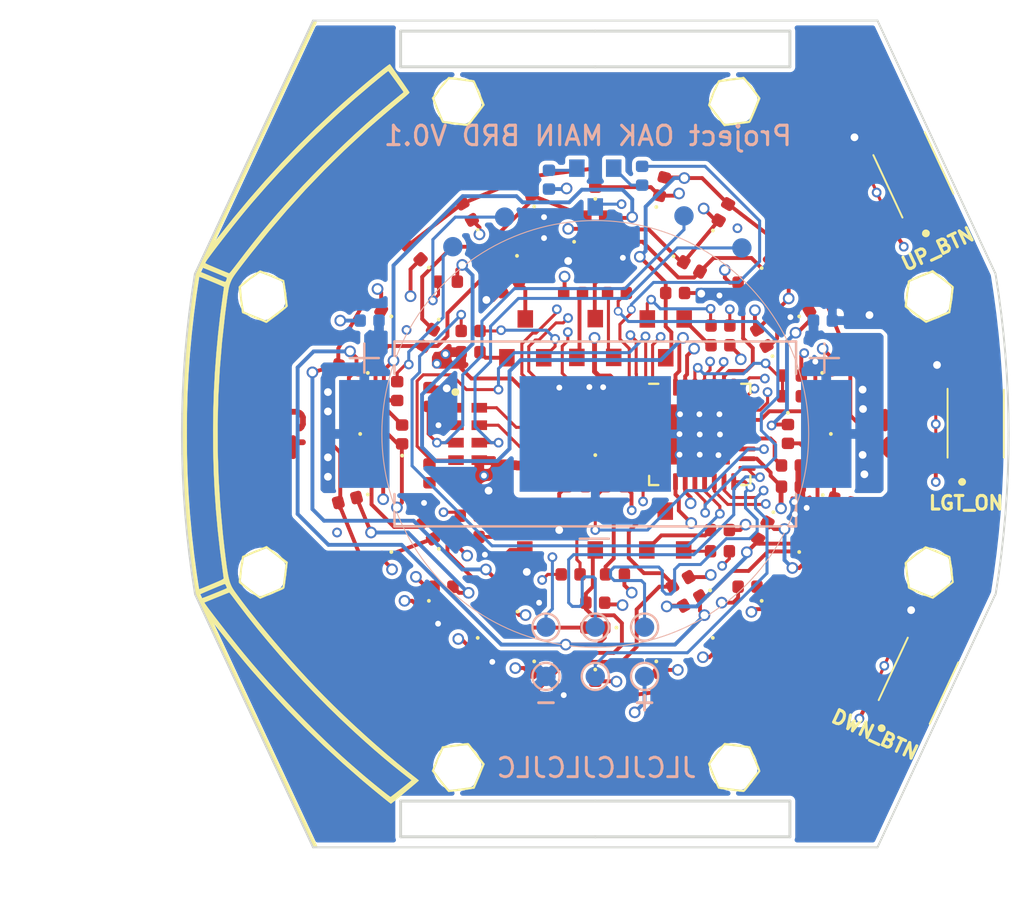
<source format=kicad_pcb>
(kicad_pcb (version 20171130) (host pcbnew "(5.1.6)-1")
  (title_block (title "Project OAK MAIN BRD V0.1") (date 2024-07-23) (rev A))
  (layers (0 F.Cu signal) (1 In1.Cu power hide) (2 In2.Cu signal hide) (3 In3.Cu power hide) (4 In4.Cu power hide) (31 B.Cu signal) (34 B.Paste user hide) (35 F.Paste user hide) (36 B.SilkS user hide) (37 F.SilkS user hide) (38 B.Mask user hide) (39 F.Mask user hide) (44 Edge.Cuts user))
  (net 0 "")
  (net 1 +3V0)
  (net 2 GND)
  (net 3 /LGT_ON_BTN)
  (net 4 /UP_BTN)
  (net 5 /AREF)
  (net 6 /MCU_RSTn)
  (net 7 /C1_T)
  (net 8 /C2_T)
  (net 9 /C3_T)
  (net 10 /C4_T)
  (net 11 /C5_T)
  (net 12 "Net-(D1-Pad2)")
  (net 13 /R1)
  (net 14 /C6_T)
  (net 15 /R2)
  (net 16 /R3)
  (net 17 /R4)
  (net 18 /R5)
  (net 19 /R6)
  (net 20 "Net-(Q1-Pad2)")
  (net 21 "Net-(Q1-Pad1)")
  (net 22 "Net-(Q2-Pad1)")
  (net 23 "Net-(Q2-Pad2)")
  (net 24 "Net-(Q3-Pad1)")
  (net 25 "Net-(Q3-Pad2)")
  (net 26 "Net-(Q4-Pad1)")
  (net 27 "Net-(Q4-Pad2)")
  (net 28 "Net-(Q5-Pad2)")
  (net 29 "Net-(Q5-Pad1)")
  (net 30 "Net-(Q6-Pad2)")
  (net 31 "Net-(Q6-Pad1)")
  (net 32 "Net-(Q7-Pad1)")
  (net 33 "Net-(Q7-Pad2)")
  (net 34 /EXT_3V3_IN)
  (net 35 /+3V0_MON_LED)
  (net 36 /DBG_RX)
  (net 37 /R2_R)
  (net 38 /R3_R)
  (net 39 /DBG_TX)
  (net 40 /RTC_SCL)
  (net 41 /RTC_SDA)
  (net 42 /C6)
  (net 43 /+3V0_VOL_MON)
  (net 44 /C5)
  (net 45 /C4)
  (net 46 /C3)
  (net 47 /C2)
  (net 48 /C1)
  (net 49 /R6_R)
  (net 50 /R1_R)
  (net 51 /R4_R)
  (net 52 /R5_R)
  (net 53 "Net-(S1-Pad3)")
  (net 54 "Net-(S1-Pad4)")
  (net 55 "Net-(S2-Pad4)")
  (net 56 "Net-(S2-Pad3)")
  (net 57 "Net-(S3-Pad4)")
  (net 58 "Net-(S3-Pad3)")
  (net 59 /PE1)
  (net 60 /ICSP_MOSI)
  (net 61 /ICSP_MISO)
  (net 62 /ICSP_SCK)
  (net 63 /PB6)
  (net 64 /PB7)
  (net 65 /DWN_BTN)
  (net 66 /RTC_INTO)
  (net 67 /RTC_CLKO)
  (net 68 /RTC_CLKO_EN)
  (net 69 "Net-(U2-Pad1)")
  (module MountingHole:MountingHole_2.1mm (layer F.Cu) (at 87.63 86.36)
    (fp_text reference REF** hide)
    (fp_text value MountingHole_2.1mm)
    (pad "" np_thru_hole circle (at 0 0) (size 2.1 2.1) (drill 2.1) (layers *.Cu *.Mask))
  )
  (module MountingHole:MountingHole_2.1mm (layer F.Cu) (at 87.63 100.584)
    (fp_text reference REF** hide)
    (fp_text value MountingHole_2.1mm)
    (pad "" np_thru_hole circle (at 0 0) (size 2.1 2.1) (drill 2.1) (layers *.Cu *.Mask))
  )
  (module MountingHole:MountingHole_2.1mm (layer F.Cu) (at 77.5716 110.6424)
    (fp_text reference REF** hide)
    (fp_text value MountingHole_2.1mm)
    (pad "" np_thru_hole circle (at 0 0) (size 2.1 2.1) (drill 2.1) (layers *.Cu *.Mask))
  )
  (module MountingHole:MountingHole_2.1mm (layer F.Cu) (at 63.3476 110.6424)
    (fp_text reference REF** hide)
    (fp_text value MountingHole_2.1mm)
    (pad "" np_thru_hole circle (at 0 0) (size 2.1 2.1) (drill 2.1) (layers *.Cu *.Mask))
  )
  (module MountingHole:MountingHole_2.1mm (layer F.Cu) (at 53.2892 100.584)
    (fp_text reference REF** hide)
    (fp_text value MountingHole_2.1mm)
    (pad "" np_thru_hole circle (at 0 0) (size 2.1 2.1) (drill 2.1) (layers *.Cu *.Mask))
  )
  (module MountingHole:MountingHole_2.1mm (layer F.Cu) (at 53.2892 86.36)
    (fp_text reference REF** hide)
    (fp_text value MountingHole_2.1mm)
    (pad "" np_thru_hole circle (at 0 0) (size 2.1 2.1) (drill 2.1) (layers *.Cu *.Mask))
  )
  (module MountingHole:MountingHole_2.1mm (layer F.Cu) (at 63.3476 76.3016)
    (fp_text reference REF** hide)
    (fp_text value MountingHole_2.1mm)
    (pad "" np_thru_hole circle (at 0 0) (size 2.1 2.1) (drill 2.1) (layers *.Cu *.Mask))
  )
  (module MountingHole:MountingHole_2.1mm (layer F.Cu) (at 77.5716 76.3016)
    (fp_text reference REF** hide)
    (fp_text value MountingHole_2.1mm)
    (pad "" np_thru_hole circle (at 0 0) (size 2.1 2.1) (drill 2.1) (layers *.Cu *.Mask))
  )
  (module customs:AI_LOGO_Cu (layer F.Cu) (at 69.9008 109.2962)
    (fp_text reference G*** hide)
    (fp_text value LOGO hide)
  )
  (module customs:AI_LOGO_Cu (layer F.Cu) (at 69.9008 109.2962)
    (fp_text reference G*** hide)
    (fp_text value LOGO hide)
    (fp_poly (pts (xy 1.55575 -0.508) (xy 1.672167 -0.393029) (xy 1.672167 0.668196) (xy 1.55575 0.783167) (xy 1.439334 0.898137) (xy 1.439334 -0.62297) (xy 1.55575 -0.508)) (layer F.Cu) (width 0.01))
    (fp_poly (pts (xy 1.25906 0.782463) (xy 1.288331 0.842095) (xy 1.307681 0.885098) (xy 1.312334 0.89888) (xy 1.293019 0.904619) (xy 1.242469 0.908683) (xy 1.174226 0.910167) (xy 1.099024 0.908839) (xy 1.055081 0.902385) (xy 1.03135 0.887102) (xy 1.016781 0.859285) (xy 1.015946 0.857107) (xy 0.991131 0.798952) (xy 0.963009 0.74069) (xy 0.930246 0.677334) (xy 1.205787 0.677334) (xy 1.25906 0.782463)) (layer F.Cu) (width 0.01))
    (fp_poly (pts (xy 0.805828 -0.126852) (xy 0.872821 0.006777) (xy 0.933131 0.128028) (xy 0.984239 0.231764) (xy 1.023629 0.312844) (xy 1.048783 0.366131) (xy 1.057198 0.386292) (xy 1.038503 0.394375) (xy 0.988484 0.400093) (xy 0.920938 0.402167) (xy 0.783542 0.402167) (xy 0.670294 0.176421) (xy 0.557045 -0.049326) (xy 0.072061 0.899584) (xy -0.212761 0.912126) (xy 0.555593 -0.62412) (xy 0.805828 -0.126852)) (layer F.Cu) (width 0.01))
    (fp_poly (pts (xy -0.5715 0.910167) (xy -0.783166 0.910167) (xy -0.783166 0.656167) (xy -0.5715 0.656167) (xy -0.5715 0.910167)) (layer F.Cu) (width 0.01))
  )
  (module customs:Endless_snake (layer F.Cu) (at 70.4596 93.472)
    (fp_text reference G*** hide)
    (fp_text value LOGO hide)
  )
  (module customs:Project_OAK_HEX_silk (layer F.Cu) (at 70.4596 93.472)
    (fp_text reference G*** hide)
    (fp_text value LOGO hide)
  )
  (module Crystal:RV-8263-C7-32.768KHZ-20PPM-TA-QC (layer F.Cu) (at 63.881 93.472)
    (fp_text reference U2 hide)
    (fp_text value RV-8263-C7-32.768KHZ-20PPM-TA-QC)
    (pad 8 smd rect (at 0.6 -1.35 270) (size 0.5 0.8) (layers F.Cu F.Paste F.Mask) (net 41 /RTC_SDA))
    (pad 7 smd rect (at 0.6 -0.45 270) (size 0.5 0.8) (layers F.Cu F.Paste F.Mask) (net 40 /RTC_SCL))
    (pad 6 smd rect (at 0.6 0.45 270) (size 0.5 0.8) (layers F.Cu F.Paste F.Mask) (net 67 /RTC_CLKO))
    (pad 5 smd rect (at 0.6 1.35 270) (size 0.5 0.8) (layers F.Cu F.Paste F.Mask) (net 1 +3V0))
    (pad 4 smd rect (at -0.6 1.35 270) (size 0.5 0.8) (layers F.Cu F.Paste F.Mask) (net 66 /RTC_INTO))
    (pad 3 smd rect (at -0.6 0.45 270) (size 0.5 0.8) (layers F.Cu F.Paste F.Mask) (net 68 /RTC_CLKO_EN))
    (pad 2 smd rect (at -0.6 -0.45 270) (size 0.5 0.8) (layers F.Cu F.Paste F.Mask) (net 2 GND))
    (pad 1 smd rect (at -0.6 -1.35 270) (size 0.5 0.8) (layers F.Cu F.Paste F.Mask) (net 69 "Net-(U2-Pad1)"))
  )
  (module Package_TO_SOT_SMD:SOT-23 (layer B.Cu) (at 70.4596 80.772 270)
    (fp_text reference Q1 hide)
    (fp_text value BC547)
    (pad 3 smd rect (at 1 0 270) (size 0.9 0.8) (layers B.Cu B.Paste B.Mask) (net 12 "Net-(D1-Pad2)"))
    (pad 2 smd rect (at -1 -0.95 270) (size 0.9 0.8) (layers B.Cu B.Paste B.Mask) (net 20 "Net-(Q1-Pad2)"))
    (pad 1 smd rect (at -1 0.95 270) (size 0.9 0.8) (layers B.Cu B.Paste B.Mask) (net 21 "Net-(Q1-Pad1)"))
  )
  (module Package_TO_SOT_SMD:SOT-23 (layer F.Cu) (at 66.8528 88.5444 90)
    (fp_text reference Q6 hide)
    (fp_text value BC547 hide)
    (pad 3 smd rect (at 1 0 90) (size 0.9 0.8) (layers F.Cu F.Paste F.Mask) (net 8 /C2_T))
    (pad 2 smd rect (at -1 0.95 90) (size 0.9 0.8) (layers F.Cu F.Paste F.Mask) (net 30 "Net-(Q6-Pad2)"))
    (pad 1 smd rect (at -1 -0.95 90) (size 0.9 0.8) (layers F.Cu F.Paste F.Mask) (net 31 "Net-(Q6-Pad1)"))
  )
  (module Package_TO_SOT_SMD:SOT-23 (layer F.Cu) (at 70.4596 88.5284 90)
    (fp_text reference Q7 hide)
    (fp_text value BC547 hide)
    (pad 1 smd rect (at -1 -0.95 90) (size 0.9 0.8) (layers F.Cu F.Paste F.Mask) (net 32 "Net-(Q7-Pad1)"))
    (pad 2 smd rect (at -1 0.95 90) (size 0.9 0.8) (layers F.Cu F.Paste F.Mask) (net 33 "Net-(Q7-Pad2)"))
    (pad 3 smd rect (at 1 0 90) (size 0.9 0.8) (layers F.Cu F.Paste F.Mask) (net 7 /C1_T))
  )
  (module Package_TO_SOT_SMD:SOT-23 (layer F.Cu) (at 74.0918 88.5444 270)
    (fp_text reference Q5 hide)
    (fp_text value BC547 hide)
    (pad 3 smd rect (at 1 0 270) (size 0.9 0.8) (layers F.Cu F.Paste F.Mask) (net 9 /C3_T))
    (pad 2 smd rect (at -1 0.95 270) (size 0.9 0.8) (layers F.Cu F.Paste F.Mask) (net 28 "Net-(Q5-Pad2)"))
    (pad 1 smd rect (at -1 -0.95 270) (size 0.9 0.8) (layers F.Cu F.Paste F.Mask) (net 29 "Net-(Q5-Pad1)"))
  )
  (module Package_TO_SOT_SMD:SOT-23 (layer F.Cu) (at 66.8274 98.4504 270)
    (fp_text reference Q2 hide)
    (fp_text value BC547 hide)
    (pad 1 smd rect (at -1 -0.95 270) (size 0.9 0.8) (layers F.Cu F.Paste F.Mask) (net 22 "Net-(Q2-Pad1)"))
    (pad 2 smd rect (at -1 0.95 270) (size 0.9 0.8) (layers F.Cu F.Paste F.Mask) (net 23 "Net-(Q2-Pad2)"))
    (pad 3 smd rect (at 1 0 270) (size 0.9 0.8) (layers F.Cu F.Paste F.Mask) (net 14 /C6_T))
  )
  (module Package_TO_SOT_SMD:SOT-23 (layer F.Cu) (at 74.0664 98.4504 90)
    (fp_text reference Q4 hide)
    (fp_text value BC547 hide)
    (pad 1 smd rect (at -1 -0.95 90) (size 0.9 0.8) (layers F.Cu F.Paste F.Mask) (net 26 "Net-(Q4-Pad1)"))
    (pad 2 smd rect (at -1 0.95 90) (size 0.9 0.8) (layers F.Cu F.Paste F.Mask) (net 27 "Net-(Q4-Pad2)"))
    (pad 3 smd rect (at 1 0 90) (size 0.9 0.8) (layers F.Cu F.Paste F.Mask) (net 10 /C4_T))
  )
  (module Package_TO_SOT_SMD:SOT-23 (layer F.Cu) (at 70.4596 98.4504 270)
    (fp_text reference Q3 hide)
    (fp_text value BC547 hide)
    (pad 1 smd rect (at -1 -0.95 270) (size 0.9 0.8) (layers F.Cu F.Paste F.Mask) (net 24 "Net-(Q3-Pad1)"))
    (pad 2 smd rect (at -1 0.95 270) (size 0.9 0.8) (layers F.Cu F.Paste F.Mask) (net 25 "Net-(Q3-Pad2)"))
    (pad 3 smd rect (at 1 0 270) (size 0.9 0.8) (layers F.Cu F.Paste F.Mask) (net 11 /C5_T))
  )
  (module TestPoint:TestPoint_Pad_D1.0mm (layer B.Cu) (at 65.786 82.296)
    (fp_text reference TP10 hide)
    (fp_text value TestPoint)
    (pad 1 smd circle (at 0 0) (size 1 1) (layers B.Cu B.Mask) (net 39 /DBG_TX))
  )
  (module TestPoint:TestPoint_Pad_D1.0mm (layer B.Cu) (at 63.119 83.82)
    (fp_text reference TP9 hide)
    (fp_text value TestPoint)
    (pad 1 smd circle (at 0 0) (size 1 1) (layers B.Cu B.Mask) (net 36 /DBG_RX))
  )
  (module TestPoint:TestPoint_Pad_D1.0mm (layer B.Cu) (at 78.0161 83.8835)
    (fp_text reference TP11 hide)
    (fp_text value TestPoint)
    (pad 1 smd circle (at 0 0) (size 1 1) (layers B.Cu B.Mask) (net 67 /RTC_CLKO))
  )
  (module TestPoint:TestPoint_Pad_D1.0mm (layer B.Cu) (at 75.0316 82.2325)
    (fp_text reference TP8 hide)
    (fp_text value TestPoint)
    (pad 1 smd circle (at 0 0) (size 1 1) (layers B.Cu B.Mask) (net 68 /RTC_CLKO_EN))
  )
  (module TestPoint:TestPoint_Pad_D1.0mm (layer F.Cu) (at 68.8848 93.726)
    (fp_text reference TP6 hide)
    (fp_text value TestPoint hide)
    (pad 1 smd circle (at 0 0) (size 1 1) (layers F.Cu F.Mask) (net 63 /PB6))
  )
  (module TestPoint:TestPoint_Pad_D1.0mm (layer F.Cu) (at 68.834 92.202)
    (fp_text reference TP2 hide)
    (fp_text value TestPoint hide)
    (pad 1 smd circle (at 0 0) (size 1 1) (layers F.Cu F.Mask) (net 59 /PE1))
  )
  (module TestPoint:TestPoint_Pad_D1.0mm (layer F.Cu) (at 68.1101 94.996)
    (fp_text reference TP7 hide)
    (fp_text value TestPoint hide)
    (pad 1 smd circle (at 0 0) (size 1 1) (layers F.Cu F.Mask) (net 64 /PB7))
  )
  (module Resistor_SMD:R_0402_1005Metric (layer F.Cu) (at 80.5942 91.5289 180)
    (fp_text reference R17 hide)
    (fp_text value 10k)
    (pad 1 smd roundrect (at -0.485 0 180) (size 0.59 0.64) (layers F.Cu F.Paste F.Mask) (net 1 +3V0))
    (pad 2 smd roundrect (at 0.485 0 180) (size 0.59 0.64) (layers F.Cu F.Paste F.Mask) (net 6 /MCU_RSTn))
  )
  (module Battery:BAT_BC-2003 (layer B.Cu) (at 70.4596 93.472)
    (fp_text reference BT1 hide)
    (fp_text value BC-2003)
    (pad S1+ smd rect (at -11.905 0) (size 2.6 5.56) (layers B.Cu B.Paste B.Mask) (net 1 +3V0))
    (pad S2+ smd rect (at 11.905 0) (size 2.6 5.56) (layers B.Cu B.Paste B.Mask) (net 1 +3V0))
    (pad - smd rect (at 0 0) (size 7.8 5.96) (layers B.Cu B.Mask) (net 2 GND))
  )
  (module Capacitor_SMD:C_0402_1005Metric (layer F.Cu) (at 88.011 91.2495 90)
    (fp_text reference C1 hide)
    (fp_text value 0.1u)
    (pad 1 smd roundrect (at -0.485 0 90) (size 0.59 0.64) (layers F.Cu F.Paste F.Mask) (net 3 /LGT_ON_BTN))
    (pad 2 smd roundrect (at 0.485 0 90) (size 0.59 0.64) (layers F.Cu F.Paste F.Mask) (net 2 GND))
  )
  (module Capacitor_SMD:C_0402_1005Metric (layer F.Cu) (at 84.25003 79.443441 115)
    (fp_text reference C2 hide)
    (fp_text value 0.1u)
    (pad 2 smd roundrect (at 0.485 0 115) (size 0.59 0.64) (layers F.Cu F.Paste F.Mask) (net 2 GND))
    (pad 1 smd roundrect (at -0.485 0 115) (size 0.59 0.64) (layers F.Cu F.Paste F.Mask) (net 4 /UP_BTN))
  )
  (module Capacitor_SMD:C_0402_1005Metric (layer F.Cu) (at 86.106 103.759 65)
    (fp_text reference C3 hide)
    (fp_text value 0.1u)
    (pad 1 smd roundrect (at -0.485 0 65) (size 0.59 0.64) (layers F.Cu F.Paste F.Mask) (net 65 /DWN_BTN))
    (pad 2 smd roundrect (at 0.485 0 65) (size 0.59 0.64) (layers F.Cu F.Paste F.Mask) (net 2 GND))
  )
  (module Capacitor_SMD:C_0402_1005Metric (layer B.Cu) (at 82.1944 87.63)
    (fp_text reference C4 hide)
    (fp_text value 4.7u)
    (pad 1 smd roundrect (at -0.485 0) (size 0.59 0.64) (layers B.Cu B.Paste B.Mask) (net 1 +3V0))
    (pad 2 smd roundrect (at 0.485 0) (size 0.59 0.64) (layers B.Cu B.Paste B.Mask) (net 2 GND))
  )
  (module Capacitor_SMD:C_0402_1005Metric (layer F.Cu) (at 71.0565 91.948 180)
    (fp_text reference C6 hide)
    (fp_text value 4.7u)
    (pad 1 smd roundrect (at -0.485 0 180) (size 0.59 0.64) (layers F.Cu F.Paste F.Mask) (net 1 +3V0))
    (pad 2 smd roundrect (at 0.485 0 180) (size 0.59 0.64) (layers F.Cu F.Paste F.Mask) (net 2 GND))
  )
  (module Capacitor_SMD:C_0402_1005Metric (layer F.Cu) (at 80.5434 96.1898)
    (fp_text reference C7 hide)
    (fp_text value 0.1u)
    (pad 1 smd roundrect (at -0.485 0) (size 0.59 0.64) (layers F.Cu F.Paste F.Mask) (net 1 +3V0))
    (pad 2 smd roundrect (at 0.485 0) (size 0.59 0.64) (layers F.Cu F.Paste F.Mask) (net 2 GND))
  )
  (module Capacitor_SMD:C_0402_1005Metric (layer F.Cu) (at 71.7296 93.472 270)
    (fp_text reference C8 hide)
    (fp_text value 0.1u)
    (pad 2 smd roundrect (at 0.485 0 270) (size 0.59 0.64) (layers F.Cu F.Paste F.Mask) (net 2 GND))
    (pad 1 smd roundrect (at -0.485 0 270) (size 0.59 0.64) (layers F.Cu F.Paste F.Mask) (net 1 +3V0))
  )
  (module Capacitor_SMD:C_0402_1005Metric (layer F.Cu) (at 80.5434 95.0976)
    (fp_text reference C9 hide)
    (fp_text value 0.1u)
    (pad 2 smd roundrect (at 0.485 0) (size 0.59 0.64) (layers F.Cu F.Paste F.Mask) (net 2 GND))
    (pad 1 smd roundrect (at -0.485 0) (size 0.59 0.64) (layers F.Cu F.Paste F.Mask) (net 5 /AREF))
  )
  (module Capacitor_SMD:C_0402_1005Metric (layer F.Cu) (at 65.8495 95.5675 270)
    (fp_text reference C12 hide)
    (fp_text value 0.1u)
    (pad 2 smd roundrect (at 0.485 0 270) (size 0.59 0.64) (layers F.Cu F.Paste F.Mask) (net 2 GND))
    (pad 1 smd roundrect (at -0.485 0 270) (size 0.59 0.64) (layers F.Cu F.Paste F.Mask) (net 1 +3V0))
  )
  (module Capacitor_SMD:C_0402_1005Metric (layer F.Cu) (at 80.5942 90.4621)
    (fp_text reference C13 hide)
    (fp_text value 0.1u)
    (pad 2 smd roundrect (at 0.485 0) (size 0.59 0.64) (layers F.Cu F.Paste F.Mask) (net 2 GND))
    (pad 1 smd roundrect (at -0.485 0) (size 0.59 0.64) (layers F.Cu F.Paste F.Mask) (net 6 /MCU_RSTn))
  )
  (module Capacitor_SMD:C_0402_1005Metric (layer F.Cu) (at 70.4596 84.7598 180)
    (fp_text reference C14 hide)
    (fp_text value 4.7u)
    (pad 2 smd roundrect (at 0.485 0 180) (size 0.59 0.64) (layers F.Cu F.Paste F.Mask) (net 2 GND))
    (pad 1 smd roundrect (at -0.485 0 180) (size 0.59 0.64) (layers F.Cu F.Paste F.Mask) (net 7 /C1_T))
  )
  (module Capacitor_SMD:C_0402_1005Metric (layer F.Cu) (at 66.0654 85.8774 210)
    (fp_text reference C15 hide)
    (fp_text value 4.7u)
    (pad 1 smd roundrect (at -0.485 0 210) (size 0.59 0.64) (layers F.Cu F.Paste F.Mask) (net 8 /C2_T))
    (pad 2 smd roundrect (at 0.485 0 210) (size 0.59 0.64) (layers F.Cu F.Paste F.Mask) (net 2 GND))
  )
  (module Capacitor_SMD:C_0402_1005Metric (layer F.Cu) (at 74.5744 86.2076)
    (fp_text reference C16 hide)
    (fp_text value 4.7u)
    (pad 1 smd roundrect (at -0.485 0) (size 0.59 0.64) (layers F.Cu F.Paste F.Mask) (net 9 /C3_T))
    (pad 2 smd roundrect (at 0.485 0) (size 0.59 0.64) (layers F.Cu F.Paste F.Mask) (net 2 GND))
  )
  (module Capacitor_SMD:C_0402_1005Metric (layer F.Cu) (at 74.8538 101.092 30)
    (fp_text reference C17 hide)
    (fp_text value 4.7u)
    (pad 2 smd roundrect (at 0.485 0 30) (size 0.59 0.64) (layers F.Cu F.Paste F.Mask) (net 2 GND))
    (pad 1 smd roundrect (at -0.485 0 30) (size 0.59 0.64) (layers F.Cu F.Paste F.Mask) (net 10 /C4_T))
  )
  (module Capacitor_SMD:C_0402_1005Metric (layer F.Cu) (at 70.4596 102.1715)
    (fp_text reference C18 hide)
    (fp_text value 4.7u)
    (pad 1 smd roundrect (at -0.485 0) (size 0.59 0.64) (layers F.Cu F.Paste F.Mask) (net 11 /C5_T))
    (pad 2 smd roundrect (at 0.485 0) (size 0.59 0.64) (layers F.Cu F.Paste F.Mask) (net 2 GND))
  )
  (module LED_SMD:LED_0402_1005Metric (layer F.Cu) (at 70.4596 93.472 90)
    (fp_text reference D1 hide)
    (fp_text value LED)
    (pad 2 smd roundrect (at 0.485 0 90) (size 0.59 0.64) (layers F.Cu F.Paste F.Mask) (net 12 "Net-(D1-Pad2)"))
    (pad 1 smd roundrect (at -0.485 0 90) (size 0.59 0.64) (layers F.Cu F.Paste F.Mask) (net 2 GND))
  )
  (module LED_SMD:LED_0402_1005Metric (layer F.Cu) (at 70.4596 83.566)
    (fp_text reference D2 hide)
    (fp_text value LED)
    (pad 2 smd roundrect (at 0.485 0) (size 0.59 0.64) (layers F.Cu F.Paste F.Mask) (net 7 /C1_T))
    (pad 1 smd roundrect (at -0.485 0) (size 0.59 0.64) (layers F.Cu F.Paste F.Mask) (net 13 /R1))
  )
  (module LED_SMD:LED_0402_1005Metric (layer F.Cu) (at 65.4812 84.836 210)
    (fp_text reference D3 hide)
    (fp_text value LED)
    (pad 1 smd roundrect (at -0.485 0 210) (size 0.59 0.64) (layers F.Cu F.Paste F.Mask) (net 13 /R1))
    (pad 2 smd roundrect (at 0.485 0 210) (size 0.59 0.64) (layers F.Cu F.Paste F.Mask) (net 8 /C2_T))
  )
  (module LED_SMD:LED_0402_1005Metric (layer F.Cu) (at 73.8886 80.7212 75)
    (fp_text reference D4 hide)
    (fp_text value LED)
    (pad 2 smd roundrect (at 0.485 0 75) (size 0.59 0.64) (layers F.Cu F.Paste F.Mask) (net 9 /C3_T))
    (pad 1 smd roundrect (at -0.485 0 75) (size 0.59 0.64) (layers F.Cu F.Paste F.Mask) (net 13 /R1))
  )
  (module LED_SMD:LED_0402_1005Metric (layer F.Cu) (at 70.4596 106.7054 270)
    (fp_text reference D5 hide)
    (fp_text value LED)
    (pad 1 smd roundrect (at -0.485 0 270) (size 0.59 0.64) (layers F.Cu F.Paste F.Mask) (net 13 /R1))
    (pad 2 smd roundrect (at 0.485 0 270) (size 0.59 0.64) (layers F.Cu F.Paste F.Mask) (net 10 /C4_T))
  )
  (module LED_SMD:LED_0402_1005Metric (layer F.Cu) (at 67.0306 106.2482 255)
    (fp_text reference D6 hide)
    (fp_text value LED)
    (pad 2 smd roundrect (at 0.485 0 255) (size 0.59 0.64) (layers F.Cu F.Paste F.Mask) (net 11 /C5_T))
    (pad 1 smd roundrect (at -0.485 0 255) (size 0.59 0.64) (layers F.Cu F.Paste F.Mask) (net 13 /R1))
  )
  (module LED_SMD:LED_0402_1005Metric (layer F.Cu) (at 70.4596 80.2664 90)
    (fp_text reference D7 hide)
    (fp_text value LED)
    (pad 1 smd roundrect (at -0.485 0 90) (size 0.59 0.64) (layers F.Cu F.Paste F.Mask) (net 13 /R1))
    (pad 2 smd roundrect (at 0.485 0 90) (size 0.59 0.64) (layers F.Cu F.Paste F.Mask) (net 14 /C6_T))
  )
  (module LED_SMD:LED_0402_1005Metric (layer F.Cu) (at 75.438 84.8614 330)
    (fp_text reference D8 hide)
    (fp_text value LED)
    (pad 2 smd roundrect (at 0.485 0 330) (size 0.59 0.64) (layers F.Cu F.Paste F.Mask) (net 7 /C1_T))
    (pad 1 smd roundrect (at -0.485 0 330) (size 0.59 0.64) (layers F.Cu F.Paste F.Mask) (net 15 /R2))
  )
  (module LED_SMD:LED_0402_1005Metric (layer F.Cu) (at 61.849 88.519 240)
    (fp_text reference D9 hide)
    (fp_text value LED)
    (pad 1 smd roundrect (at -0.485 0 240) (size 0.59 0.64) (layers F.Cu F.Paste F.Mask) (net 15 /R2))
    (pad 2 smd roundrect (at 0.485 0 240) (size 0.59 0.64) (layers F.Cu F.Paste F.Mask) (net 8 /C2_T))
  )
  (module LED_SMD:LED_0402_1005Metric (layer F.Cu) (at 77.0636 82.042 60)
    (fp_text reference D10 hide)
    (fp_text value LED)
    (pad 2 smd roundrect (at 0.485 0 60) (size 0.59 0.64) (layers F.Cu F.Paste F.Mask) (net 9 /C3_T))
    (pad 1 smd roundrect (at -0.485 0 60) (size 0.59 0.64) (layers F.Cu F.Paste F.Mask) (net 15 /R2))
  )
  (module LED_SMD:LED_0402_1005Metric (layer F.Cu) (at 73.8886 106.2482 285)
    (fp_text reference D11 hide)
    (fp_text value LED)
    (pad 1 smd roundrect (at -0.485 0 285) (size 0.59 0.64) (layers F.Cu F.Paste F.Mask) (net 15 /R2))
    (pad 2 smd roundrect (at 0.485 0 285) (size 0.59 0.64) (layers F.Cu F.Paste F.Mask) (net 10 /C4_T))
  )
  (module LED_SMD:LED_0402_1005Metric (layer F.Cu) (at 63.8556 104.9274 240)
    (fp_text reference D12 hide)
    (fp_text value LED)
    (pad 2 smd roundrect (at 0.485 0 240) (size 0.59 0.64) (layers F.Cu F.Paste F.Mask) (net 11 /C5_T))
    (pad 1 smd roundrect (at -0.485 0 240) (size 0.59 0.64) (layers F.Cu F.Paste F.Mask) (net 15 /R2))
  )
  (module LED_SMD:LED_0402_1005Metric (layer F.Cu) (at 67.0306 80.6958 105)
    (fp_text reference D13 hide)
    (fp_text value LED)
    (pad 2 smd roundrect (at 0.485 0 105) (size 0.59 0.64) (layers F.Cu F.Paste F.Mask) (net 14 /C6_T))
    (pad 1 smd roundrect (at -0.485 0 105) (size 0.59 0.64) (layers F.Cu F.Paste F.Mask) (net 15 /R2))
  )
  (module LED_SMD:LED_0402_1005Metric (layer F.Cu) (at 79.0448 88.519 120)
    (fp_text reference D14 hide)
    (fp_text value LED)
    (pad 1 smd roundrect (at -0.485 0 120) (size 0.59 0.64) (layers F.Cu F.Paste F.Mask) (net 16 /R3))
    (pad 2 smd roundrect (at 0.485 0 120) (size 0.59 0.64) (layers F.Cu F.Paste F.Mask) (net 7 /C1_T))
  )
  (module LED_SMD:LED_0402_1005Metric (layer F.Cu) (at 60.5028 93.4974 90)
    (fp_text reference D15 hide)
    (fp_text value LED)
    (pad 2 smd roundrect (at 0.485 0 90) (size 0.59 0.64) (layers F.Cu F.Paste F.Mask) (net 8 /C2_T))
    (pad 1 smd roundrect (at -0.485 0 90) (size 0.59 0.64) (layers F.Cu F.Paste F.Mask) (net 16 /R3))
  )
  (module LED_SMD:LED_0402_1005Metric (layer F.Cu) (at 79.8068 84.1502 45)
    (fp_text reference D16 hide)
    (fp_text value LED)
    (pad 1 smd roundrect (at -0.485 0 45) (size 0.59 0.64) (layers F.Cu F.Paste F.Mask) (net 16 /R3))
    (pad 2 smd roundrect (at 0.485 0 45) (size 0.59 0.64) (layers F.Cu F.Paste F.Mask) (net 9 /C3_T))
  )
  (module LED_SMD:LED_0402_1005Metric (layer F.Cu) (at 77.0636 104.9274 300)
    (fp_text reference D17 hide)
    (fp_text value LED)
    (pad 2 smd roundrect (at 0.485 0 300) (size 0.59 0.64) (layers F.Cu F.Paste F.Mask) (net 10 /C4_T))
    (pad 1 smd roundrect (at -0.485 0 300) (size 0.59 0.64) (layers F.Cu F.Paste F.Mask) (net 16 /R3))
  )
  (module LED_SMD:LED_0402_1005Metric (layer F.Cu) (at 61.1124 102.8446 225)
    (fp_text reference D18 hide)
    (fp_text value LED)
    (pad 1 smd roundrect (at -0.485 0 225) (size 0.59 0.64) (layers F.Cu F.Paste F.Mask) (net 16 /R3))
    (pad 2 smd roundrect (at 0.485 0 225) (size 0.59 0.64) (layers F.Cu F.Paste F.Mask) (net 11 /C5_T))
  )
  (module LED_SMD:LED_0402_1005Metric (layer F.Cu) (at 63.8556 82.0166 120)
    (fp_text reference D19 hide)
    (fp_text value LED)
    (pad 2 smd roundrect (at 0.485 0 120) (size 0.59 0.64) (layers F.Cu F.Paste F.Mask) (net 14 /C6_T))
    (pad 1 smd roundrect (at -0.485 0 120) (size 0.59 0.64) (layers F.Cu F.Paste F.Mask) (net 16 /R3))
  )
  (module LED_SMD:LED_0402_1005Metric (layer F.Cu) (at 80.391 93.472 270)
    (fp_text reference D20 hide)
    (fp_text value LED)
    (pad 1 smd roundrect (at -0.485 0 270) (size 0.59 0.64) (layers F.Cu F.Paste F.Mask) (net 17 /R4))
    (pad 2 smd roundrect (at 0.485 0 270) (size 0.59 0.64) (layers F.Cu F.Paste F.Mask) (net 7 /C1_T))
  )
  (module LED_SMD:LED_0402_1005Metric (layer F.Cu) (at 61.849 98.4504 120)
    (fp_text reference D21 hide)
    (fp_text value LED)
    (pad 2 smd roundrect (at 0.485 0 120) (size 0.59 0.64) (layers F.Cu F.Paste F.Mask) (net 8 /C2_T))
    (pad 1 smd roundrect (at -0.485 0 120) (size 0.59 0.64) (layers F.Cu F.Paste F.Mask) (net 17 /R4))
  )
  (module LED_SMD:LED_0402_1005Metric (layer F.Cu) (at 81.915 86.868 30)
    (fp_text reference D22 hide)
    (fp_text value LED)
    (pad 1 smd roundrect (at -0.485 0 30) (size 0.59 0.64) (layers F.Cu F.Paste F.Mask) (net 17 /R4))
    (pad 2 smd roundrect (at 0.485 0 30) (size 0.59 0.64) (layers F.Cu F.Paste F.Mask) (net 9 /C3_T))
  )
  (module LED_SMD:LED_0402_1005Metric (layer F.Cu) (at 79.8068 102.8446 315)
    (fp_text reference D23 hide)
    (fp_text value LED)
    (pad 2 smd roundrect (at 0.485 0 315) (size 0.59 0.64) (layers F.Cu F.Paste F.Mask) (net 10 /C4_T))
    (pad 1 smd roundrect (at -0.485 0 315) (size 0.59 0.64) (layers F.Cu F.Paste F.Mask) (net 17 /R4))
  )
  (module LED_SMD:LED_0402_1005Metric (layer F.Cu) (at 59.0042 100.1014 210)
    (fp_text reference D24 hide)
    (fp_text value LED)
    (pad 1 smd roundrect (at -0.485 0 210) (size 0.59 0.64) (layers F.Cu F.Paste F.Mask) (net 17 /R4))
    (pad 2 smd roundrect (at 0.485 0 210) (size 0.59 0.64) (layers F.Cu F.Paste F.Mask) (net 11 /C5_T))
  )
  (module LED_SMD:LED_0402_1005Metric (layer F.Cu) (at 61.1124 84.1248 135)
    (fp_text reference D25 hide)
    (fp_text value LED)
    (pad 1 smd roundrect (at -0.485 0 135) (size 0.59 0.64) (layers F.Cu F.Paste F.Mask) (net 17 /R4))
    (pad 2 smd roundrect (at 0.485 0 135) (size 0.59 0.64) (layers F.Cu F.Paste F.Mask) (net 14 /C6_T))
  )
  (module LED_SMD:LED_0402_1005Metric (layer F.Cu) (at 79.0956 98.4504 240)
    (fp_text reference D26 hide)
    (fp_text value LED)
    (pad 1 smd roundrect (at -0.485 0 240) (size 0.59 0.64) (layers F.Cu F.Paste F.Mask) (net 18 /R5))
    (pad 2 smd roundrect (at 0.485 0 240) (size 0.59 0.64) (layers F.Cu F.Paste F.Mask) (net 7 /C1_T))
  )
  (module LED_SMD:LED_0402_1005Metric (layer F.Cu) (at 65.5066 102.0826 150)
    (fp_text reference D27 hide)
    (fp_text value LED)
    (pad 1 smd roundrect (at -0.485 0 150) (size 0.59 0.64) (layers F.Cu F.Paste F.Mask) (net 18 /R5))
    (pad 2 smd roundrect (at 0.485 0 150) (size 0.59 0.64) (layers F.Cu F.Paste F.Mask) (net 8 /C2_T))
  )
  (module LED_SMD:LED_0402_1005Metric (layer F.Cu) (at 83.2104 90.043 15)
    (fp_text reference D28 hide)
    (fp_text value LED)
    (pad 2 smd roundrect (at 0.485 0 15) (size 0.59 0.64) (layers F.Cu F.Paste F.Mask) (net 9 /C3_T))
    (pad 1 smd roundrect (at -0.485 0 15) (size 0.59 0.64) (layers F.Cu F.Paste F.Mask) (net 18 /R5))
  )
  (module LED_SMD:LED_0402_1005Metric (layer F.Cu) (at 81.915 100.1014 330)
    (fp_text reference D29 hide)
    (fp_text value LED)
    (pad 1 smd roundrect (at -0.485 0 330) (size 0.59 0.64) (layers F.Cu F.Paste F.Mask) (net 18 /R5))
    (pad 2 smd roundrect (at 0.485 0 330) (size 0.59 0.64) (layers F.Cu F.Paste F.Mask) (net 10 /C4_T))
  )
  (module LED_SMD:LED_0402_1005Metric (layer F.Cu) (at 57.6834 96.8756 195)
    (fp_text reference D30 hide)
    (fp_text value LED)
    (pad 2 smd roundrect (at 0.485 0 195) (size 0.59 0.64) (layers F.Cu F.Paste F.Mask) (net 11 /C5_T))
    (pad 1 smd roundrect (at -0.485 0 195) (size 0.59 0.64) (layers F.Cu F.Paste F.Mask) (net 18 /R5))
  )
  (module LED_SMD:LED_0402_1005Metric (layer F.Cu) (at 59.0042 86.868 150)
    (fp_text reference D31 hide)
    (fp_text value LED)
    (pad 1 smd roundrect (at -0.485 0 150) (size 0.59 0.64) (layers F.Cu F.Paste F.Mask) (net 18 /R5))
    (pad 2 smd roundrect (at 0.485 0 150) (size 0.59 0.64) (layers F.Cu F.Paste F.Mask) (net 14 /C6_T))
  )
  (module LED_SMD:LED_0402_1005Metric (layer F.Cu) (at 75.438 102.0826 210)
    (fp_text reference D32 hide)
    (fp_text value LED)
    (pad 2 smd roundrect (at 0.485 0 210) (size 0.59 0.64) (layers F.Cu F.Paste F.Mask) (net 7 /C1_T))
    (pad 1 smd roundrect (at -0.485 0 210) (size 0.59 0.64) (layers F.Cu F.Paste F.Mask) (net 19 /R6))
  )
  (module LED_SMD:LED_0402_1005Metric (layer F.Cu) (at 70.4596 103.4542 180)
    (fp_text reference D33 hide)
    (fp_text value LED)
    (pad 1 smd roundrect (at -0.485 0 180) (size 0.59 0.64) (layers F.Cu F.Paste F.Mask) (net 19 /R6))
    (pad 2 smd roundrect (at 0.485 0 180) (size 0.59 0.64) (layers F.Cu F.Paste F.Mask) (net 8 /C2_T))
  )
  (module LED_SMD:LED_0402_1005Metric (layer F.Cu) (at 83.693 93.472)
    (fp_text reference D34 hide)
    (fp_text value LED)
    (pad 2 smd roundrect (at 0.485 0) (size 0.59 0.64) (layers F.Cu F.Paste F.Mask) (net 9 /C3_T))
    (pad 1 smd roundrect (at -0.485 0) (size 0.59 0.64) (layers F.Cu F.Paste F.Mask) (net 19 /R6))
  )
  (module LED_SMD:LED_0402_1005Metric (layer F.Cu) (at 83.2358 96.901 345)
    (fp_text reference D35 hide)
    (fp_text value LED)
    (pad 1 smd roundrect (at -0.485 0 345) (size 0.59 0.64) (layers F.Cu F.Paste F.Mask) (net 19 /R6))
    (pad 2 smd roundrect (at 0.485 0 345) (size 0.59 0.64) (layers F.Cu F.Paste F.Mask) (net 10 /C4_T))
  )
  (module LED_SMD:LED_0402_1005Metric (layer F.Cu) (at 57.2516 93.472 180)
    (fp_text reference D36 hide)
    (fp_text value LED)
    (pad 2 smd roundrect (at 0.485 0 180) (size 0.59 0.64) (layers F.Cu F.Paste F.Mask) (net 11 /C5_T))
    (pad 1 smd roundrect (at -0.485 0 180) (size 0.59 0.64) (layers F.Cu F.Paste F.Mask) (net 19 /R6))
  )
  (module LED_SMD:LED_0402_1005Metric (layer F.Cu) (at 57.6834 90.043 165)
    (fp_text reference D37 hide)
    (fp_text value LED)
    (pad 1 smd roundrect (at -0.485 0 165) (size 0.59 0.64) (layers F.Cu F.Paste F.Mask) (net 19 /R6))
    (pad 2 smd roundrect (at 0.485 0 165) (size 0.59 0.64) (layers F.Cu F.Paste F.Mask) (net 14 /C6_T))
  )
  (module Resistor_SMD:R_0402_1005Metric (layer B.Cu) (at 58.8264 87.63)
    (fp_text reference R1 hide)
    (fp_text value 0E)
    (pad 2 smd roundrect (at 0.485 0) (size 0.59 0.64) (layers B.Cu B.Paste B.Mask) (net 1 +3V0))
    (pad 1 smd roundrect (at -0.485 0) (size 0.59 0.64) (layers B.Cu B.Paste B.Mask) (net 34 /EXT_3V3_IN))
  )
  (module Resistor_SMD:R_0402_1005Metric (layer F.Cu) (at 88.011 94.742 90)
    (fp_text reference R2 hide)
    (fp_text value 10k)
    (pad 2 smd roundrect (at 0.485 0 90) (size 0.59 0.64) (layers F.Cu F.Paste F.Mask) (net 3 /LGT_ON_BTN))
    (pad 1 smd roundrect (at -0.485 0 90) (size 0.59 0.64) (layers F.Cu F.Paste F.Mask) (net 1 +3V0))
  )
  (module Resistor_SMD:R_0402_1005Metric (layer F.Cu) (at 85.725 82.677 115)
    (fp_text reference R3 hide)
    (fp_text value 10k)
    (pad 2 smd roundrect (at 0.485 0 115) (size 0.59 0.64) (layers F.Cu F.Paste F.Mask) (net 4 /UP_BTN))
    (pad 1 smd roundrect (at -0.485 0 115) (size 0.59 0.64) (layers F.Cu F.Paste F.Mask) (net 1 +3V0))
  )
  (module Resistor_SMD:R_0402_1005Metric (layer F.Cu) (at 84.6455 106.9975 65)
    (fp_text reference R4 hide)
    (fp_text value 10k)
    (pad 1 smd roundrect (at -0.485 0 65) (size 0.59 0.64) (layers F.Cu F.Paste F.Mask) (net 1 +3V0))
    (pad 2 smd roundrect (at 0.485 0 65) (size 0.59 0.64) (layers F.Cu F.Paste F.Mask) (net 65 /DWN_BTN))
  )
  (module Resistor_SMD:R_0402_1005Metric (layer B.Cu) (at 68.072 80.3656 270)
    (fp_text reference R5 hide)
    (fp_text value 1K)
    (pad 1 smd roundrect (at -0.485 0 270) (size 0.59 0.64) (layers B.Cu B.Paste B.Mask) (net 21 "Net-(Q1-Pad1)"))
    (pad 2 smd roundrect (at 0.485 0 270) (size 0.59 0.64) (layers B.Cu B.Paste B.Mask) (net 1 +3V0))
  )
  (module Resistor_SMD:R_0402_1005Metric (layer B.Cu) (at 72.8726 80.1624 90)
    (fp_text reference R6 hide)
    (fp_text value 10K)
    (pad 2 smd roundrect (at 0.485 0 90) (size 0.59 0.64) (layers B.Cu B.Paste B.Mask) (net 35 /+3V0_MON_LED))
    (pad 1 smd roundrect (at -0.485 0 90) (size 0.59 0.64) (layers B.Cu B.Paste B.Mask) (net 20 "Net-(Q1-Pad2)"))
  )
  (module Resistor_SMD:R_0402_1005Metric (layer F.Cu) (at 60.2488 91.2622 90)
    (fp_text reference R8 hide)
    (fp_text value 1k)
    (pad 2 smd roundrect (at 0.485 0 90) (size 0.59 0.64) (layers F.Cu F.Paste F.Mask) (net 36 /DBG_RX))
    (pad 1 smd roundrect (at -0.485 0 90) (size 0.59 0.64) (layers F.Cu F.Paste F.Mask) (net 37 /R2_R))
  )
  (module Resistor_SMD:R_0402_1005Metric (layer F.Cu) (at 62.865 85.6234 180)
    (fp_text reference R9 hide)
    (fp_text value 1k)
    (pad 1 smd roundrect (at -0.485 0 180) (size 0.59 0.64) (layers F.Cu F.Paste F.Mask) (net 38 /R3_R))
    (pad 2 smd roundrect (at 0.485 0 180) (size 0.59 0.64) (layers F.Cu F.Paste F.Mask) (net 39 /DBG_TX))
  )
  (module Resistor_SMD:R_0402_1005Metric (layer F.Cu) (at 66.9544 94.615 90)
    (fp_text reference R10 hide)
    (fp_text value 4.7K)
    (pad 2 smd roundrect (at 0.485 0 90) (size 0.59 0.64) (layers F.Cu F.Paste F.Mask) (net 40 /RTC_SCL))
    (pad 1 smd roundrect (at -0.485 0 90) (size 0.59 0.64) (layers F.Cu F.Paste F.Mask) (net 1 +3V0))
  )
  (module Resistor_SMD:R_0402_1005Metric (layer F.Cu) (at 66.9544 92.6465 270)
    (fp_text reference R11 hide)
    (fp_text value 4.7K)
    (pad 1 smd roundrect (at -0.485 0 270) (size 0.59 0.64) (layers F.Cu F.Paste F.Mask) (net 1 +3V0))
    (pad 2 smd roundrect (at 0.485 0 270) (size 0.59 0.64) (layers F.Cu F.Paste F.Mask) (net 41 /RTC_SDA))
  )
  (module Resistor_SMD:R_0402_1005Metric (layer F.Cu) (at 61.9125 95.504 90)
    (fp_text reference R12 hide)
    (fp_text value 4.7K)
    (pad 2 smd roundrect (at 0.485 0 90) (size 0.59 0.64) (layers F.Cu F.Paste F.Mask) (net 66 /RTC_INTO))
    (pad 1 smd roundrect (at -0.485 0 90) (size 0.59 0.64) (layers F.Cu F.Paste F.Mask) (net 1 +3V0))
  )
  (module Resistor_SMD:R_0402_1005Metric (layer F.Cu) (at 63.985 97.6884)
    (fp_text reference R13 hide)
    (fp_text value 10K)
    (pad 2 smd roundrect (at 0.485 0) (size 0.59 0.64) (layers F.Cu F.Paste F.Mask) (net 23 "Net-(Q2-Pad2)"))
    (pad 1 smd roundrect (at -0.485 0) (size 0.59 0.64) (layers F.Cu F.Paste F.Mask) (net 42 /C6))
  )
  (module Resistor_SMD:R_0402_1005Metric (layer F.Cu) (at 71.478 96.1644 180)
    (fp_text reference R14 hide)
    (fp_text value 10k)
    (pad 1 smd roundrect (at -0.485 0 180) (size 0.59 0.64) (layers F.Cu F.Paste F.Mask) (net 1 +3V0))
    (pad 2 smd roundrect (at 0.485 0 180) (size 0.59 0.64) (layers F.Cu F.Paste F.Mask) (net 43 /+3V0_VOL_MON))
  )
  (module Resistor_SMD:R_0402_1005Metric (layer F.Cu) (at 69.469 96.1644 180)
    (fp_text reference R15 hide)
    (fp_text value 10k)
    (pad 2 smd roundrect (at 0.485 0 180) (size 0.59 0.64) (layers F.Cu F.Paste F.Mask) (net 2 GND))
    (pad 1 smd roundrect (at -0.485 0 180) (size 0.59 0.64) (layers F.Cu F.Paste F.Mask) (net 43 /+3V0_VOL_MON))
  )
  (module Resistor_SMD:R_0402_1005Metric (layer F.Cu) (at 63.9826 98.7806 180)
    (fp_text reference R16 hide)
    (fp_text value 120E)
    (pad 1 smd roundrect (at -0.485 0 180) (size 0.59 0.64) (layers F.Cu F.Paste F.Mask) (net 22 "Net-(Q2-Pad1)"))
    (pad 2 smd roundrect (at 0.485 0 180) (size 0.59 0.64) (layers F.Cu F.Paste F.Mask) (net 1 +3V0))
  )
  (module Resistor_SMD:R_0402_1005Metric (layer F.Cu) (at 69.1896 100.711)
    (fp_text reference R18 hide)
    (fp_text value 10K)
    (pad 2 smd roundrect (at 0.485 0) (size 0.59 0.64) (layers F.Cu F.Paste F.Mask) (net 25 "Net-(Q3-Pad2)"))
    (pad 1 smd roundrect (at -0.485 0) (size 0.59 0.64) (layers F.Cu F.Paste F.Mask) (net 44 /C5))
  )
  (module Resistor_SMD:R_0402_1005Metric (layer F.Cu) (at 76.8858 99.5172 180)
    (fp_text reference R19 hide)
    (fp_text value 10K)
    (pad 1 smd roundrect (at -0.485 0 180) (size 0.59 0.64) (layers F.Cu F.Paste F.Mask) (net 45 /C4))
    (pad 2 smd roundrect (at 0.485 0 180) (size 0.59 0.64) (layers F.Cu F.Paste F.Mask) (net 27 "Net-(Q4-Pad2)"))
  )
  (module Resistor_SMD:R_0402_1005Metric (layer F.Cu) (at 71.4756 100.711)
    (fp_text reference R20 hide)
    (fp_text value 120E)
    (pad 2 smd roundrect (at 0.485 0) (size 0.59 0.64) (layers F.Cu F.Paste F.Mask) (net 1 +3V0))
    (pad 1 smd roundrect (at -0.485 0) (size 0.59 0.64) (layers F.Cu F.Paste F.Mask) (net 24 "Net-(Q3-Pad1)"))
  )
  (module Resistor_SMD:R_0402_1005Metric (layer F.Cu) (at 76.8858 98.425)
    (fp_text reference R21 hide)
    (fp_text value 120E)
    (pad 1 smd roundrect (at -0.485 0) (size 0.59 0.64) (layers F.Cu F.Paste F.Mask) (net 26 "Net-(Q4-Pad1)"))
    (pad 2 smd roundrect (at 0.485 0) (size 0.59 0.64) (layers F.Cu F.Paste F.Mask) (net 1 +3V0))
  )
  (module Resistor_SMD:R_0402_1005Metric (layer F.Cu) (at 76.9112 87.884 180)
    (fp_text reference R22 hide)
    (fp_text value 10K)
    (pad 2 smd roundrect (at 0.485 0 180) (size 0.59 0.64) (layers F.Cu F.Paste F.Mask) (net 28 "Net-(Q5-Pad2)"))
    (pad 1 smd roundrect (at -0.485 0 180) (size 0.59 0.64) (layers F.Cu F.Paste F.Mask) (net 46 /C3))
  )
  (module Resistor_SMD:R_0402_1005Metric (layer F.Cu) (at 64.0334 88.1634)
    (fp_text reference R23 hide)
    (fp_text value 10K)
    (pad 1 smd roundrect (at -0.485 0) (size 0.59 0.64) (layers F.Cu F.Paste F.Mask) (net 47 /C2))
    (pad 2 smd roundrect (at 0.485 0) (size 0.59 0.64) (layers F.Cu F.Paste F.Mask) (net 30 "Net-(Q6-Pad2)"))
  )
  (module Resistor_SMD:R_0402_1005Metric (layer F.Cu) (at 76.9112 88.9)
    (fp_text reference R24 hide)
    (fp_text value 120E)
    (pad 2 smd roundrect (at 0.485 0) (size 0.59 0.64) (layers F.Cu F.Paste F.Mask) (net 1 +3V0))
    (pad 1 smd roundrect (at -0.485 0) (size 0.59 0.64) (layers F.Cu F.Paste F.Mask) (net 29 "Net-(Q5-Pad1)"))
  )
  (module Resistor_SMD:R_0402_1005Metric (layer F.Cu) (at 64.031 89.2556 180)
    (fp_text reference R25 hide)
    (fp_text value 120E)
    (pad 1 smd roundrect (at -0.485 0 180) (size 0.59 0.64) (layers F.Cu F.Paste F.Mask) (net 31 "Net-(Q6-Pad1)"))
    (pad 2 smd roundrect (at 0.485 0 180) (size 0.59 0.64) (layers F.Cu F.Paste F.Mask) (net 1 +3V0))
  )
  (module Resistor_SMD:R_0402_1005Metric (layer F.Cu) (at 71.5772 86.2076 180)
    (fp_text reference R26 hide)
    (fp_text value 10K)
    (pad 1 smd roundrect (at -0.485 0 180) (size 0.59 0.64) (layers F.Cu F.Paste F.Mask) (net 48 /C1))
    (pad 2 smd roundrect (at 0.485 0 180) (size 0.59 0.64) (layers F.Cu F.Paste F.Mask) (net 33 "Net-(Q7-Pad2)"))
  )
  (module Resistor_SMD:R_0402_1005Metric (layer F.Cu) (at 69.3166 86.2076 180)
    (fp_text reference R27 hide)
    (fp_text value 120E)
    (pad 2 smd roundrect (at 0.485 0 180) (size 0.59 0.64) (layers F.Cu F.Paste F.Mask) (net 1 +3V0))
    (pad 1 smd roundrect (at -0.485 0 180) (size 0.59 0.64) (layers F.Cu F.Paste F.Mask) (net 32 "Net-(Q7-Pad1)"))
  )
  (module Resistor_SMD:R_0402_1005Metric (layer F.Cu) (at 82.0166 93.472 90)
    (fp_text reference R28 hide)
    (fp_text value 0E)
    (pad 2 smd roundrect (at 0.485 0 90) (size 0.59 0.64) (layers F.Cu F.Paste F.Mask) (net 49 /R6_R))
    (pad 1 smd roundrect (at -0.485 0 90) (size 0.59 0.64) (layers F.Cu F.Paste F.Mask) (net 19 /R6))
  )
  (module Resistor_SMD:R_0402_1005Metric (layer F.Cu) (at 78.3082 85.6742 180)
    (fp_text reference R29 hide)
    (fp_text value 0E)
    (pad 1 smd roundrect (at -0.485 0 180) (size 0.59 0.64) (layers F.Cu F.Paste F.Mask) (net 50 /R1_R))
    (pad 2 smd roundrect (at 0.485 0 180) (size 0.59 0.64) (layers F.Cu F.Paste F.Mask) (net 13 /R1))
  )
  (module Resistor_SMD:R_0402_1005Metric (layer F.Cu) (at 78.3082 101.346)
    (fp_text reference R30 hide)
    (fp_text value 0E)
    (pad 1 smd roundrect (at -0.485 0) (size 0.59 0.64) (layers F.Cu F.Paste F.Mask) (net 51 /R4_R))
    (pad 2 smd roundrect (at 0.485 0) (size 0.59 0.64) (layers F.Cu F.Paste F.Mask) (net 17 /R4))
  )
  (module Resistor_SMD:R_0402_1005Metric (layer F.Cu) (at 62.6364 101.346)
    (fp_text reference R31 hide)
    (fp_text value 0E)
    (pad 1 smd roundrect (at -0.485 0) (size 0.59 0.64) (layers F.Cu F.Paste F.Mask) (net 52 /R5_R))
    (pad 2 smd roundrect (at 0.485 0) (size 0.59 0.64) (layers F.Cu F.Paste F.Mask) (net 18 /R5))
  )
  (module Resistor_SMD:R_0402_1005Metric (layer F.Cu) (at 70.4572 82.2706 180)
    (fp_text reference R32 hide)
    (fp_text value 0E)
    (pad 1 smd roundrect (at -0.485 0 180) (size 0.59 0.64) (layers F.Cu F.Paste F.Mask) (net 37 /R2_R))
    (pad 2 smd roundrect (at 0.485 0 180) (size 0.59 0.64) (layers F.Cu F.Paste F.Mask) (net 15 /R2))
  )
  (module Resistor_SMD:R_0402_1005Metric (layer F.Cu) (at 59.0804 93.472 90)
    (fp_text reference R33 hide)
    (fp_text value 0E)
    (pad 1 smd roundrect (at -0.485 0 90) (size 0.59 0.64) (layers F.Cu F.Paste F.Mask) (net 38 /R3_R))
    (pad 2 smd roundrect (at 0.485 0 90) (size 0.59 0.64) (layers F.Cu F.Paste F.Mask) (net 16 /R3))
  )
  (module Button_Switch_SMD:EVQP7J01P (layer F.Cu) (at 90.0684 93.2434 90)
    (fp_text reference S1 hide)
    (fp_text value EVQ-P7A01P hide)
    (pad 1 smd rect (at -1.5 -0.725 180) (size 1.05 1.4) (layers F.Cu F.Paste F.Mask) (net 3 /LGT_ON_BTN))
    (pad 2 smd rect (at 2.1 -0.725 180) (size 1.05 1.4) (layers F.Cu F.Paste F.Mask) (net 2 GND))
    (pad 3 smd rect (at -1.5 0.725 180) (size 1.05 1.4) (layers F.Cu F.Paste F.Mask) (net 53 "Net-(S1-Pad3)"))
    (pad 4 smd rect (at 2.1 0.725 180) (size 1.05 1.4) (layers F.Cu F.Paste F.Mask) (net 54 "Net-(S1-Pad4)"))
  )
  (module Button_Switch_SMD:EVQP7J01P (layer F.Cu) (at 86.995 80.391 115)
    (fp_text reference S2 hide)
    (fp_text value EVQ-P7A01P hide)
    (pad 4 smd rect (at 2.1 0.725 205) (size 1.05 1.4) (layers F.Cu F.Paste F.Mask) (net 55 "Net-(S2-Pad4)"))
    (pad 3 smd rect (at -1.5 0.725 205) (size 1.05 1.4) (layers F.Cu F.Paste F.Mask) (net 56 "Net-(S2-Pad3)"))
    (pad 2 smd rect (at 2.1 -0.725 205) (size 1.05 1.4) (layers F.Cu F.Paste F.Mask) (net 2 GND))
    (pad 1 smd rect (at -1.5 -0.725 205) (size 1.05 1.4) (layers F.Cu F.Paste F.Mask) (net 4 /UP_BTN))
  )
  (module Button_Switch_SMD:EVQP7J01P (layer F.Cu) (at 86.995 106.4895 65)
    (fp_text reference S3 hide)
    (fp_text value EVQ-P7A01P hide)
    (pad 4 smd rect (at 2.1 0.725 155) (size 1.05 1.4) (layers F.Cu F.Paste F.Mask) (net 57 "Net-(S3-Pad4)"))
    (pad 3 smd rect (at -1.5 0.725 155) (size 1.05 1.4) (layers F.Cu F.Paste F.Mask) (net 58 "Net-(S3-Pad3)"))
    (pad 2 smd rect (at 2.1 -0.725 155) (size 1.05 1.4) (layers F.Cu F.Paste F.Mask) (net 2 GND))
    (pad 1 smd rect (at -1.5 -0.725 155) (size 1.05 1.4) (layers F.Cu F.Paste F.Mask) (net 65 /DWN_BTN))
  )
  (module TestPoint:TestPoint_Pad_D1.0mm (layer B.Cu) (at 72.9996 105.9688)
    (fp_text reference TP1 hide)
    (fp_text value TestPoint)
    (pad 1 smd circle (at 0 0) (size 1 1) (layers B.Cu B.Mask) (net 34 /EXT_3V3_IN))
  )
  (module TestPoint:TestPoint_Pad_D1.0mm (layer B.Cu) (at 70.4596 105.9688)
    (fp_text reference TP3 hide)
    (fp_text value TestPoint)
    (pad 1 smd circle (at 0 0) (size 1 1) (layers B.Cu B.Mask) (net 60 /ICSP_MOSI))
  )
  (module TestPoint:TestPoint_Pad_D1.0mm (layer B.Cu) (at 72.9996 103.4288)
    (fp_text reference TP4 hide)
    (fp_text value TestPoint)
    (pad 1 smd circle (at 0 0) (size 1 1) (layers B.Cu B.Mask) (net 61 /ICSP_MISO))
  )
  (module TestPoint:TestPoint_Pad_D1.0mm (layer B.Cu) (at 70.4596 103.4288)
    (fp_text reference TP5 hide)
    (fp_text value TestPoint)
    (pad 1 smd circle (at 0 0) (size 1 1) (layers B.Cu B.Mask) (net 62 /ICSP_SCK))
  )
  (module TestPoint:TestPoint_Pad_D1.0mm (layer B.Cu) (at 67.9196 103.4288)
    (fp_text reference TP12 hide)
    (fp_text value TestPoint)
    (pad 1 smd circle (at 0 0) (size 1 1) (layers B.Cu B.Mask) (net 6 /MCU_RSTn))
  )
  (module TestPoint:TestPoint_Pad_D1.0mm (layer B.Cu) (at 67.9196 105.9688)
    (fp_text reference TP13 hide)
    (fp_text value TestPoint)
    (pad 1 smd circle (at 0 0) (size 1 1) (layers B.Cu B.Mask) (net 2 GND))
  )
  (module Package_DFN_QFN:QFN-32-1EP_5x5mm_P0.5mm_EP3.1x3.1mm (layer F.Cu) (at 75.8444 93.4974)
    (fp_text reference U1 hide)
    (fp_text value ATmega328PB-MU hide)
    (pad 1 smd roundrect (at -2.4375 -1.75) (size 0.875 0.25) (layers F.Cu F.Paste F.Mask) (net 66 /RTC_INTO))
    (pad 2 smd roundrect (at -2.4375 -1.25) (size 0.875 0.25) (layers F.Cu F.Paste F.Mask) (net 4 /UP_BTN))
    (pad 3 smd roundrect (at -2.4375 -0.75) (size 0.875 0.25) (layers F.Cu F.Paste F.Mask) (net 35 /+3V0_MON_LED))
    (pad 4 smd roundrect (at -2.4375 -0.25) (size 0.875 0.25) (layers F.Cu F.Paste F.Mask) (net 1 +3V0))
    (pad 5 smd roundrect (at -2.4375 0.25) (size 0.875 0.25) (layers F.Cu F.Paste F.Mask) (net 2 GND))
    (pad 6 smd roundrect (at -2.4375 0.75) (size 0.875 0.25) (layers F.Cu F.Paste F.Mask) (net 59 /PE1))
    (pad 7 smd roundrect (at -2.4375 1.25) (size 0.875 0.25) (layers F.Cu F.Paste F.Mask) (net 63 /PB6))
    (pad 8 smd roundrect (at -2.4375 1.75) (size 0.875 0.25) (layers F.Cu F.Paste F.Mask) (net 64 /PB7))
    (pad 9 smd roundrect (at -1.75 2.4375) (size 0.25 0.875) (layers F.Cu F.Paste F.Mask) (net 65 /DWN_BTN))
    (pad 10 smd roundrect (at -1.25 2.4375) (size 0.25 0.875) (layers F.Cu F.Paste F.Mask) (net 51 /R4_R))
    (pad 11 smd roundrect (at -0.75 2.4375) (size 0.25 0.875) (layers F.Cu F.Paste F.Mask) (net 52 /R5_R))
    (pad 12 smd roundrect (at -0.25 2.4375) (size 0.25 0.875) (layers F.Cu F.Paste F.Mask) (net 48 /C1))
    (pad 13 smd roundrect (at 0.25 2.4375) (size 0.25 0.875) (layers F.Cu F.Paste F.Mask) (net 47 /C2))
    (pad 14 smd roundrect (at 0.75 2.4375) (size 0.25 0.875) (layers F.Cu F.Paste F.Mask) (net 46 /C3))
    (pad 15 smd roundrect (at 1.25 2.4375) (size 0.25 0.875) (layers F.Cu F.Paste F.Mask) (net 60 /ICSP_MOSI))
    (pad 16 smd roundrect (at 1.75 2.4375) (size 0.25 0.875) (layers F.Cu F.Paste F.Mask) (net 61 /ICSP_MISO))
    (pad 17 smd roundrect (at 2.4375 1.75) (size 0.875 0.25) (layers F.Cu F.Paste F.Mask) (net 62 /ICSP_SCK))
    (pad 18 smd roundrect (at 2.4375 1.25) (size 0.875 0.25) (layers F.Cu F.Paste F.Mask) (net 1 +3V0))
    (pad 19 smd roundrect (at 2.4375 0.75) (size 0.875 0.25) (layers F.Cu F.Paste F.Mask) (net 43 /+3V0_VOL_MON))
    (pad 20 smd roundrect (at 2.4375 0.25) (size 0.875 0.25) (layers F.Cu F.Paste F.Mask) (net 5 /AREF))
    (pad 21 smd roundrect (at 2.4375 -0.25) (size 0.875 0.25) (layers F.Cu F.Paste F.Mask) (net 2 GND))
    (pad 22 smd roundrect (at 2.4375 -0.75) (size 0.875 0.25) (layers F.Cu F.Paste F.Mask) (net 49 /R6_R))
    (pad 23 smd roundrect (at 2.4375 -1.25) (size 0.875 0.25) (layers F.Cu F.Paste F.Mask) (net 45 /C4))
    (pad 24 smd roundrect (at 2.4375 -1.75) (size 0.875 0.25) (layers F.Cu F.Paste F.Mask) (net 44 /C5))
    (pad 25 smd roundrect (at 1.75 -2.4375) (size 0.25 0.875) (layers F.Cu F.Paste F.Mask) (net 42 /C6))
    (pad 26 smd roundrect (at 1.25 -2.4375) (size 0.25 0.875) (layers F.Cu F.Paste F.Mask) (net 50 /R1_R))
    (pad 27 smd roundrect (at 0.75 -2.4375) (size 0.25 0.875) (layers F.Cu F.Paste F.Mask) (net 41 /RTC_SDA))
    (pad 28 smd roundrect (at 0.25 -2.4375) (size 0.25 0.875) (layers F.Cu F.Paste F.Mask) (net 40 /RTC_SCL))
    (pad 29 smd roundrect (at -0.25 -2.4375) (size 0.25 0.875) (layers F.Cu F.Paste F.Mask) (net 6 /MCU_RSTn))
    (pad 30 smd roundrect (at -0.75 -2.4375) (size 0.25 0.875) (layers F.Cu F.Paste F.Mask) (net 37 /R2_R))
    (pad 31 smd roundrect (at -1.25 -2.4375) (size 0.25 0.875) (layers F.Cu F.Paste F.Mask) (net 38 /R3_R))
    (pad 32 smd roundrect (at -1.75 -2.4375) (size 0.25 0.875) (layers F.Cu F.Paste F.Mask) (net 3 /LGT_ON_BTN))
    (pad 33 smd rect (at 0 0) (size 3.1 3.1) (layers F.Cu F.Mask) (net 2 GND))
  )
  (module LOGO (layer F.Cu) (at 70.4596 93.472)
    (fp_text reference G*** hide)
    (fp_text value LOGO hide)
  )
  (module Capacitor_SMD:C_0402_1005Metric (layer F.Cu) (at 66.0654 101.092 330)
    (fp_text reference C19 hide)
    (fp_text value 4.7u)
    (pad 1 smd roundrect (at -0.485 0 330) (size 0.59 0.64) (layers F.Cu F.Paste F.Mask) (net 14 /C6_T))
    (pad 2 smd roundrect (at 0.485 0 330) (size 0.59 0.64) (layers F.Cu F.Paste F.Mask) (net 2 GND))
  )
  (module Resistor_SMD:R_0402_1005Metric (layer F.Cu) (at 61.9125 91.567 90)
    (fp_text reference R7 hide)
    (fp_text value 10k)
    (pad 1 smd roundrect (at -0.485 0 90) (size 0.59 0.64) (layers F.Cu F.Paste F.Mask) (net 68 /RTC_CLKO_EN))
    (pad 2 smd roundrect (at 0.485 0 90) (size 0.59 0.64) (layers F.Cu F.Paste F.Mask) (net 2 GND))
  )
  (gr_text DWN_BTN (at 84.8741 108.966 -25) (layer F.SilkS) (effects (font (size 0.7 0.7) (thickness 0.16))))
  (gr_text UP_BTN (at 88.1126 83.947 25) (layer F.SilkS) (effects (font (size 0.7 0.7) (thickness 0.16))))
  (gr_text LGT_ON (at 89.5731 97.028) (layer F.SilkS) (effects (font (size 0.7 0.7) (thickness 0.16))))
  (gr_text 40 (at 56.8706 101.346 120) (layer F.Cu) (effects (font (size 1.5 1.5) (thickness 0.3))))
  (gr_text 45 (at 54.7116 93.472 90) (layer F.Cu) (effects (font (size 1.5 1.5) (thickness 0.3))))
  (gr_text 50 (at 56.8071 85.598 60) (layer F.Cu) (effects (font (size 1.5 1.5) (thickness 0.3))))
  (gr_text 55 (at 62.5856 79.883 30) (layer F.Cu) (effects (font (size 1.5 1.5) (thickness 0.3))))
  (gr_text 35 (at 62.6491 107.061 150) (layer F.Cu) (effects (font (size 1.5 1.5) (thickness 0.3))))
  (gr_text 25 (at 78.2701 106.9975 210) (layer F.Cu) (effects (font (size 1.5 1.5) (thickness 0.3))))
  (gr_text 20 (at 83.9978 101.2698 240) (layer F.Cu) (effects (font (size 1.5 1.5) (thickness 0.3))))
  (gr_text 15 (at 86.0806 93.472 270) (layer F.Cu) (effects (font (size 1.5 1.5) (thickness 0.3))))
  (gr_text 10 (at 83.9851 85.6615 300) (layer F.Cu) (effects (font (size 1.5 1.5) (thickness 0.3))))
  (gr_text 05 (at 78.2701 79.9465 330) (layer F.Cu) (effects (font (size 1.5 1.5) (thickness 0.3))))
  (gr_text 60 (at 70.4596 77.7875) (layer F.Cu) (effects (font (size 1.5 1.5) (thickness 0.3))))
  (gr_text JLCJLCJLCJLC (at 70.5231 110.6805) (layer B.SilkS) (effects (font (size 1 1)) (justify mirror)))
  (gr_text "Project OAK MAIN BRD V0.1" (at 70.0786 78.105) (layer B.SilkS) (effects (font (size 1 1) (thickness 0.16)) (justify mirror)))
  (gr_text + (at 72.9996 107.2515) (layer B.SilkS) (effects (font (size 1 1)) (justify mirror)))
  (gr_text - (at 67.9196 107.2515) (layer B.SilkS) (effects (font (size 1 1)) (justify mirror)))
  (gr_line (start 80.4926 112.395) (end 80.4926 114.2365) (layer Edge.Cuts) (width 0.15))
  (gr_line (start 70.4596 72.7075) (end 60.4266 72.7075) (layer Edge.Cuts) (width 0.15))
  (gr_line (start 70.4596 72.7075) (end 80.4926 72.7075) (layer Edge.Cuts) (width 0.15))
  (gr_line (start 70.4596 74.549) (end 80.4926 74.549) (layer Edge.Cuts) (width 0.15))
  (gr_line (start 60.4266 72.7075) (end 60.4266 74.549) (layer Edge.Cuts) (width 0.15))
  (gr_line (start 60.4266 74.549) (end 70.4596 74.549) (layer Edge.Cuts) (width 0.15))
  (gr_line (start 80.4926 72.7075) (end 80.4926 74.549) (layer Edge.Cuts) (width 0.15))
  (gr_line (start 70.4596 114.2365) (end 80.4926 114.2365) (layer Edge.Cuts) (width 0.15))
  (gr_line (start 60.4266 114.2365) (end 70.4596 114.2365) (layer Edge.Cuts) (width 0.15))
  (gr_line (start 70.4596 112.395) (end 60.4266 112.395) (layer Edge.Cuts) (width 0.15))
  (gr_line (start 60.4266 112.395) (end 60.4266 114.2365) (layer Edge.Cuts) (width 0.15))
  (gr_line (start 70.4596 112.395) (end 80.4926 112.395) (layer Edge.Cuts) (width 0.15))
  (gr_circle (center 70.4596 93.472) (end 81.4596 93.472) (layer B.SilkS) (width 0.05))
  (gr_line (start 55.910521 72.166892) (end 49.852409 85.157992) (layer Edge.Cuts) (width 0.1))
  (gr_line (start 49.852409 85.157992) (end 49.850409 85.159992) (layer Edge.Cuts) (width 0.1))
  (gr_line (start 49.850409 85.159992) (end 49.82324 85.212792) (layer Edge.Cuts) (width 0.1))
  (gr_line (start 49.82324 85.212792) (end 49.66624 86.239592) (layer Edge.Cuts) (width 0.1))
  (gr_line (start 49.66624 86.239592) (end 49.530139 87.268692) (layer Edge.Cuts) (width 0.1))
  (gr_line (start 49.530139 87.268692) (end 49.41514 88.299592) (layer Edge.Cuts) (width 0.1))
  (gr_line (start 49.41514 88.299592) (end 49.321039 89.332192) (layer Edge.Cuts) (width 0.1))
  (gr_line (start 49.321039 89.332192) (end 49.247839 90.365992) (layer Edge.Cuts) (width 0.1))
  (gr_line (start 49.247839 90.365992) (end 49.19574 91.400792) (layer Edge.Cuts) (width 0.1))
  (gr_line (start 49.19574 91.400792) (end 49.164539 92.436192) (layer Edge.Cuts) (width 0.1))
  (gr_line (start 49.164539 92.436192) (end 49.15444 93.471892) (layer Edge.Cuts) (width 0.1))
  (gr_line (start 49.15444 93.471892) (end 49.16524 94.507592) (layer Edge.Cuts) (width 0.1))
  (gr_line (start 49.16524 94.507592) (end 49.19704 95.542992) (layer Edge.Cuts) (width 0.1))
  (gr_line (start 49.19704 95.542992) (end 49.249839 96.577692) (layer Edge.Cuts) (width 0.1))
  (gr_line (start 49.249839 96.577692) (end 49.32374 97.611392) (layer Edge.Cuts) (width 0.1))
  (gr_line (start 49.32374 97.611392) (end 49.418539 98.643892) (layer Edge.Cuts) (width 0.1))
  (gr_line (start 49.418539 98.643892) (end 49.534439 99.674792) (layer Edge.Cuts) (width 0.1))
  (gr_line (start 49.534439 99.674792) (end 49.67124 100.703692) (layer Edge.Cuts) (width 0.1))
  (gr_line (start 49.67124 100.703692) (end 49.829139 101.730392) (layer Edge.Cuts) (width 0.1))
  (gr_line (start 49.829139 101.730392) (end 49.83114 101.734292) (layer Edge.Cuts) (width 0.1))
  (gr_line (start 49.83114 101.734292) (end 49.842939 101.765492) (layer Edge.Cuts) (width 0.1))
  (gr_line (start 49.842939 101.765492) (end 55.911001 114.778592) (layer Edge.Cuts) (width 0.1))
  (gr_line (start 55.911001 114.778592) (end 85.005501 114.778792) (layer Edge.Cuts) (width 0.1))
  (gr_line (start 85.005501 114.778792) (end 91.058201 101.794792) (layer Edge.Cuts) (width 0.1))
  (gr_line (start 91.058201 101.794792) (end 91.097201 101.730392) (layer Edge.Cuts) (width 0.1))
  (gr_line (start 91.097201 101.730392) (end 91.254101 100.703492) (layer Edge.Cuts) (width 0.1))
  (gr_line (start 91.254101 100.703492) (end 91.390102 99.674492) (layer Edge.Cuts) (width 0.1))
  (gr_line (start 91.390102 99.674492) (end 91.505002 98.643492) (layer Edge.Cuts) (width 0.1))
  (gr_line (start 91.505002 98.643492) (end 91.598901 97.610892) (layer Edge.Cuts) (width 0.1))
  (gr_line (start 91.598901 97.610892) (end 91.671901 96.577092) (layer Edge.Cuts) (width 0.1))
  (gr_line (start 91.671901 96.577092) (end 91.723802 95.542292) (layer Edge.Cuts) (width 0.1))
  (gr_line (start 91.723802 95.542292) (end 91.754802 94.506892) (layer Edge.Cuts) (width 0.1))
  (gr_line (start 91.754802 94.506892) (end 91.764701 93.471192) (layer Edge.Cuts) (width 0.1))
  (gr_line (start 91.764701 93.471192) (end 91.753702 92.435492) (layer Edge.Cuts) (width 0.1))
  (gr_line (start 91.753702 92.435492) (end 91.721701 91.400092) (layer Edge.Cuts) (width 0.1))
  (gr_line (start 91.721701 91.400092) (end 91.668701 90.365392) (layer Edge.Cuts) (width 0.1))
  (gr_line (start 91.668701 90.365392) (end 91.594702 89.331592) (layer Edge.Cuts) (width 0.1))
  (gr_line (start 91.594702 89.331592) (end 91.499702 88.299192) (layer Edge.Cuts) (width 0.1))
  (gr_line (start 91.499702 88.299192) (end 91.383801 87.268292) (layer Edge.Cuts) (width 0.1))
  (gr_line (start 91.383801 87.268292) (end 91.246902 86.239292) (layer Edge.Cuts) (width 0.1))
  (gr_line (start 91.246902 86.239292) (end 91.089001 85.212692) (layer Edge.Cuts) (width 0.1))
  (gr_line (start 91.089001 85.212692) (end 91.063601 85.161892) (layer Edge.Cuts) (width 0.1))
  (gr_line (start 91.063601 85.161892) (end 85.004701 72.165302) (layer Edge.Cuts) (width 0.1))
  (gr_line (start 85.004701 72.165302) (end 55.910521 72.166892) (layer Edge.Cuts) (width 0.1))
  (via (at 62.738 89.3572) (size 0.5) (drill 0.3) (layers F.Cu B.Cu) (net 1))
  (segment (start 63.4746 98.8036) (end 63.4976 98.7806) (width 0.2) (layer F.Cu) (net 1))
  (via (at 56.6801 91.313) (size 0.6) (drill 0.4) (layers F.Cu B.Cu) (net 1))
  (via (at 56.6801 92.313) (size 0.6) (drill 0.4) (layers F.Cu B.Cu) (net 1))
  (via (at 56.6801 94.6785) (size 0.6) (drill 0.4) (layers F.Cu B.Cu) (net 1))
  (via (at 56.6801 95.6785) (size 0.6) (drill 0.4) (layers F.Cu B.Cu) (net 1))
  (via (at 84.2391 91.186) (size 0.6) (drill 0.4) (layers F.Cu B.Cu) (net 1))
  (via (at 84.2391 94.5515) (size 0.6) (drill 0.4) (layers F.Cu B.Cu) (net 1))
  (segment (start 82.5881 93.2485) (end 82.3646 93.472) (width 0.2) (layer B.Cu) (net 1))
  (segment (start 77.3962 89.027) (end 77.3962 89.0421) (width 0.2) (layer F.Cu) (net 1))
  (segment (start 72.5615 93.2474) (end 72.3011 92.987) (width 0.2) (layer F.Cu) (net 1))
  (segment (start 73.4069 93.2474) (end 72.5615 93.2474) (width 0.2) (layer F.Cu) (net 1))
  (segment (start 72.3011 92.987) (end 71.7296 92.987) (width 0.2) (layer F.Cu) (net 1))
  (segment (start 78.209519 98.3234) (end 78.299827 98.233092) (width 0.2) (layer F.Cu) (net 1))
  (segment (start 68.948256 80.8506) (end 68.981228 80.817628) (width 0.2) (layer B.Cu) (net 1))
  (via (at 68.981228 80.817628) (size 0.6) (drill 0.4) (layers F.Cu B.Cu) (net 1))
  (segment (start 68.072 80.8506) (end 68.948256 80.8506) (width 0.2) (layer B.Cu) (net 1))
  (via (at 80.0354 97.3074) (size 0.6) (drill 0.4) (layers F.Cu B.Cu) (net 1))
  (segment (start 80.0354 96.2128) (end 80.0354 97.3074) (width 0.25) (layer F.Cu) (net 1))
  (segment (start 80.0584 96.1898) (end 80.0354 96.2128) (width 0.2) (layer F.Cu) (net 1))
  (segment (start 71.7296 92.1361) (end 71.5415 91.948) (width 0.2) (layer F.Cu) (net 1))
  (segment (start 71.7296 92.987) (end 71.7296 92.1361) (width 0.2) (layer F.Cu) (net 1))
  (via (at 84.331032 95.5515) (size 0.6) (drill 0.4) (layers F.Cu B.Cu) (net 1))
  (segment (start 84.5764 91.8694) (end 84.2598 92.186) (width 0.2) (layer B.Cu) (net 1))
  (via (at 84.2598 92.186) (size 0.6) (drill 0.4) (layers F.Cu B.Cu) (net 1))
  (segment (start 68.9562 86.2076) (end 68.877839 86.129239) (width 0.2) (layer F.Cu) (net 1))
  (segment (start 68.877839 86.129239) (end 68.877839 85.360385) (width 0.2) (layer F.Cu) (net 1))
  (via (at 68.877839 85.360385) (size 0.6) (drill 0.4) (layers F.Cu B.Cu) (net 1))
  (segment (start 77.9272 98.425) (end 78.2066 98.1456) (width 0.2) (layer F.Cu) (net 1))
  (segment (start 77.3708 98.425) (end 77.9272 98.425) (width 0.2) (layer F.Cu) (net 1))
  (via (at 78.2066 98.1456) (size 0.6) (drill 0.4) (layers F.Cu B.Cu) (net 1))
  (via (at 63.8556 99.7458) (size 0.6) (drill 0.4) (layers F.Cu B.Cu) (net 1))
  (segment (start 63.4976 99.3878) (end 63.8556 99.7458) (width 0.2) (layer F.Cu) (net 1))
  (segment (start 63.4976 98.7806) (end 63.4976 99.3878) (width 0.2) (layer F.Cu) (net 1))
  (segment (start 71.9606 101.2722) (end 72.3392 101.6508) (width 0.2) (layer F.Cu) (net 1))
  (via (at 72.3392 101.6508) (size 0.6) (drill 0.4) (layers F.Cu B.Cu) (net 1))
  (segment (start 71.9606 100.711) (end 71.9606 101.2722) (width 0.2) (layer F.Cu) (net 1))
  (segment (start 77.960698 89.464498) (end 77.960698 89.623779) (width 0.2) (layer F.Cu) (net 1))
  (via (at 77.960698 89.623779) (size 0.6) (drill 0.4) (layers F.Cu B.Cu) (net 1))
  (segment (start 77.3962 88.9) (end 77.960698 89.464498) (width 0.2) (layer F.Cu) (net 1))
  (segment (start 78.783929 94.7474) (end 79.498265 95.461736) (width 0.2) (layer F.Cu) (net 1))
  (segment (start 78.2819 94.7474) (end 78.783929 94.7474) (width 0.2) (layer F.Cu) (net 1))
  (segment (start 79.498265 95.461736) (end 79.498265 95.629665) (width 0.2) (layer F.Cu) (net 1))
  (segment (start 79.498265 95.629665) (end 80.0584 96.1898) (width 0.2) (layer F.Cu) (net 1))
  (segment (start 72.3265 96.5279) (end 72.3265 97.3963) (width 0.2) (layer F.Cu) (net 1))
  (segment (start 71.963 96.1644) (end 72.3265 96.5279) (width 0.2) (layer F.Cu) (net 1))
  (via (at 72.3392 97.409) (size 0.5) (drill 0.3) (layers F.Cu B.Cu) (net 1))
  (segment (start 72.3265 97.3963) (end 72.3392 97.409) (width 0.2) (layer F.Cu) (net 1))
  (via (at 70.4215 88.519) (size 0.6) (drill 0.4) (layers F.Cu B.Cu) (net 1))
  (via (at 62.2935 89.8525) (size 0.5) (drill 0.3) (layers F.Cu B.Cu) (net 1))
  (segment (start 63.546 90.089) (end 63.546 89.2556) (width 0.2) (layer F.Cu) (net 1))
  (segment (start 64.0715 90.6145) (end 63.546 90.089) (width 0.2) (layer F.Cu) (net 1))
  (segment (start 66.167 90.6145) (end 64.0715 90.6145) (width 0.2) (layer F.Cu) (net 1))
  (segment (start 66.9544 92.1615) (end 66.9544 91.4019) (width 0.2) (layer F.Cu) (net 1))
  (segment (start 66.9544 91.4019) (end 66.167 90.6145) (width 0.2) (layer F.Cu) (net 1))
  (via (at 64.722427 95.618276) (size 0.5) (drill 0.3) (layers F.Cu B.Cu) (net 1))
  (segment (start 64.709703 95.631) (end 64.722427 95.618276) (width 0.2) (layer F.Cu) (net 1))
  (segment (start 61.9125 95.989) (end 62.2705 95.631) (width 0.2) (layer F.Cu) (net 1))
  (segment (start 62.2705 95.631) (end 64.709703 95.631) (width 0.2) (layer F.Cu) (net 1))
  (segment (start 70.4215 90.2589) (end 70.4215 88.519) (width 0.25) (layer F.Cu) (net 1))
  (segment (start 71.2216 90.4875) (end 70.6501 90.4875) (width 0.25) (layer F.Cu) (net 1))
  (segment (start 70.6501 90.4875) (end 70.4215 90.2589) (width 0.25) (layer F.Cu) (net 1))
  (segment (start 71.5415 91.948) (end 71.5415 90.8074) (width 0.25) (layer F.Cu) (net 1))
  (segment (start 71.5415 90.8074) (end 71.2216 90.4875) (width 0.25) (layer F.Cu) (net 1))
  (segment (start 84.347032 95.5675) (end 84.331032 95.5515) (width 0.2) (layer F.Cu) (net 1))
  (via (at 84.074 108.1405) (size 0.5) (drill 0.3) (layers F.Cu B.Cu) (net 1))
  (segment (start 84.074 108.1405) (end 84.44053 107.437059) (width 0.2) (layer F.Cu) (net 1))
  (via (at 86.36 83.82) (size 0.5) (drill 0.3) (layers F.Cu B.Cu) (net 1))
  (segment (start 85.92997 83.116559) (end 86.36 83.82) (width 0.2) (layer F.Cu) (net 1))
  (via (at 88.011 95.948544) (size 0.5) (drill 0.3) (layers F.Cu B.Cu) (net 1))
  (segment (start 88.011 95.227) (end 88.011 95.948544) (width 0.2) (layer F.Cu) (net 1))
  (segment (start 81.0792 91.5289) (end 81.3742 91.5289) (width 0.2) (layer F.Cu) (net 1))
  (via (at 81.801732 89.743051) (size 0.5) (drill 0.3) (layers F.Cu B.Cu) (net 1))
  (segment (start 81.801732 91.101368) (end 81.801732 89.743051) (width 0.2) (layer F.Cu) (net 1))
  (segment (start 81.3742 91.5289) (end 81.801732 91.101368) (width 0.2) (layer F.Cu) (net 1))
  (via (at 81.3562 97.282) (size 0.5) (drill 0.3) (layers F.Cu B.Cu) (net 2))
  (via (at 80.7212 96.9772) (size 0.5) (drill 0.3) (layers F.Cu B.Cu) (net 2))
  (segment (start 75.8444 93.4974) (end 74.5617 93.4974) (width 0.2) (layer F.Cu) (net 2))
  (segment (start 74.3117 93.7474) (end 73.4069 93.7474) (width 0.2) (layer F.Cu) (net 2))
  (segment (start 74.5617 93.4974) (end 74.3117 93.7474) (width 0.2) (layer F.Cu) (net 2))
  (segment (start 76.0944 93.2474) (end 78.2819 93.2474) (width 0.2) (layer F.Cu) (net 2))
  (segment (start 75.8444 93.4974) (end 76.0944 93.2474) (width 0.2) (layer F.Cu) (net 2))
  (via (at 68.600506 98.425) (size 0.6) (drill 0.4) (layers F.Cu B.Cu) (net 2))
  (segment (start 70.4596 93.957) (end 71.7296 93.957) (width 0.2) (layer F.Cu) (net 2))
  (via (at 74.8284 92.456) (size 0.5) (drill 0.3) (layers F.Cu B.Cu) (net 2))
  (segment (start 75.8444 93.4974) (end 75.844609 93.497609) (width 0.2) (layer F.Cu) (net 2))
  (via (at 75.8284 92.456) (size 0.5) (drill 0.3) (layers F.Cu B.Cu) (net 2))
  (via (at 76.8604 92.456) (size 0.5) (drill 0.3) (layers F.Cu B.Cu) (net 2))
  (via (at 74.803 93.4814) (size 0.5) (drill 0.3) (layers F.Cu B.Cu) (net 2))
  (via (at 75.8444 93.4974) (size 0.5) (drill 0.3) (layers F.Cu B.Cu) (net 2))
  (via (at 76.8858 93.4974) (size 0.5) (drill 0.3) (layers F.Cu B.Cu) (net 2))
  (via (at 74.803 94.5388) (size 0.5) (drill 0.3) (layers F.Cu B.Cu) (net 2))
  (via (at 75.8444 94.5388) (size 0.5) (drill 0.3) (layers F.Cu B.Cu) (net 2))
  (via (at 76.8096 94.5642) (size 0.5) (drill 0.3) (layers F.Cu B.Cu) (net 2))
  (segment (start 71.0946 93.9165) (end 71.0946 92.583) (width 0.2) (layer F.Cu) (net 2))
  (segment (start 70.4596 93.957) (end 71.1351 93.957) (width 0.2) (layer F.Cu) (net 2))
  (segment (start 71.1351 93.957) (end 71.0946 93.9165) (width 0.2) (layer F.Cu) (net 2))
  (segment (start 70.5715 92.0599) (end 71.0946 92.583) (width 0.2) (layer F.Cu) (net 2))
  (segment (start 70.5715 91.948) (end 70.5715 92.0599) (width 0.2) (layer F.Cu) (net 2))
  (segment (start 72.353414 93.98) (end 71.7526 93.98) (width 0.2) (layer F.Cu) (net 2))
  (segment (start 73.4069 93.7474) (end 72.586014 93.7474) (width 0.2) (layer F.Cu) (net 2))
  (segment (start 71.7526 93.98) (end 71.7296 93.957) (width 0.2) (layer F.Cu) (net 2))
  (segment (start 72.586014 93.7474) (end 72.353414 93.98) (width 0.2) (layer F.Cu) (net 2))
  (via (at 80.7466 97.6122) (size 0.5) (drill 0.3) (layers F.Cu B.Cu) (net 2))
  (segment (start 66.928999 100.890923) (end 66.928999 100.584) (width 0.2) (layer F.Cu) (net 2))
  (via (at 66.928999 100.584) (size 0.6) (drill 0.4) (layers F.Cu B.Cu) (net 2))
  (segment (start 66.485422 101.3345) (end 66.928999 100.890923) (width 0.2) (layer F.Cu) (net 2))
  (segment (start 65.202078 86.5632) (end 64.8462 86.5632) (width 0.2) (layer F.Cu) (net 2))
  (via (at 64.8462 86.5632) (size 0.6) (drill 0.4) (layers F.Cu B.Cu) (net 2))
  (segment (start 65.645378 86.1199) (end 65.202078 86.5632) (width 0.2) (layer F.Cu) (net 2))
  (via (at 69.0626 84.5566) (size 0.6) (drill 0.4) (layers F.Cu B.Cu) (net 2))
  (segment (start 69.9746 84.7598) (end 69.2658 84.7598) (width 0.2) (layer F.Cu) (net 2))
  (segment (start 69.2658 84.7598) (end 69.0626 84.5566) (width 0.2) (layer F.Cu) (net 2))
  (segment (start 71.829929 102.2604) (end 71.863679 102.29415) (width 0.2) (layer F.Cu) (net 2))
  (via (at 71.863679 102.29415) (size 0.6) (drill 0.4) (layers F.Cu B.Cu) (net 2))
  (segment (start 70.9446 102.2604) (end 71.829929 102.2604) (width 0.2) (layer F.Cu) (net 2))
  (via (at 67.818 82.296) (size 0.5) (drill 0.3) (layers F.Cu B.Cu) (net 2))
  (via (at 71.882 84.3915) (size 0.5) (drill 0.3) (layers F.Cu B.Cu) (net 2))
  (via (at 67.818 83.3755) (size 0.5) (drill 0.3) (layers F.Cu B.Cu) (net 2))
  (via (at 77.7875 82.8675) (size 0.5) (drill 0.3) (layers F.Cu B.Cu) (net 2))
  (via (at 68.834 106.934) (size 0.5) (drill 0.3) (layers F.Cu B.Cu) (net 2))
  (via (at 62.357 103.251) (size 0.5) (drill 0.3) (layers F.Cu B.Cu) (net 2))
  (via (at 65.151 105.2195) (size 0.5) (drill 0.3) (layers F.Cu B.Cu) (net 2))
  (via (at 57.15 98.552) (size 0.5) (drill 0.3) (layers F.Cu B.Cu) (net 2))
  (via (at 64.77 99.695) (size 0.5) (drill 0.3) (layers F.Cu B.Cu) (net 2))
  (via (at 67.564 102.1715) (size 0.5) (drill 0.3) (layers F.Cu B.Cu) (net 2))
  (segment (start 76.30321 100.8495) (end 76.413628 100.739082) (width 0.2) (layer F.Cu) (net 2))
  (segment (start 75.273822 100.8495) (end 76.30321 100.8495) (width 0.2) (layer F.Cu) (net 2))
  (via (at 76.413628 100.739082) (size 0.6) (drill 0.4) (layers F.Cu B.Cu) (net 2))
  (via (at 80.518 87.4522) (size 0.5) (drill 0.3) (layers F.Cu B.Cu) (net 2))
  (via (at 76.8604 86.3346) (size 0.5) (drill 0.3) (layers F.Cu B.Cu) (net 2))
  (via (at 60.7314 88.1126) (size 0.5) (drill 0.3) (layers F.Cu B.Cu) (net 2))
  (via (at 68.6054 91.0844) (size 0.5) (drill 0.3) (layers F.Cu B.Cu) (net 2))
  (segment (start 70.5715 91.47031) (end 70.1548 91.05361) (width 0.2) (layer F.Cu) (net 2))
  (via (at 70.1548 91.05361) (size 0.5) (drill 0.3) (layers F.Cu B.Cu) (net 2))
  (segment (start 70.5715 91.948) (end 70.5715 91.47031) (width 0.2) (layer F.Cu) (net 2))
  (segment (start 75.890658 86.2076) (end 75.922568 86.23951) (width 0.2) (layer F.Cu) (net 2))
  (via (at 75.922568 86.23951) (size 0.6) (drill 0.4) (layers F.Cu B.Cu) (net 2))
  (segment (start 75.0594 86.2076) (end 75.890658 86.2076) (width 0.2) (layer F.Cu) (net 2))
  (segment (start 68.600506 96.547894) (end 68.984 96.1644) (width 0.2) (layer F.Cu) (net 2))
  (segment (start 68.600506 98.425) (end 68.600506 96.547894) (width 0.2) (layer F.Cu) (net 2))
  (segment (start 65.8495 96.0525) (end 65.301 96.0525) (width 0.2) (layer F.Cu) (net 2))
  (segment (start 65.301 96.0525) (end 64.960499 96.393001) (width 0.2) (layer F.Cu) (net 2))
  (via (at 64.960499 96.393001) (size 0.6) (drill 0.4) (layers F.Cu B.Cu) (net 2))
  (via (at 62.37701 93.022005) (size 0.5) (drill 0.3) (layers F.Cu B.Cu) (net 2))
  (segment (start 63.281 93.022) (end 62.377015 93.022) (width 0.2) (layer F.Cu) (net 2))
  (segment (start 62.377015 93.022) (end 62.37701 93.022005) (width 0.2) (layer F.Cu) (net 2))
  (segment (start 62.761 91.082) (end 62.8015 91.1225) (width 0.2) (layer F.Cu) (net 2))
  (segment (start 61.9125 91.082) (end 62.761 91.082) (width 0.2) (layer F.Cu) (net 2))
  (via (at 62.8015 91.1225) (size 0.6) (drill 0.4) (layers F.Cu B.Cu) (net 2))
  (via (at 61.6331 97.028) (size 0.5) (drill 0.3) (layers F.Cu B.Cu) (net 2))
  (via (at 70.866004 91.06251) (size 0.5) (drill 0.3) (layers F.Cu B.Cu) (net 2))
  (segment (start 70.5715 91.357014) (end 70.866004 91.06251) (width 0.2) (layer F.Cu) (net 2))
  (segment (start 70.5715 91.9099) (end 70.5715 91.357014) (width 0.2) (layer F.Cu) (net 2))
  (segment (start 87.047625 104.470355) (end 87.4395 104.07848) (width 0.2) (layer F.Cu) (net 2))
  (via (at 84.59292 87.343945) (size 0.6) (drill 0.4) (layers F.Cu B.Cu) (net 2))
  (segment (start 84.306865 87.63) (end 84.59292 87.343945) (width 0.2) (layer B.Cu) (net 2))
  (segment (start 82.6794 87.63) (end 84.306865 87.63) (width 0.2) (layer B.Cu) (net 2))
  (segment (start 88.9645 90.7645) (end 89.3434 91.1434) (width 0.2) (layer F.Cu) (net 2))
  (segment (start 88.011 90.7645) (end 88.9645 90.7645) (width 0.2) (layer F.Cu) (net 2))
  (segment (start 88.0745 89.916) (end 88.074495 89.915995) (width 0.2) (layer F.Cu) (net 2))
  (segment (start 88.116 89.916) (end 88.0745 89.916) (width 0.2) (layer F.Cu) (net 2))
  (via (at 88.074495 89.915995) (size 0.6) (drill 0.4) (layers F.Cu B.Cu) (net 2))
  (segment (start 88.011 89.97949) (end 88.074495 89.915995) (width 0.2) (layer F.Cu) (net 2))
  (segment (start 88.011 90.7645) (end 88.011 89.97949) (width 0.2) (layer F.Cu) (net 2))
  (segment (start 86.31097 103.319441) (end 87.225425 104.279855) (width 0.2) (layer F.Cu) (net 2))
  (via (at 86.741 102.5525) (size 0.6) (drill 0.4) (layers F.Cu B.Cu) (net 2))
  (segment (start 86.741 102.5525) (end 86.31097 103.319441) (width 0.2) (layer F.Cu) (net 2))
  (segment (start 84.04506 79.003882) (end 85.450429 78.794152) (width 0.2) (layer F.Cu) (net 2))
  (segment (start 81.0792 90.4621) (end 81.0792 89.456398) (width 0.2) (layer F.Cu) (net 2))
  (via (at 81.2292 89.306398) (size 0.5) (drill 0.3) (layers F.Cu B.Cu) (net 2))
  (segment (start 81.0792 89.456398) (end 81.2292 89.306398) (width 0.2) (layer F.Cu) (net 2))
  (segment (start 84.04506 78.40626) (end 83.82 78.1812) (width 0.2) (layer F.Cu) (net 2))
  (via (at 83.82 78.1812) (size 0.6) (drill 0.4) (layers F.Cu B.Cu) (net 2))
  (segment (start 84.04506 79.003882) (end 84.04506 78.40626) (width 0.2) (layer F.Cu) (net 2))
  (via (at 73.830983 88.470436) (size 0.5) (drill 0.3) (layers F.Cu B.Cu) (net 3))
  (segment (start 73.413799 90.647699) (end 73.413799 88.88762) (width 0.156) (layer F.Cu) (net 3))
  (segment (start 73.826 91.0599) (end 73.413799 90.647699) (width 0.156) (layer F.Cu) (net 3))
  (segment (start 74.0944 91.0599) (end 73.826 91.0599) (width 0.156) (layer F.Cu) (net 3))
  (segment (start 73.413799 88.88762) (end 73.830983 88.470436) (width 0.156) (layer F.Cu) (net 3))
  (segment (start 89.3434 94.7434) (end 89.3434 94.6139) (width 0.156) (layer F.Cu) (net 3))
  (segment (start 88.9865 94.257) (end 88.011 94.257) (width 0.156) (layer F.Cu) (net 3))
  (segment (start 89.3434 94.6139) (end 88.9865 94.257) (width 0.156) (layer F.Cu) (net 3))
  (segment (start 88.011 92.964) (end 88.011 94.257) (width 0.156) (layer F.Cu) (net 3))
  (via (at 88.011 92.964) (size 0.5) (drill 0.3) (layers F.Cu B.Cu) (net 3))
  (segment (start 88.011 91.7345) (end 88.011 92.964) (width 0.156) (layer F.Cu) (net 3))
  (via (at 72.269736 88.378136) (size 0.5) (drill 0.3) (layers F.Cu B.Cu) (net 4))
  (segment (start 72.566978 90.37693) (end 72.566978 88.675378) (width 0.156) (layer F.Cu) (net 4))
  (segment (start 73.4069 92.2474) (end 72.7529 92.2474) (width 0.156) (layer F.Cu) (net 4))
  (segment (start 72.579085 92.073585) (end 72.579085 90.389037) (width 0.156) (layer F.Cu) (net 4))
  (segment (start 72.566978 88.675378) (end 72.269736 88.378136) (width 0.156) (layer F.Cu) (net 4))
  (segment (start 72.579085 90.389037) (end 72.566978 90.37693) (width 0.156) (layer F.Cu) (net 4))
  (segment (start 72.7529 92.2474) (end 72.579085 92.073585) (width 0.156) (layer F.Cu) (net 4))
  (via (at 84.963 81.026) (size 0.5) (drill 0.3) (layers F.Cu B.Cu) (net 4))
  (segment (start 84.455 79.883) (end 85.52003 82.237441) (width 0.156) (layer F.Cu) (net 4))
  (segment (start 85.52003 82.237441) (end 86.28164 82.05686) (width 0.156) (layer F.Cu) (net 4))
  (segment (start 86.971854 82.05686) (end 86.28164 82.05686) (width 0.156) (layer F.Cu) (net 4))
  (segment (start 78.2819 93.7474) (end 78.323335 93.705965) (width 0.2) (layer F.Cu) (net 5))
  (segment (start 79.7052 93.92617) (end 79.7052 94.7444) (width 0.2) (layer F.Cu) (net 5))
  (segment (start 79.7052 94.7444) (end 80.0584 95.0976) (width 0.2) (layer F.Cu) (net 5))
  (segment (start 78.323335 93.705965) (end 79.484995 93.705965) (width 0.2) (layer F.Cu) (net 5))
  (segment (start 79.484995 93.705965) (end 79.7052 93.92617) (width 0.2) (layer F.Cu) (net 5))
  (via (at 68.2498 99.822) (size 0.5) (drill 0.3) (layers F.Cu B.Cu) (net 6))
  (segment (start 80.1092 91.5289) (end 80.1092 90.4621) (width 0.156) (layer F.Cu) (net 6))
  (segment (start 68.2498 102.489) (end 68.2498 99.822) (width 0.156) (layer B.Cu) (net 6))
  (segment (start 67.9196 103.4288) (end 67.9196 102.8192) (width 0.156) (layer B.Cu) (net 6))
  (segment (start 67.9196 102.8192) (end 68.2498 102.489) (width 0.156) (layer B.Cu) (net 6))
  (segment (start 80.1092 90.4621) (end 79.865605 90.4621) (width 0.156) (layer F.Cu) (net 6))
  (segment (start 79.865605 90.4621) (end 79.237087 89.833582) (width 0.156) (layer F.Cu) (net 6))
  (via (at 79.237087 89.833582) (size 0.5) (drill 0.3) (layers F.Cu B.Cu) (net 6))
  (segment (start 76.04619 90.366997) (end 75.741805 90.062612) (width 0.156) (layer B.Cu) (net 6))
  (segment (start 75.5944 91.0599) (end 75.5944 90.210017) (width 0.156) (layer F.Cu) (net 6))
  (segment (start 75.5944 90.210017) (end 75.741805 90.062612) (width 0.156) (layer F.Cu) (net 6))
  (segment (start 78.631918 89.833582) (end 78.098503 90.366997) (width 0.156) (layer B.Cu) (net 6))
  (via (at 75.741805 90.062612) (size 0.5) (drill 0.3) (layers F.Cu B.Cu) (net 6))
  (segment (start 78.098503 90.366997) (end 76.04619 90.366997) (width 0.156) (layer B.Cu) (net 6))
  (segment (start 79.237087 89.833582) (end 78.631918 89.833582) (width 0.156) (layer B.Cu) (net 6))
  (segment (start 70.9446 83.566) (end 70.9446 84.7598) (width 0.2) (layer F.Cu) (net 7))
  (via (at 74.142612 102.362) (size 0.6) (drill 0.4) (layers F.Cu B.Cu) (net 7))
  (via (at 78.2701 99.568) (size 0.6) (drill 0.4) (layers F.Cu B.Cu) (net 7))
  (segment (start 74.179512 102.3251) (end 74.142612 102.362) (width 0.2) (layer F.Cu) (net 7))
  (segment (start 75.017978 102.3251) (end 74.179512 102.3251) (width 0.2) (layer F.Cu) (net 7))
  (segment (start 78.369999 99.468101) (end 78.369999 99.419881) (width 0.2) (layer B.Cu) (net 7))
  (segment (start 78.8531 98.985) (end 78.2701 99.568) (width 0.2) (layer F.Cu) (net 7))
  (segment (start 78.8531 98.870422) (end 78.8531 98.985) (width 0.2) (layer F.Cu) (net 7))
  (via (at 78.6892 87.0966) (size 0.6) (drill 0.4) (layers F.Cu B.Cu) (net 7))
  (segment (start 78.6892 87.985878) (end 78.6892 87.0966) (width 0.2) (layer F.Cu) (net 7))
  (segment (start 78.8023 88.098978) (end 78.6892 87.985878) (width 0.2) (layer F.Cu) (net 7))
  (segment (start 76.557722 84.4042) (end 75.858022 85.1039) (width 0.2) (layer F.Cu) (net 7))
  (segment (start 78.5114 84.4042) (end 76.557722 84.4042) (width 0.2) (layer F.Cu) (net 7))
  (segment (start 79.409599 85.302399) (end 78.5114 84.4042) (width 0.2) (layer F.Cu) (net 7))
  (segment (start 78.8023 88.098978) (end 79.409599 87.491679) (width 0.2) (layer F.Cu) (net 7))
  (segment (start 79.409599 87.491679) (end 79.409599 85.302399) (width 0.2) (layer F.Cu) (net 7))
  (segment (start 70.9446 85.2146) (end 70.9446 84.7598) (width 0.2) (layer F.Cu) (net 7))
  (segment (start 70.4596 87.5284) (end 70.4342 87.503) (width 0.2) (layer F.Cu) (net 7))
  (segment (start 70.4342 85.725) (end 70.9446 85.2146) (width 0.2) (layer F.Cu) (net 7))
  (segment (start 70.4342 87.503) (end 70.4342 85.725) (width 0.2) (layer F.Cu) (net 7))
  (segment (start 75.687466 102.362) (end 74.142612 102.362) (width 0.2) (layer B.Cu) (net 7))
  (segment (start 78.2701 99.779366) (end 75.687466 102.362) (width 0.2) (layer B.Cu) (net 7))
  (segment (start 78.2701 99.568) (end 78.2701 99.779366) (width 0.2) (layer B.Cu) (net 7))
  (segment (start 78.711498 99.126602) (end 78.2701 99.568) (width 0.2) (layer F.Cu) (net 7))
  (segment (start 80.730798 99.126602) (end 78.711498 99.126602) (width 0.2) (layer F.Cu) (net 7))
  (segment (start 81.915 97.9424) (end 80.730798 99.126602) (width 0.2) (layer F.Cu) (net 7))
  (segment (start 81.003 93.957) (end 81.915 94.869) (width 0.2) (layer F.Cu) (net 7))
  (segment (start 80.391 93.957) (end 81.003 93.957) (width 0.2) (layer F.Cu) (net 7))
  (segment (start 81.915 94.869) (end 81.915 97.9424) (width 0.2) (layer F.Cu) (net 7))
  (segment (start 72.897002 83.566) (end 70.9446 83.566) (width 0.2) (layer F.Cu) (net 7))
  (segment (start 74.738502 85.4075) (end 72.897002 83.566) (width 0.2) (layer F.Cu) (net 7))
  (segment (start 75.858022 85.1039) (end 75.554422 85.4075) (width 0.2) (layer F.Cu) (net 7))
  (segment (start 75.554422 85.4075) (end 74.738502 85.4075) (width 0.2) (layer F.Cu) (net 7))
  (segment (start 66.8528 86.002278) (end 66.485422 85.6349) (width 0.2) (layer F.Cu) (net 8))
  (segment (start 66.8528 87.5444) (end 66.8528 86.002278) (width 0.2) (layer F.Cu) (net 8))
  (segment (start 66.485422 85.6349) (end 66.6127 85.6349) (width 0.2) (layer F.Cu) (net 8))
  (segment (start 66.485422 85.6349) (end 66.485422 85.433822) (width 0.2) (layer F.Cu) (net 8))
  (segment (start 69.9746 103.4542) (end 66.0146 103.4542) (width 0.2) (layer F.Cu) (net 8))
  (segment (start 65.086578 102.526178) (end 65.086578 101.8401) (width 0.2) (layer F.Cu) (net 8))
  (segment (start 66.0146 103.4542) (end 65.086578 102.526178) (width 0.2) (layer F.Cu) (net 8))
  (segment (start 65.0101 85.0785) (end 65.061178 85.0785) (width 0.2) (layer F.Cu) (net 8))
  (segment (start 62.8396 88.4301) (end 62.8396 87.249) (width 0.2) (layer F.Cu) (net 8))
  (segment (start 61.6065 88.939022) (end 62.330678 88.939022) (width 0.2) (layer F.Cu) (net 8))
  (segment (start 62.8396 87.249) (end 65.0101 85.0785) (width 0.2) (layer F.Cu) (net 8))
  (segment (start 62.330678 88.939022) (end 62.8396 88.4301) (width 0.2) (layer F.Cu) (net 8))
  (segment (start 62.470378 98.030378) (end 61.6065 98.030378) (width 0.2) (layer F.Cu) (net 8))
  (segment (start 62.8396 98.3996) (end 62.470378 98.030378) (width 0.2) (layer F.Cu) (net 8))
  (segment (start 62.8396 99.593122) (end 62.8396 98.3996) (width 0.2) (layer F.Cu) (net 8))
  (segment (start 65.086578 101.8401) (end 62.8396 99.593122) (width 0.2) (layer F.Cu) (net 8))
  (segment (start 66.194522 85.344) (end 66.485422 85.6349) (width 0.2) (layer F.Cu) (net 8))
  (segment (start 65.061178 85.0785) (end 65.326678 85.344) (width 0.2) (layer F.Cu) (net 8))
  (segment (start 65.326678 85.344) (end 66.194522 85.344) (width 0.2) (layer F.Cu) (net 8))
  (segment (start 60.5028 93.0124) (end 59.1312 91.6408) (width 0.2) (layer F.Cu) (net 8))
  (segment (start 58.3946 92.3774) (end 59.1312 91.6408) (width 0.2) (layer F.Cu) (net 8))
  (segment (start 58.3946 94.4118) (end 58.3946 92.3774) (width 0.2) (layer F.Cu) (net 8))
  (segment (start 61.372244 98.264634) (end 60.088434 98.264634) (width 0.2) (layer F.Cu) (net 8))
  (segment (start 60.088434 98.264634) (end 58.928 97.1042) (width 0.2) (layer F.Cu) (net 8))
  (segment (start 58.928 97.1042) (end 58.928 94.9452) (width 0.2) (layer F.Cu) (net 8))
  (segment (start 61.6065 98.030378) (end 61.372244 98.264634) (width 0.2) (layer F.Cu) (net 8))
  (segment (start 58.928 94.9452) (end 58.3946 94.4118) (width 0.2) (layer F.Cu) (net 8))
  (segment (start 61.6065 88.939022) (end 59.790574 88.939022) (width 0.2) (layer F.Cu) (net 8))
  (segment (start 59.790574 88.939022) (end 59.1312 89.598396) (width 0.2) (layer F.Cu) (net 8))
  (segment (start 59.1312 89.598396) (end 59.1312 91.4654) (width 0.2) (layer F.Cu) (net 8))
  (segment (start 59.1312 91.6408) (end 59.1312 91.4654) (width 0.2) (layer F.Cu) (net 8))
  (segment (start 83.6041 92.5195) (end 83.6041 89.992247) (width 0.2) (layer F.Cu) (net 9))
  (segment (start 84.178 93.472) (end 84.178 93.0934) (width 0.2) (layer F.Cu) (net 9))
  (segment (start 83.6041 89.992247) (end 83.678874 89.917473) (width 0.2) (layer F.Cu) (net 9))
  (segment (start 84.178 93.0934) (end 83.6041 92.5195) (width 0.2) (layer F.Cu) (net 9))
  (segment (start 74.014127 80.252726) (end 74.014127 80.138473) (width 0.2) (layer F.Cu) (net 9))
  (segment (start 77.3061 81.621978) (end 80.149747 83.807253) (width 0.2) (layer F.Cu) (net 9))
  (segment (start 82.335022 86.6255) (end 83.678874 89.917473) (width 0.2) (layer F.Cu) (net 9))
  (segment (start 80.149747 83.807253) (end 82.335022 86.6255) (width 0.2) (layer F.Cu) (net 9))
  (segment (start 74.0894 87.93737) (end 74.380993 88.228963) (width 0.2) (layer F.Cu) (net 9))
  (segment (start 74.380993 89.255207) (end 74.0918 89.5444) (width 0.2) (layer F.Cu) (net 9))
  (segment (start 74.0894 86.2076) (end 74.0894 87.93737) (width 0.2) (layer F.Cu) (net 9))
  (segment (start 74.380993 88.228963) (end 74.380993 89.255207) (width 0.2) (layer F.Cu) (net 9))
  (segment (start 75.96733 80.283208) (end 75.049317 80.283208) (width 0.2) (layer F.Cu) (net 9))
  (segment (start 74.014127 80.252726) (end 75.018835 80.252726) (width 0.2) (layer F.Cu) (net 9))
  (segment (start 77.3061 81.621978) (end 75.96733 80.283208) (width 0.2) (layer F.Cu) (net 9))
  (segment (start 75.018835 80.252726) (end 75.049317 80.283208) (width 0.2) (layer F.Cu) (net 9))
  (via (at 75.049317 80.283208) (size 0.6) (drill 0.4) (layers F.Cu B.Cu) (net 9))
  (segment (start 74.529792 80.283208) (end 73.055982 81.757018) (width 0.2) (layer B.Cu) (net 9))
  (segment (start 73.055982 81.757018) (end 73.055982 84.038388) (width 0.2) (layer B.Cu) (net 9))
  (segment (start 74.0894 85.671804) (end 72.755983 84.338387) (width 0.2) (layer F.Cu) (net 9))
  (segment (start 73.055982 84.038388) (end 72.755983 84.338387) (width 0.2) (layer B.Cu) (net 9))
  (segment (start 74.0894 86.2076) (end 74.0894 85.671804) (width 0.2) (layer F.Cu) (net 9))
  (via (at 72.755983 84.338387) (size 0.6) (drill 0.4) (layers F.Cu B.Cu) (net 9))
  (segment (start 75.049317 80.283208) (end 74.529792 80.283208) (width 0.2) (layer B.Cu) (net 9))
  (segment (start 74.0791 97.4631) (end 74.0664 97.4504) (width 0.2) (layer F.Cu) (net 10))
  (segment (start 83.704274 97.026527) (end 82.335022 100.3439) (width 0.2) (layer F.Cu) (net 10))
  (segment (start 82.335022 100.3439) (end 80.149747 103.187547) (width 0.2) (layer F.Cu) (net 10))
  (segment (start 80.149747 103.187547) (end 77.3061 105.347422) (width 0.2) (layer F.Cu) (net 10))
  (segment (start 77.3061 105.347422) (end 74.014127 106.716674) (width 0.2) (layer F.Cu) (net 10))
  (segment (start 74.014127 106.716674) (end 70.4596 107.1904) (width 0.2) (layer F.Cu) (net 10))
  (segment (start 69.8905 107.1904) (end 70.4596 107.1904) (width 0.2) (layer F.Cu) (net 10))
  (segment (start 69.5071 106.807) (end 69.8905 107.1904) (width 0.2) (layer F.Cu) (net 10))
  (segment (start 69.5071 105.7275) (end 69.5071 106.807) (width 0.2) (layer F.Cu) (net 10))
  (segment (start 70.0151 105.2195) (end 69.5071 105.7275) (width 0.2) (layer F.Cu) (net 10))
  (segment (start 74.422278 101.346) (end 73.7616 101.346) (width 0.2) (layer F.Cu) (net 10))
  (segment (start 72.5932 102.5144) (end 72.5932 104.4448) (width 0.2) (layer F.Cu) (net 10))
  (segment (start 74.433778 101.3345) (end 74.422278 101.346) (width 0.2) (layer F.Cu) (net 10))
  (segment (start 73.7616 101.346) (end 72.5932 102.5144) (width 0.2) (layer F.Cu) (net 10))
  (segment (start 71.8185 105.2195) (end 70.0151 105.2195) (width 0.2) (layer F.Cu) (net 10))
  (segment (start 72.5932 104.4448) (end 71.8185 105.2195) (width 0.2) (layer F.Cu) (net 10))
  (segment (start 73.8886 100.6475) (end 74.433778 101.192678) (width 0.2) (layer F.Cu) (net 10))
  (segment (start 74.433778 101.192678) (end 74.433778 101.3345) (width 0.2) (layer F.Cu) (net 10))
  (segment (start 74.0664 97.4504) (end 73.2376 97.4504) (width 0.2) (layer F.Cu) (net 10))
  (segment (start 72.1868 98.5012) (end 72.1868 99.86645) (width 0.2) (layer F.Cu) (net 10))
  (segment (start 72.1868 99.86645) (end 72.96785 100.6475) (width 0.2) (layer F.Cu) (net 10))
  (segment (start 73.2376 97.4504) (end 72.1868 98.5012) (width 0.2) (layer F.Cu) (net 10))
  (segment (start 72.96785 100.6475) (end 73.8886 100.6475) (width 0.2) (layer F.Cu) (net 10))
  (segment (start 66.905073 106.716674) (end 63.6131 105.347422) (width 0.2) (layer F.Cu) (net 11))
  (segment (start 63.6131 105.347422) (end 60.769453 103.187547) (width 0.2) (layer F.Cu) (net 11))
  (segment (start 58.584178 100.3439) (end 57.214926 97.001127) (width 0.2) (layer F.Cu) (net 11))
  (segment (start 69.9746 101.704) (end 69.9746 102.1715) (width 0.2) (layer F.Cu) (net 11))
  (segment (start 70.3326 101.346) (end 69.9746 101.704) (width 0.2) (layer F.Cu) (net 11))
  (segment (start 70.4596 99.4504) (end 70.3326 99.5774) (width 0.2) (layer F.Cu) (net 11))
  (segment (start 70.3326 99.5774) (end 70.3326 101.346) (width 0.2) (layer F.Cu) (net 11))
  (segment (start 56.7666 93.876998) (end 56.7666 93.472) (width 0.2) (layer F.Cu) (net 11))
  (segment (start 57.3151 94.425498) (end 56.7666 93.876998) (width 0.2) (layer F.Cu) (net 11))
  (segment (start 57.3151 97.314086) (end 57.3151 94.425498) (width 0.2) (layer F.Cu) (net 11))
  (segment (start 57.214926 97.001127) (end 57.214926 97.213912) (width 0.2) (layer F.Cu) (net 11))
  (segment (start 57.214926 97.213912) (end 57.3151 97.314086) (width 0.2) (layer F.Cu) (net 11))
  (segment (start 67.438426 106.716674) (end 66.905073 106.716674) (width 0.2) (layer F.Cu) (net 11))
  (segment (start 69.399111 104.755989) (end 67.438426 106.716674) (width 0.2) (layer F.Cu) (net 11))
  (segment (start 71.8312 104.3432) (end 71.418411 104.755989) (width 0.2) (layer F.Cu) (net 11))
  (segment (start 69.9746 102.4915) (end 70.3023 102.8192) (width 0.2) (layer F.Cu) (net 11))
  (segment (start 70.3023 102.8192) (end 71.4248 102.8192) (width 0.2) (layer F.Cu) (net 11))
  (segment (start 71.418411 104.755989) (end 69.399111 104.755989) (width 0.2) (layer F.Cu) (net 11))
  (segment (start 69.9746 102.1715) (end 69.9746 102.4915) (width 0.2) (layer F.Cu) (net 11))
  (segment (start 71.8312 103.2256) (end 71.8312 104.3432) (width 0.2) (layer F.Cu) (net 11))
  (segment (start 71.4248 102.8192) (end 71.8312 103.2256) (width 0.2) (layer F.Cu) (net 11))
  (segment (start 60.769453 103.187547) (end 58.584178 101.002272) (width 0.2) (layer F.Cu) (net 11))
  (segment (start 58.584178 101.002272) (end 58.584178 100.3439) (width 0.2) (layer F.Cu) (net 11))
  (via (at 71.81459 81.62681) (size 0.5) (drill 0.3) (layers F.Cu B.Cu) (net 12))
  (segment (start 70.60479 81.62681) (end 71.81459 81.62681) (width 0.156) (layer B.Cu) (net 12))
  (segment (start 70.4596 81.772) (end 70.60479 81.62681) (width 0.156) (layer B.Cu) (net 12))
  (segment (start 70.4596 92.987) (end 69.626798 92.154198) (width 0.156) (layer F.Cu) (net 12))
  (segment (start 69.045715 88.662885) (end 69.045715 88.221251) (width 0.156) (layer F.Cu) (net 12))
  (via (at 69.045715 88.221251) (size 0.5) (drill 0.3) (layers F.Cu B.Cu) (net 12))
  (segment (start 69.626798 92.154198) (end 69.626798 91.210448) (width 0.156) (layer F.Cu) (net 12))
  (segment (start 68.7578 88.9508) (end 69.045715 88.662885) (width 0.156) (layer F.Cu) (net 12))
  (segment (start 69.626798 91.210448) (end 68.7578 90.34145) (width 0.156) (layer F.Cu) (net 12))
  (segment (start 68.7578 90.34145) (end 68.7578 88.9508) (width 0.156) (layer F.Cu) (net 12))
  (via (at 66.340291 105.54051) (size 0.6) (drill 0.4) (layers F.Cu B.Cu) (net 13))
  (via (at 77.138574 85.018536) (size 0.6) (drill 0.4) (layers F.Cu B.Cu) (net 13))
  (segment (start 65.901222 84.5935) (end 69.9746 83.566) (width 0.2) (layer F.Cu) (net 13))
  (segment (start 67.019326 105.779726) (end 66.7766 105.537) (width 0.2) (layer F.Cu) (net 13))
  (segment (start 66.7766 105.537) (end 66.343801 105.537) (width 0.2) (layer F.Cu) (net 13))
  (segment (start 67.156127 105.779726) (end 67.019326 105.779726) (width 0.2) (layer F.Cu) (net 13))
  (segment (start 66.343801 105.537) (end 66.340291 105.54051) (width 0.2) (layer F.Cu) (net 13))
  (segment (start 71.536708 106.2204) (end 71.5518 106.235492) (width 0.2) (layer F.Cu) (net 13))
  (via (at 71.5518 106.235492) (size 0.6) (drill 0.4) (layers F.Cu B.Cu) (net 13))
  (segment (start 70.4596 106.2204) (end 71.536708 106.2204) (width 0.2) (layer F.Cu) (net 13))
  (segment (start 73.324799 80.7514) (end 70.4596 80.7514) (width 0.2) (layer F.Cu) (net 13))
  (segment (start 73.763073 81.189674) (end 73.324799 80.7514) (width 0.2) (layer F.Cu) (net 13))
  (segment (start 77.138574 85.418974) (end 77.138574 85.018536) (width 0.2) (layer F.Cu) (net 13))
  (segment (start 77.8232 85.6742) (end 77.3938 85.6742) (width 0.2) (layer F.Cu) (net 13))
  (segment (start 77.3938 85.6742) (end 77.138574 85.418974) (width 0.2) (layer F.Cu) (net 13))
  (via (at 74.7776 81.0768) (size 0.6) (drill 0.4) (layers F.Cu B.Cu) (net 13))
  (segment (start 73.763073 81.189674) (end 74.664726 81.189674) (width 0.2) (layer F.Cu) (net 13))
  (segment (start 74.664726 81.189674) (end 74.7776 81.0768) (width 0.2) (layer F.Cu) (net 13))
  (segment (start 69.9746 83.1445) (end 69.729578 82.899478) (width 0.2) (layer F.Cu) (net 13))
  (segment (start 69.9746 83.566) (end 69.9746 83.1445) (width 0.2) (layer F.Cu) (net 13))
  (via (at 69.0626 82.899478) (size 0.6) (drill 0.4) (layers F.Cu B.Cu) (net 13))
  (segment (start 69.729578 82.899478) (end 69.0626 82.899478) (width 0.2) (layer F.Cu) (net 13))
  (segment (start 65.645378 99.873722) (end 65.645378 100.8495) (width 0.2) (layer F.Cu) (net 14))
  (segment (start 66.8274 99.4504) (end 66.0687 99.4504) (width 0.2) (layer F.Cu) (net 14))
  (segment (start 66.0687 99.4504) (end 65.645378 99.873722) (width 0.2) (layer F.Cu) (net 14))
  (via (at 55.88 90.297006) (size 0.6) (drill 0.4) (layers F.Cu B.Cu) (net 14))
  (segment (start 66.905073 80.227326) (end 63.6131 81.596578) (width 0.2) (layer F.Cu) (net 14))
  (segment (start 70.4596 79.7814) (end 66.905073 80.227326) (width 0.2) (layer F.Cu) (net 14))
  (segment (start 57.214926 89.917473) (end 55.88 90.297006) (width 0.2) (layer F.Cu) (net 14))
  (segment (start 58.584178 86.6255) (end 57.214926 89.063674) (width 0.2) (layer F.Cu) (net 14))
  (segment (start 57.214926 89.917473) (end 57.214926 89.063674) (width 0.2) (layer F.Cu) (net 14))
  (segment (start 63.6131 81.596578) (end 60.769453 83.781853) (width 0.2) (layer F.Cu) (net 14))
  (segment (start 60.464747 83.781853) (end 60.769453 83.781853) (width 0.2) (layer F.Cu) (net 14))
  (segment (start 58.584178 86.6255) (end 58.584178 85.662422) (width 0.2) (layer F.Cu) (net 14))
  (segment (start 58.584178 85.662422) (end 60.464747 83.781853) (width 0.2) (layer F.Cu) (net 14))
  (segment (start 61.093745 97.945501) (end 63.605244 100.457) (width 0.2) (layer B.Cu) (net 14))
  (via (at 64.8208 100.457) (size 0.6) (drill 0.4) (layers F.Cu B.Cu) (net 14))
  (segment (start 55.88 97.3455) (end 56.480001 97.945501) (width 0.2) (layer B.Cu) (net 14))
  (segment (start 55.88 90.297006) (end 55.88 97.3455) (width 0.2) (layer B.Cu) (net 14))
  (segment (start 56.480001 97.945501) (end 61.093745 97.945501) (width 0.2) (layer B.Cu) (net 14))
  (segment (start 65.645378 100.8495) (end 65.2133 100.8495) (width 0.2) (layer F.Cu) (net 14))
  (segment (start 63.605244 100.457) (end 64.8208 100.457) (width 0.2) (layer B.Cu) (net 14))
  (segment (start 65.2133 100.8495) (end 64.8208 100.457) (width 0.2) (layer F.Cu) (net 14))
  (segment (start 62.0915 88.048178) (end 62.0915 88.098978) (width 0.2) (layer F.Cu) (net 15))
  (via (at 63.3984 104.0384) (size 0.6) (drill 0.4) (layers F.Cu B.Cu) (net 15))
  (segment (start 64.0981 104.507378) (end 64.019778 104.507378) (width 0.2) (layer F.Cu) (net 15))
  (segment (start 63.5508 104.0384) (end 63.3984 104.0384) (width 0.2) (layer F.Cu) (net 15))
  (segment (start 64.019778 104.507378) (end 63.5508 104.0384) (width 0.2) (layer F.Cu) (net 15))
  (segment (start 76.8211 82.462022) (end 76.909078 82.55) (width 0.2) (layer F.Cu) (net 15))
  (segment (start 75.017978 84.6189) (end 74.8653 84.6189) (width 0.2) (layer F.Cu) (net 15))
  (segment (start 67.156127 81.164274) (end 69.9722 82.2706) (width 0.2) (layer F.Cu) (net 15))
  (segment (start 75.017978 84.6189) (end 76.8211 82.462022) (width 0.2) (layer F.Cu) (net 15))
  (via (at 74.714088 105.63549) (size 0.6) (drill 0.4) (layers F.Cu B.Cu) (net 15))
  (segment (start 73.907309 105.63549) (end 74.714088 105.63549) (width 0.2) (layer F.Cu) (net 15))
  (segment (start 73.763073 105.779726) (end 73.907309 105.63549) (width 0.2) (layer F.Cu) (net 15))
  (via (at 76.0476 81.8515) (size 0.6) (drill 0.4) (layers F.Cu B.Cu) (net 15))
  (segment (start 76.658122 82.462022) (end 76.0476 81.8515) (width 0.2) (layer F.Cu) (net 15))
  (segment (start 76.8211 82.462022) (end 76.658122 82.462022) (width 0.2) (layer F.Cu) (net 15))
  (segment (start 63.090098 83.823502) (end 64.802305 83.823502) (width 0.2) (layer F.Cu) (net 15))
  (segment (start 62.0915 88.098978) (end 61.538119 87.545597) (width 0.2) (layer F.Cu) (net 15))
  (segment (start 64.802305 83.823502) (end 67.156127 81.46968) (width 0.2) (layer F.Cu) (net 15))
  (segment (start 61.538119 85.375481) (end 63.090098 83.823502) (width 0.2) (layer F.Cu) (net 15))
  (segment (start 61.538119 87.545597) (end 61.538119 85.375481) (width 0.2) (layer F.Cu) (net 15))
  (segment (start 67.156127 81.46968) (end 67.156127 81.164274) (width 0.2) (layer F.Cu) (net 15))
  (segment (start 69.9722 82.5706) (end 69.9722 82.2706) (width 0.2) (layer F.Cu) (net 15))
  (segment (start 73.2155 82.931) (end 70.3326 82.931) (width 0.2) (layer F.Cu) (net 15))
  (segment (start 75.017978 84.6189) (end 74.9034 84.6189) (width 0.2) (layer F.Cu) (net 15))
  (segment (start 70.3326 82.931) (end 69.9722 82.5706) (width 0.2) (layer F.Cu) (net 15))
  (segment (start 74.9034 84.6189) (end 73.2155 82.931) (width 0.2) (layer F.Cu) (net 15))
  (segment (start 60.5028 93.9824) (end 60.4774 93.957) (width 0.2) (layer F.Cu) (net 16))
  (via (at 64.4906 83.185) (size 0.6) (drill 0.4) (layers F.Cu B.Cu) (net 16))
  (segment (start 64.4906 82.829122) (end 64.4906 83.185) (width 0.2) (layer F.Cu) (net 16))
  (segment (start 64.0981 82.436622) (end 64.4906 82.829122) (width 0.2) (layer F.Cu) (net 16))
  (segment (start 80.4291 85.458394) (end 80.4291 85.852) (width 0.2) (layer F.Cu) (net 16))
  (via (at 80.4291 86.487) (size 0.6) (drill 0.4) (layers F.Cu B.Cu) (net 16))
  (segment (start 79.463853 84.493147) (end 80.4291 85.458394) (width 0.2) (layer F.Cu) (net 16))
  (segment (start 80.4291 85.852) (end 80.4291 86.487) (width 0.2) (layer F.Cu) (net 16))
  (via (at 60.2361 97.258722) (size 0.6) (drill 0.4) (layers F.Cu B.Cu) (net 16))
  (segment (start 60.4901 97.004722) (end 60.2361 97.258722) (width 0.2) (layer F.Cu) (net 16))
  (segment (start 60.5028 93.9824) (end 60.4901 93.9951) (width 0.2) (layer F.Cu) (net 16))
  (segment (start 60.4901 93.9951) (end 60.4901 97.004722) (width 0.2) (layer F.Cu) (net 16))
  (segment (start 59.0804 92.987) (end 59.0296 92.987) (width 0.2) (layer F.Cu) (net 16))
  (segment (start 60.5028 93.9824) (end 60.2766 93.9824) (width 0.2) (layer F.Cu) (net 16))
  (segment (start 59.2812 92.987) (end 59.0804 92.987) (width 0.2) (layer F.Cu) (net 16))
  (segment (start 60.2766 93.9824) (end 59.2812 92.987) (width 0.2) (layer F.Cu) (net 16))
  (segment (start 76.8211 104.507378) (end 76.348787 104.979691) (width 0.2) (layer F.Cu) (net 16))
  (via (at 76.007558 104.979691) (size 0.6) (drill 0.4) (layers F.Cu B.Cu) (net 16))
  (segment (start 76.348787 104.979691) (end 76.007558 104.979691) (width 0.2) (layer F.Cu) (net 16))
  (segment (start 80.4291 86.4997) (end 80.4291 86.487) (width 0.2) (layer F.Cu) (net 16))
  (segment (start 79.8322 87.0966) (end 80.4291 86.4997) (width 0.2) (layer F.Cu) (net 16))
  (segment (start 79.2873 88.939022) (end 79.437578 88.939022) (width 0.2) (layer F.Cu) (net 16))
  (segment (start 79.8322 88.5444) (end 79.8322 87.0966) (width 0.2) (layer F.Cu) (net 16))
  (segment (start 79.437578 88.939022) (end 79.8322 88.5444) (width 0.2) (layer F.Cu) (net 16))
  (via (at 60.628084 102.073124) (size 0.6) (drill 0.4) (layers F.Cu B.Cu) (net 16))
  (segment (start 61.455347 102.501653) (end 61.026818 102.073124) (width 0.2) (layer F.Cu) (net 16))
  (segment (start 61.026818 102.073124) (end 60.628084 102.073124) (width 0.2) (layer F.Cu) (net 16))
  (segment (start 59.424222 99.8589) (end 59.424222 99.835622) (width 0.2) (layer F.Cu) (net 17))
  (segment (start 79.463853 102.016653) (end 78.7932 101.346) (width 0.2) (layer F.Cu) (net 17))
  (segment (start 79.463853 102.501653) (end 79.463853 102.016653) (width 0.2) (layer F.Cu) (net 17))
  (segment (start 59.983844 100.418522) (end 59.983844 100.455278) (width 0.2) (layer F.Cu) (net 17))
  (via (at 59.983844 100.455278) (size 0.6) (drill 0.4) (layers F.Cu B.Cu) (net 17))
  (segment (start 59.424222 99.8589) (end 59.983844 100.418522) (width 0.2) (layer F.Cu) (net 17))
  (via (at 80.783677 88.255833) (size 0.6) (drill 0.4) (layers F.Cu B.Cu) (net 17))
  (segment (start 62.0915 98.870422) (end 59.424222 99.8589) (width 0.2) (layer F.Cu) (net 17))
  (segment (start 80.882767 88.255833) (end 80.783677 88.255833) (width 0.2) (layer F.Cu) (net 17))
  (segment (start 81.494978 87.1105) (end 81.494978 87.643622) (width 0.2) (layer F.Cu) (net 17))
  (segment (start 81.494978 87.643622) (end 80.882767 88.255833) (width 0.2) (layer F.Cu) (net 17))
  (segment (start 79.463853 102.501653) (end 78.651163 102.501653) (width 0.2) (layer F.Cu) (net 17))
  (segment (start 78.651163 102.501653) (end 78.508306 102.64451) (width 0.2) (layer F.Cu) (net 17))
  (via (at 78.508306 102.64451) (size 0.6) (drill 0.4) (layers F.Cu B.Cu) (net 17))
  (via (at 60.938109 86.373277) (size 0.6) (drill 0.4) (layers F.Cu B.Cu) (net 17))
  (segment (start 61.455347 84.467747) (end 60.938109 84.984985) (width 0.2) (layer F.Cu) (net 17))
  (segment (start 60.938109 84.984985) (end 60.938109 86.373277) (width 0.2) (layer F.Cu) (net 17))
  (segment (start 80.391 92.987) (end 79.59555 92.987) (width 0.2) (layer F.Cu) (net 17))
  (segment (start 80.3402 88.69931) (end 80.3402 92.24235) (width 0.2) (layer B.Cu) (net 17))
  (segment (start 80.3402 92.24235) (end 79.54741 93.03514) (width 0.2) (layer B.Cu) (net 17))
  (segment (start 80.783677 88.255833) (end 80.3402 88.69931) (width 0.2) (layer B.Cu) (net 17))
  (via (at 79.54741 93.03514) (size 0.5) (drill 0.3) (layers F.Cu B.Cu) (net 17))
  (segment (start 79.59555 92.987) (end 79.54741 93.03514) (width 0.2) (layer F.Cu) (net 17))
  (segment (start 63.436797 101.661397) (end 63.930084 101.661397) (width 0.2) (layer F.Cu) (net 18))
  (via (at 63.930084 101.661397) (size 0.6) (drill 0.4) (layers F.Cu B.Cu) (net 18))
  (segment (start 63.1214 101.346) (end 63.436797 101.661397) (width 0.2) (layer F.Cu) (net 18))
  (segment (start 65.926622 102.3251) (end 66.0539 102.3251) (width 0.2) (layer F.Cu) (net 18))
  (via (at 66.8655 102.8065) (size 0.6) (drill 0.4) (layers F.Cu B.Cu) (net 18))
  (segment (start 66.0539 102.3251) (end 66.5353 102.8065) (width 0.2) (layer F.Cu) (net 18))
  (segment (start 66.5353 102.8065) (end 66.8655 102.8065) (width 0.2) (layer F.Cu) (net 18))
  (segment (start 58.9026 98.552002) (end 60.801252 98.552002) (width 0.2) (layer B.Cu) (net 18))
  (segment (start 63.910647 101.661397) (end 63.930084 101.661397) (width 0.2) (layer B.Cu) (net 18))
  (via (at 58.9026 98.552002) (size 0.6) (drill 0.4) (layers F.Cu B.Cu) (net 18))
  (segment (start 60.801252 98.552002) (end 63.910647 101.661397) (width 0.2) (layer B.Cu) (net 18))
  (segment (start 58.151874 96.750073) (end 58.9026 98.552002) (width 0.2) (layer F.Cu) (net 18))
  (via (at 59.236079 86.000983) (size 0.6) (drill 0.4) (layers F.Cu B.Cu) (net 18))
  (segment (start 59.424222 86.189126) (end 59.236079 86.000983) (width 0.2) (layer F.Cu) (net 18))
  (segment (start 59.424222 87.1105) (end 59.424222 86.189126) (width 0.2) (layer F.Cu) (net 18))
  (via (at 80.6196 100.3808) (size 0.6) (drill 0.4) (layers F.Cu B.Cu) (net 18))
  (segment (start 80.973078 100.3808) (end 80.6196 100.3808) (width 0.2) (layer F.Cu) (net 18))
  (segment (start 81.494978 99.8589) (end 80.973078 100.3808) (width 0.2) (layer F.Cu) (net 18))
  (segment (start 79.681922 98.3742) (end 80.213202 98.3742) (width 0.2) (layer F.Cu) (net 18))
  (segment (start 80.6196 100.3808) (end 80.213202 99.974402) (width 0.2) (layer B.Cu) (net 18))
  (via (at 80.213202 98.3742) (size 0.6) (drill 0.4) (layers F.Cu B.Cu) (net 18))
  (segment (start 79.3381 98.030378) (end 79.681922 98.3742) (width 0.2) (layer F.Cu) (net 18))
  (segment (start 80.213202 99.974402) (end 80.213202 98.3742) (width 0.2) (layer B.Cu) (net 18))
  (segment (start 82.741926 90.168527) (end 82.741926 89.63743) (width 0.2) (layer F.Cu) (net 18))
  (via (at 82.182486 89.07799) (size 0.6) (drill 0.4) (layers F.Cu B.Cu) (net 18))
  (segment (start 82.741926 89.63743) (end 82.182486 89.07799) (width 0.2) (layer F.Cu) (net 18))
  (segment (start 57.7596 93.449) (end 57.7366 93.472) (width 0.2) (layer F.Cu) (net 19))
  (segment (start 58.151874 90.168527) (end 57.7596 90.560801) (width 0.2) (layer F.Cu) (net 19))
  (segment (start 57.7596 90.560801) (end 57.7596 93.449) (width 0.2) (layer F.Cu) (net 19))
  (via (at 68.9356 104.3305) (size 0.6) (drill 0.4) (layers F.Cu B.Cu) (net 19))
  (segment (start 82.0396 93.98) (end 82.0166 93.957) (width 0.2) (layer F.Cu) (net 19))
  (segment (start 82.0396 93.957) (end 82.0396 93.98) (width 0.2) (layer F.Cu) (net 19))
  (segment (start 83.208 93.472) (end 82.5246 93.472) (width 0.2) (layer F.Cu) (net 19))
  (segment (start 82.5246 93.472) (end 82.0396 93.957) (width 0.2) (layer F.Cu) (net 19))
  (segment (start 70.5866 104.3305) (end 68.9356 104.3305) (width 0.2) (layer F.Cu) (net 19))
  (segment (start 70.9446 103.4542) (end 70.9446 103.9725) (width 0.2) (layer F.Cu) (net 19))
  (segment (start 70.9446 103.9725) (end 70.5866 104.3305) (width 0.2) (layer F.Cu) (net 19))
  (segment (start 58.151874 89.549384) (end 57.81999 89.2175) (width 0.2) (layer F.Cu) (net 19))
  (segment (start 58.151874 90.168527) (end 58.151874 89.549384) (width 0.2) (layer F.Cu) (net 19))
  (via (at 57.81999 89.2175) (size 0.6) (drill 0.4) (layers F.Cu B.Cu) (net 19))
  (segment (start 55.9435 89.2175) (end 57.81999 89.2175) (width 0.2) (layer B.Cu) (net 19))
  (segment (start 65.619902 104.3305) (end 60.476402 99.187) (width 0.2) (layer B.Cu) (net 19))
  (segment (start 60.476402 99.187) (end 56.7055 99.187) (width 0.2) (layer B.Cu) (net 19))
  (segment (start 55.118 90.043) (end 55.9435 89.2175) (width 0.2) (layer B.Cu) (net 19))
  (segment (start 56.7055 99.187) (end 55.118 97.5995) (width 0.2) (layer B.Cu) (net 19))
  (segment (start 68.9356 104.3305) (end 65.619902 104.3305) (width 0.2) (layer B.Cu) (net 19))
  (segment (start 55.118 97.5995) (end 55.118 90.043) (width 0.2) (layer B.Cu) (net 19))
  (segment (start 68.9356 104.3305) (end 74.565946 104.3305) (width 0.2) (layer B.Cu) (net 19))
  (via (at 76.085203 102.811243) (size 0.6) (drill 0.4) (layers F.Cu B.Cu) (net 19))
  (segment (start 74.565946 104.3305) (end 76.085203 102.811243) (width 0.2) (layer B.Cu) (net 19))
  (segment (start 75.858022 101.8401) (end 75.858022 102.584062) (width 0.2) (layer F.Cu) (net 19))
  (segment (start 75.858022 102.584062) (end 76.085203 102.811243) (width 0.2) (layer F.Cu) (net 19))
  (segment (start 82.767326 95.064424) (end 82.767326 96.775473) (width 0.2) (layer F.Cu) (net 19))
  (segment (start 83.208 93.472) (end 83.208 94.62375) (width 0.2) (layer F.Cu) (net 19))
  (segment (start 83.208 94.62375) (end 82.767326 95.064424) (width 0.2) (layer F.Cu) (net 19))
  (segment (start 76.2139 101.8401) (end 75.858022 101.8401) (width 0.2) (layer F.Cu) (net 19))
  (segment (start 77.5208 100.5332) (end 76.2139 101.8401) (width 0.2) (layer F.Cu) (net 19))
  (segment (start 82.767326 97.655774) (end 80.896487 99.526613) (width 0.2) (layer F.Cu) (net 19))
  (segment (start 79.365587 99.526613) (end 78.359 100.5332) (width 0.2) (layer F.Cu) (net 19))
  (segment (start 82.767326 96.775473) (end 82.767326 97.655774) (width 0.2) (layer F.Cu) (net 19))
  (segment (start 80.896487 99.526613) (end 79.365587 99.526613) (width 0.2) (layer F.Cu) (net 19))
  (segment (start 78.359 100.5332) (end 77.5208 100.5332) (width 0.2) (layer F.Cu) (net 19))
  (segment (start 71.5042 79.6774) (end 71.4096 79.772) (width 0.156) (layer B.Cu) (net 20))
  (segment (start 72.3035 80.6474) (end 71.4121 79.756) (width 0.156) (layer B.Cu) (net 20))
  (segment (start 72.8726 80.6474) (end 72.3035 80.6474) (width 0.156) (layer B.Cu) (net 20))
  (segment (start 68.0744 79.883) (end 68.072 79.8806) (width 0.156) (layer B.Cu) (net 21))
  (segment (start 69.5096 79.772) (end 69.3986 79.883) (width 0.156) (layer B.Cu) (net 21))
  (segment (start 69.3986 79.883) (end 68.0744 79.883) (width 0.156) (layer B.Cu) (net 21))
  (segment (start 67.2432 97.4504) (end 67.7774 97.4504) (width 0.2) (layer F.Cu) (net 22))
  (segment (start 64.4676 98.7806) (end 65.913 98.7806) (width 0.2) (layer F.Cu) (net 22))
  (segment (start 65.913 98.7806) (end 67.2432 97.4504) (width 0.2) (layer F.Cu) (net 22))
  (segment (start 65.6394 97.6884) (end 65.8774 97.4504) (width 0.156) (layer F.Cu) (net 23))
  (segment (start 64.47 97.6884) (end 65.6394 97.6884) (width 0.156) (layer F.Cu) (net 23))
  (segment (start 71.4121 97.4529) (end 71.4096 97.4504) (width 0.2) (layer F.Cu) (net 24))
  (segment (start 70.9906 100.309402) (end 70.9906 100.711) (width 0.2) (layer F.Cu) (net 24))
  (segment (start 71.4096 99.890402) (end 70.9906 100.309402) (width 0.2) (layer F.Cu) (net 24))
  (segment (start 71.4096 97.4504) (end 71.4096 99.890402) (width 0.2) (layer F.Cu) (net 24))
  (segment (start 69.5096 99.9515) (end 69.5096 97.4504) (width 0.156) (layer F.Cu) (net 25))
  (segment (start 69.6746 100.711) (end 69.6746 100.1165) (width 0.156) (layer F.Cu) (net 25))
  (segment (start 69.6746 100.1165) (end 69.5096 99.9515) (width 0.156) (layer F.Cu) (net 25))
  (segment (start 73.1164 99.4504) (end 73.1164 99.2226) (width 0.2) (layer F.Cu) (net 26))
  (segment (start 76.125401 98.700399) (end 73.866401 98.700399) (width 0.2) (layer F.Cu) (net 26))
  (segment (start 76.4008 98.425) (end 76.125401 98.700399) (width 0.2) (layer F.Cu) (net 26))
  (segment (start 73.866401 98.700399) (end 73.1164 99.4504) (width 0.2) (layer F.Cu) (net 26))
  (segment (start 75.0832 99.5172) (end 75.0164 99.4504) (width 0.156) (layer F.Cu) (net 27))
  (segment (start 76.4008 99.5172) (end 75.0832 99.5172) (width 0.156) (layer F.Cu) (net 27))
  (via (at 76.4032 87.0204) (size 0.5) (drill 0.3) (layers F.Cu B.Cu) (net 28))
  (segment (start 76.4262 87.1704) (end 76.4032 87.1474) (width 0.156) (layer F.Cu) (net 28))
  (segment (start 76.4032 87.861) (end 76.4262 87.884) (width 0.156) (layer F.Cu) (net 28))
  (segment (start 76.4032 87.0204) (end 76.4032 87.861) (width 0.156) (layer F.Cu) (net 28))
  (segment (start 73.812408 87.0204) (end 73.342508 86.5505) (width 0.156) (layer B.Cu) (net 28))
  (via (at 73.342508 86.5505) (size 0.5) (drill 0.3) (layers F.Cu B.Cu) (net 28))
  (segment (start 73.1418 87.5444) (end 73.1418 86.751208) (width 0.156) (layer F.Cu) (net 28))
  (segment (start 76.4032 87.0204) (end 73.812408 87.0204) (width 0.156) (layer B.Cu) (net 28))
  (segment (start 73.1418 86.751208) (end 73.342508 86.5505) (width 0.156) (layer F.Cu) (net 28))
  (segment (start 75.1053 87.7037) (end 75.0418 87.7037) (width 0.2) (layer F.Cu) (net 29))
  (segment (start 75.0418 87.7037) (end 75.0418 87.5444) (width 0.2) (layer F.Cu) (net 29))
  (segment (start 76.4262 89.027) (end 76.4262 89.0246) (width 0.2) (layer F.Cu) (net 29))
  (segment (start 76.3524 88.9) (end 76.4262 88.9) (width 0.2) (layer F.Cu) (net 29))
  (segment (start 75.0418 87.5444) (end 75.0418 87.5894) (width 0.2) (layer F.Cu) (net 29))
  (segment (start 75.0418 87.5894) (end 76.3524 88.9) (width 0.2) (layer F.Cu) (net 29))
  (segment (start 68.389208 88.957992) (end 68.389208 88.572672) (width 0.156) (layer F.Cu) (net 30))
  (via (at 68.389208 88.572672) (size 0.5) (drill 0.3) (layers F.Cu B.Cu) (net 30))
  (segment (start 67.8028 89.5444) (end 68.389208 88.957992) (width 0.156) (layer F.Cu) (net 30))
  (segment (start 68.389208 88.572672) (end 67.942112 88.125576) (width 0.156) (layer B.Cu) (net 30))
  (via (at 65.605343 88.125576) (size 0.5) (drill 0.3) (layers F.Cu B.Cu) (net 30))
  (segment (start 64.5184 88.1634) (end 65.567519 88.1634) (width 0.156) (layer F.Cu) (net 30))
  (segment (start 65.567519 88.1634) (end 65.605343 88.125576) (width 0.156) (layer F.Cu) (net 30))
  (segment (start 67.942112 88.125576) (end 65.605343 88.125576) (width 0.156) (layer B.Cu) (net 30))
  (segment (start 64.8048 89.5444) (end 65.9028 89.5444) (width 0.2) (layer F.Cu) (net 31))
  (segment (start 64.516 89.2556) (end 64.8048 89.5444) (width 0.2) (layer F.Cu) (net 31))
  (segment (start 69.6468 89.3912) (end 69.6468 86.3624) (width 0.2) (layer F.Cu) (net 32))
  (segment (start 69.6468 86.3624) (end 69.8016 86.2076) (width 0.2) (layer F.Cu) (net 32))
  (segment (start 69.5096 89.5284) (end 69.6468 89.3912) (width 0.2) (layer F.Cu) (net 32))
  (segment (start 71.137601 86.352201) (end 70.993 86.2076) (width 0.156) (layer F.Cu) (net 33))
  (segment (start 71.137601 89.256401) (end 71.137601 86.352201) (width 0.156) (layer F.Cu) (net 33))
  (segment (start 71.4096 89.5284) (end 71.137601 89.256401) (width 0.156) (layer F.Cu) (net 33))
  (segment (start 57.3151 87.63) (end 58.3414 87.63) (width 0.2) (layer B.Cu) (net 34))
  (via (at 57.3151 87.63) (size 0.6) (drill 0.4) (layers F.Cu B.Cu) (net 34))
  (via (at 72.4916 107.822996) (size 0.6) (drill 0.4) (layers F.Cu B.Cu) (net 34))
  (segment (start 72.9996 105.9688) (end 72.9996 107.314996) (width 0.2) (layer B.Cu) (net 34))
  (segment (start 72.9996 107.314996) (end 72.4916 107.822996) (width 0.2) (layer B.Cu) (net 34))
  (via (at 72.31836 87.057797) (size 0.45) (drill 0.3) (layers F.Cu B.Cu) (net 35))
  (segment (start 72.31836 86.803589) (end 72.31836 87.057797) (width 0.156) (layer B.Cu) (net 35))
  (segment (start 76.1214 79.6774) (end 78.9305 82.4865) (width 0.156) (layer B.Cu) (net 35))
  (segment (start 72.8726 79.6774) (end 76.1214 79.6774) (width 0.156) (layer B.Cu) (net 35))
  (segment (start 78.9305 82.4865) (end 78.9305 84.582) (width 0.156) (layer B.Cu) (net 35))
  (segment (start 77.851 85.6615) (end 73.460449 85.6615) (width 0.156) (layer B.Cu) (net 35))
  (segment (start 73.460449 85.6615) (end 72.31836 86.803589) (width 0.156) (layer B.Cu) (net 35))
  (segment (start 78.9305 84.582) (end 77.851 85.6615) (width 0.156) (layer B.Cu) (net 35))
  (segment (start 72.31836 87.23174) (end 72.31836 87.057797) (width 0.156) (layer F.Cu) (net 35))
  (segment (start 71.7296 87.8205) (end 72.31836 87.23174) (width 0.156) (layer F.Cu) (net 35))
  (segment (start 71.7296 88.58472) (end 71.7296 87.8205) (width 0.156) (layer F.Cu) (net 35))
  (segment (start 72.210967 89.066087) (end 71.7296 88.58472) (width 0.156) (layer F.Cu) (net 35))
  (segment (start 72.6179 92.7474) (end 72.211377 92.340877) (width 0.156) (layer F.Cu) (net 35))
  (segment (start 72.211377 92.340877) (end 72.211377 90.524804) (width 0.156) (layer F.Cu) (net 35))
  (segment (start 72.210967 90.524394) (end 72.210967 89.066087) (width 0.156) (layer F.Cu) (net 35))
  (segment (start 73.4069 92.7474) (end 72.6179 92.7474) (width 0.156) (layer F.Cu) (net 35))
  (segment (start 72.211377 90.524804) (end 72.210967 90.524394) (width 0.156) (layer F.Cu) (net 35))
  (via (at 60.845755 89.8906) (size 0.5) (drill 0.3) (layers F.Cu B.Cu) (net 36))
  (segment (start 60.845755 89.242845) (end 60.845755 89.8906) (width 0.156) (layer B.Cu) (net 36))
  (segment (start 62.619001 87.469599) (end 60.845755 89.242845) (width 0.156) (layer B.Cu) (net 36))
  (segment (start 62.619001 84.319999) (end 62.619001 87.469599) (width 0.156) (layer B.Cu) (net 36))
  (segment (start 63.119 83.82) (end 62.619001 84.319999) (width 0.156) (layer B.Cu) (net 36))
  (segment (start 60.2488 90.3224) (end 60.6806 89.8906) (width 0.156) (layer F.Cu) (net 36))
  (segment (start 60.2488 90.7772) (end 60.2488 90.3224) (width 0.156) (layer F.Cu) (net 36))
  (segment (start 60.6806 89.8906) (end 60.845755 89.8906) (width 0.156) (layer F.Cu) (net 36))
  (segment (start 70.9422 82.2706) (end 71.009601 82.338001) (width 0.2) (layer F.Cu) (net 37))
  (segment (start 71.009601 82.338001) (end 72.315229 82.338001) (width 0.2) (layer F.Cu) (net 37))
  (segment (start 72.315229 82.338001) (end 72.361227 82.292003) (width 0.2) (layer F.Cu) (net 37))
  (via (at 72.361227 82.292003) (size 0.6) (drill 0.4) (layers F.Cu B.Cu) (net 37))
  (via (at 75.554607 89.074628) (size 0.6) (drill 0.4) (layers F.Cu B.Cu) (net 37))
  (segment (start 75.191804 89.437431) (end 75.554607 89.074628) (width 0.2) (layer F.Cu) (net 37))
  (segment (start 75.0944 91.0599) (end 75.0944 90.497502) (width 0.2) (layer F.Cu) (net 37))
  (segment (start 75.191804 90.400098) (end 75.191804 89.437431) (width 0.2) (layer F.Cu) (net 37))
  (segment (start 75.0944 90.497502) (end 75.191804 90.400098) (width 0.2) (layer F.Cu) (net 37))
  (via (at 60.059662 89.694108) (size 0.6) (drill 0.4) (layers F.Cu B.Cu) (net 37))
  (segment (start 59.563 91.44) (end 59.563 90.19077) (width 0.2) (layer F.Cu) (net 37))
  (segment (start 60.2488 91.7472) (end 59.8702 91.7472) (width 0.2) (layer F.Cu) (net 37))
  (segment (start 59.8702 91.7472) (end 59.563 91.44) (width 0.2) (layer F.Cu) (net 37))
  (segment (start 59.563 90.19077) (end 60.059662 89.694108) (width 0.2) (layer F.Cu) (net 37))
  (segment (start 72.3646 82.28863) (end 72.361227 82.292003) (width 0.2) (layer B.Cu) (net 37))
  (segment (start 72.3646 81.3816) (end 72.3646 82.28863) (width 0.2) (layer B.Cu) (net 37))
  (segment (start 69.1134 81.534) (end 69.765002 80.882398) (width 0.2) (layer B.Cu) (net 37))
  (segment (start 71.865398 80.882398) (end 72.3646 81.3816) (width 0.2) (layer B.Cu) (net 37))
  (segment (start 63.627 81.2165) (end 66.3956 81.2165) (width 0.2) (layer B.Cu) (net 37))
  (segment (start 60.059662 89.694108) (end 60.059662 84.783838) (width 0.2) (layer B.Cu) (net 37))
  (segment (start 66.3956 81.2165) (end 66.7131 81.534) (width 0.2) (layer B.Cu) (net 37))
  (segment (start 69.765002 80.882398) (end 71.865398 80.882398) (width 0.2) (layer B.Cu) (net 37))
  (segment (start 60.059662 84.783838) (end 63.627 81.2165) (width 0.2) (layer B.Cu) (net 37))
  (segment (start 66.7131 81.534) (end 69.1134 81.534) (width 0.2) (layer B.Cu) (net 37))
  (segment (start 63.35 85.0114) (end 63.6016 84.7598) (width 0.2) (layer F.Cu) (net 38))
  (segment (start 63.35 85.6234) (end 63.35 85.0114) (width 0.2) (layer F.Cu) (net 38))
  (via (at 63.6016 84.7598) (size 0.6) (drill 0.4) (layers F.Cu B.Cu) (net 38))
  (via (at 74.980995 88.516965) (size 0.6) (drill 0.4) (layers F.Cu B.Cu) (net 38))
  (segment (start 74.5944 90.431802) (end 74.791801 90.234401) (width 0.2) (layer F.Cu) (net 38))
  (segment (start 74.791801 90.234401) (end 74.791801 88.706159) (width 0.2) (layer F.Cu) (net 38))
  (segment (start 74.5944 91.0599) (end 74.5944 90.431802) (width 0.2) (layer F.Cu) (net 38))
  (segment (start 74.791801 88.706159) (end 74.980995 88.516965) (width 0.2) (layer F.Cu) (net 38))
  (via (at 59.52801 96.83705) (size 0.6) (drill 0.4) (layers F.Cu B.Cu) (net 38))
  (segment (start 59.52801 94.40461) (end 59.52801 96.83705) (width 0.2) (layer F.Cu) (net 38))
  (segment (start 59.055 93.9824) (end 59.0804 93.957) (width 0.2) (layer F.Cu) (net 38))
  (segment (start 59.0804 93.957) (end 59.52801 94.40461) (width 0.2) (layer F.Cu) (net 38))
  (segment (start 64.135 85.2932) (end 63.6016 84.7598) (width 0.2) (layer B.Cu) (net 38))
  (segment (start 61.5315 91.44) (end 64.135 88.8365) (width 0.2) (layer B.Cu) (net 38))
  (segment (start 61.5315 94.159004) (end 61.5315 91.44) (width 0.2) (layer B.Cu) (net 38))
  (segment (start 62.241496 94.869) (end 61.5315 94.159004) (width 0.2) (layer B.Cu) (net 38))
  (segment (start 73.83596 89.662) (end 66.6115 89.662) (width 0.2) (layer B.Cu) (net 38))
  (segment (start 66.04 94.234) (end 65.405 94.869) (width 0.2) (layer B.Cu) (net 38))
  (segment (start 64.135 88.8365) (end 64.135 85.2932) (width 0.2) (layer B.Cu) (net 38))
  (segment (start 74.980995 88.516965) (end 73.83596 89.662) (width 0.2) (layer B.Cu) (net 38))
  (segment (start 66.6115 89.662) (end 66.04 90.2335) (width 0.2) (layer B.Cu) (net 38))
  (segment (start 65.405 94.869) (end 62.241496 94.869) (width 0.2) (layer B.Cu) (net 38))
  (segment (start 66.04 90.2335) (end 66.04 94.234) (width 0.2) (layer B.Cu) (net 38))
  (segment (start 62.38 85.6234) (end 62.38 86.296721) (width 0.156) (layer F.Cu) (net 39))
  (via (at 62.088121 86.5886) (size 0.5) (drill 0.3) (layers F.Cu B.Cu) (net 39))
  (segment (start 62.38 86.296721) (end 62.088121 86.5886) (width 0.156) (layer F.Cu) (net 39))
  (segment (start 62.088121 83.453879) (end 62.088121 86.5886) (width 0.156) (layer B.Cu) (net 39))
  (segment (start 65.786 82.296) (end 63.246 82.296) (width 0.156) (layer B.Cu) (net 39))
  (segment (start 63.246 82.296) (end 62.088121 83.453879) (width 0.156) (layer B.Cu) (net 39))
  (segment (start 66.886999 94.197401) (end 66.9544 94.13) (width 0.156) (layer F.Cu) (net 40))
  (segment (start 66.9544 94.13) (end 67.3632 94.13) (width 0.156) (layer F.Cu) (net 40))
  (via (at 69.056532 87.496935) (size 0.5) (drill 0.3) (layers F.Cu B.Cu) (net 40))
  (segment (start 67.3632 94.13) (end 67.958111 93.535089) (width 0.156) (layer F.Cu) (net 40))
  (segment (start 67.958111 93.535089) (end 67.958111 91.161011) (width 0.156) (layer F.Cu) (net 40))
  (segment (start 67.958111 91.161011) (end 67.031011 90.233911) (width 0.156) (layer F.Cu) (net 40))
  (segment (start 67.031011 90.233911) (end 67.031011 88.971263) (width 0.156) (layer F.Cu) (net 40))
  (segment (start 67.031011 88.971263) (end 67.373862 88.628412) (width 0.156) (layer F.Cu) (net 40))
  (segment (start 67.373862 88.628412) (end 67.555148 88.628412) (width 0.156) (layer F.Cu) (net 40))
  (segment (start 67.555148 88.628412) (end 68.436626 87.746934) (width 0.156) (layer F.Cu) (net 40))
  (segment (start 68.436626 87.746934) (end 68.806533 87.746934) (width 0.156) (layer F.Cu) (net 40))
  (segment (start 68.806533 87.746934) (end 69.056532 87.496935) (width 0.156) (layer F.Cu) (net 40))
  (segment (start 76.3778 90.173337) (end 76.3778 89.7382) (width 0.156) (layer F.Cu) (net 40))
  (segment (start 76.0944 90.456737) (end 76.3778 90.173337) (width 0.156) (layer F.Cu) (net 40))
  (via (at 76.3778 89.7382) (size 0.5) (drill 0.3) (layers F.Cu B.Cu) (net 40))
  (segment (start 76.0944 91.0599) (end 76.0944 90.456737) (width 0.156) (layer F.Cu) (net 40))
  (segment (start 66.571 94.13) (end 66.9544 94.13) (width 0.156) (layer F.Cu) (net 40))
  (segment (start 64.481 93.022) (end 65.463 93.022) (width 0.156) (layer F.Cu) (net 40))
  (segment (start 65.463 93.022) (end 66.571 94.13) (width 0.156) (layer F.Cu) (net 40))
  (via (at 68.4784 87.0458) (size 0.5) (drill 0.3) (layers F.Cu B.Cu) (net 41))
  (segment (start 67.226398 88.272401) (end 67.407685 88.272401) (width 0.156) (layer F.Cu) (net 41))
  (segment (start 67.6021 91.308475) (end 66.675 90.381375) (width 0.156) (layer F.Cu) (net 41))
  (segment (start 68.4784 87.201686) (end 68.4784 87.0458) (width 0.156) (layer F.Cu) (net 41))
  (segment (start 67.407685 88.272401) (end 68.4784 87.201686) (width 0.156) (layer F.Cu) (net 41))
  (segment (start 67.6021 92.964) (end 67.6021 91.308475) (width 0.156) (layer F.Cu) (net 41))
  (segment (start 67.4346 93.1315) (end 67.6021 92.964) (width 0.156) (layer F.Cu) (net 41))
  (segment (start 66.9544 93.1315) (end 67.4346 93.1315) (width 0.156) (layer F.Cu) (net 41))
  (segment (start 66.675 88.823799) (end 67.226398 88.272401) (width 0.156) (layer F.Cu) (net 41))
  (segment (start 66.675 90.381375) (end 66.675 88.823799) (width 0.156) (layer F.Cu) (net 41))
  (segment (start 77.078023 89.976589) (end 77.078023 89.754833) (width 0.156) (layer F.Cu) (net 41))
  (segment (start 76.5944 90.460212) (end 77.078023 89.976589) (width 0.156) (layer F.Cu) (net 41))
  (via (at 77.078023 89.754833) (size 0.5) (drill 0.3) (layers F.Cu B.Cu) (net 41))
  (segment (start 76.5944 91.0599) (end 76.5944 90.460212) (width 0.156) (layer F.Cu) (net 41))
  (segment (start 66.382125 93.1315) (end 66.9544 93.1315) (width 0.156) (layer F.Cu) (net 41))
  (segment (start 64.481 92.122) (end 65.372625 92.122) (width 0.156) (layer F.Cu) (net 41))
  (segment (start 65.372625 92.122) (end 66.382125 93.1315) (width 0.156) (layer F.Cu) (net 41))
  (via (at 62.637727 97.506445) (size 0.5) (drill 0.3) (layers F.Cu B.Cu) (net 42))
  (segment (start 63.318045 97.506445) (end 62.637727 97.506445) (width 0.156) (layer F.Cu) (net 42))
  (segment (start 63.5 97.6884) (end 63.318045 97.506445) (width 0.156) (layer F.Cu) (net 42))
  (via (at 79.200415 90.616974) (size 0.5) (drill 0.3) (layers F.Cu B.Cu) (net 42))
  (segment (start 78.415756 90.5764) (end 79.159841 90.5764) (width 0.156) (layer F.Cu) (net 42))
  (segment (start 79.159841 90.5764) (end 79.200415 90.616974) (width 0.156) (layer F.Cu) (net 42))
  (segment (start 77.932256 91.0599) (end 78.415756 90.5764) (width 0.156) (layer F.Cu) (net 42))
  (segment (start 77.5944 91.0599) (end 77.932256 91.0599) (width 0.156) (layer F.Cu) (net 42))
  (segment (start 70.993 96.1644) (end 70.4342 96.1644) (width 0.156) (layer F.Cu) (net 43))
  (segment (start 69.954 96.1644) (end 70.3072 96.1644) (width 0.156) (layer F.Cu) (net 43))
  (segment (start 70.3072 96.1644) (end 70.993 96.1644) (width 0.156) (layer F.Cu) (net 43))
  (via (at 70.459584 98.425008) (size 0.5) (drill 0.3) (layers F.Cu B.Cu) (net 43))
  (segment (start 70.459584 96.735916) (end 70.459584 98.425008) (width 0.156) (layer F.Cu) (net 43))
  (segment (start 70.993 96.1644) (end 70.993 96.2025) (width 0.156) (layer F.Cu) (net 43))
  (segment (start 70.993 96.2025) (end 70.459584 96.735916) (width 0.156) (layer F.Cu) (net 43))
  (segment (start 78.2819 94.2474) (end 79.146615 94.2474) (width 0.156) (layer F.Cu) (net 43))
  (segment (start 76.2 96.393) (end 78.337025 94.255975) (width 0.156) (layer B.Cu) (net 43))
  (segment (start 73.151992 98.425008) (end 75.184 96.393) (width 0.156) (layer B.Cu) (net 43))
  (segment (start 78.337025 94.255975) (end 79.15519 94.255975) (width 0.156) (layer B.Cu) (net 43))
  (segment (start 70.459584 98.425008) (end 73.151992 98.425008) (width 0.156) (layer B.Cu) (net 43))
  (via (at 79.15519 94.255975) (size 0.5) (drill 0.3) (layers F.Cu B.Cu) (net 43))
  (segment (start 75.184 96.393) (end 76.2 96.393) (width 0.156) (layer B.Cu) (net 43))
  (segment (start 79.146615 94.2474) (end 79.15519 94.255975) (width 0.156) (layer F.Cu) (net 43))
  (segment (start 68.7046 100.711) (end 68.00998 100.711) (width 0.156) (layer F.Cu) (net 44))
  (segment (start 68.00998 100.711) (end 67.72179 100.99919) (width 0.156) (layer F.Cu) (net 44))
  (via (at 67.72179 100.99919) (size 0.5) (drill 0.3) (layers F.Cu B.Cu) (net 44))
  (segment (start 78.2819 91.519884) (end 78.6638 91.137984) (width 0.156) (layer F.Cu) (net 44))
  (segment (start 78.2819 91.7474) (end 78.2819 91.519884) (width 0.156) (layer F.Cu) (net 44))
  (via (at 78.6638 91.137984) (size 0.5) (drill 0.3) (layers F.Cu B.Cu) (net 44))
  (segment (start 77.3708 99.5172) (end 77.3708 99.900833) (width 0.156) (layer F.Cu) (net 45))
  (segment (start 77.3708 99.900833) (end 77.000084 100.271549) (width 0.156) (layer F.Cu) (net 45))
  (via (at 77.000084 100.271549) (size 0.5) (drill 0.3) (layers F.Cu B.Cu) (net 45))
  (segment (start 78.9486 92.2474) (end 79.341531 91.854469) (width 0.156) (layer F.Cu) (net 45))
  (via (at 79.341531 91.313191) (size 0.5) (drill 0.3) (layers F.Cu B.Cu) (net 45))
  (segment (start 78.2819 92.2474) (end 78.9486 92.2474) (width 0.156) (layer F.Cu) (net 45))
  (segment (start 79.341531 91.854469) (end 79.341531 91.313191) (width 0.156) (layer F.Cu) (net 45))
  (segment (start 77.4446 87.9245) (end 77.3962 87.9729) (width 0.156) (layer F.Cu) (net 46))
  (via (at 77.3938 87.0458) (size 0.5) (drill 0.3) (layers F.Cu B.Cu) (net 46))
  (segment (start 77.3962 87.1752) (end 77.3938 87.1728) (width 0.156) (layer F.Cu) (net 46))
  (via (at 79.248191 97.079978) (size 0.5) (drill 0.3) (layers F.Cu B.Cu) (net 46))
  (segment (start 79.223969 97.1042) (end 79.248191 97.079978) (width 0.156) (layer F.Cu) (net 46))
  (segment (start 77.291285 97.1042) (end 79.223969 97.1042) (width 0.156) (layer F.Cu) (net 46))
  (segment (start 76.5944 96.407315) (end 77.291285 97.1042) (width 0.156) (layer F.Cu) (net 46))
  (segment (start 76.5944 95.9349) (end 76.5944 96.407315) (width 0.156) (layer F.Cu) (net 46))
  (segment (start 77.3938 87.8816) (end 77.3962 87.884) (width 0.156) (layer F.Cu) (net 46))
  (segment (start 77.3938 87.0458) (end 77.3938 87.8816) (width 0.156) (layer F.Cu) (net 46))
  (segment (start 63.5484 88.1634) (end 63.5484 87.3228) (width 0.156) (layer F.Cu) (net 47))
  (via (at 63.5484 87.3228) (size 0.5) (drill 0.3) (layers F.Cu B.Cu) (net 47))
  (segment (start 76.0944 95.9349) (end 76.0944 96.410789) (width 0.156) (layer F.Cu) (net 47))
  (segment (start 76.881554 97.197943) (end 76.881554 97.585739) (width 0.156) (layer F.Cu) (net 47))
  (via (at 76.881554 97.585739) (size 0.5) (drill 0.3) (layers F.Cu B.Cu) (net 47))
  (segment (start 76.0944 96.410789) (end 76.881554 97.197943) (width 0.156) (layer F.Cu) (net 47))
  (segment (start 76.631555 97.835738) (end 76.881554 97.585739) (width 0.156) (layer B.Cu) (net 47))
  (segment (start 75.229493 99.2378) (end 76.631555 97.835738) (width 0.156) (layer B.Cu) (net 47))
  (segment (start 65.1383 99.2378) (end 75.229493 99.2378) (width 0.156) (layer B.Cu) (net 47))
  (segment (start 61.4045 89.4667) (end 61.4045 90.297) (width 0.156) (layer B.Cu) (net 47))
  (segment (start 63.5484 87.3228) (end 61.4045 89.4667) (width 0.156) (layer B.Cu) (net 47))
  (segment (start 61.016189 90.685311) (end 61.016189 95.115689) (width 0.156) (layer B.Cu) (net 47))
  (segment (start 61.4045 90.297) (end 61.016189 90.685311) (width 0.156) (layer B.Cu) (net 47))
  (segment (start 61.016189 95.115689) (end 65.1383 99.2378) (width 0.156) (layer B.Cu) (net 47))
  (segment (start 75.5944 95.9349) (end 75.6285 95.969) (width 0.156) (layer F.Cu) (net 48))
  (segment (start 75.5944 96.414265) (end 76.1238 96.943665) (width 0.156) (layer F.Cu) (net 48))
  (via (at 76.1238 97.536) (size 0.5) (drill 0.3) (layers F.Cu B.Cu) (net 48))
  (segment (start 76.1238 96.943665) (end 76.1238 97.536) (width 0.156) (layer F.Cu) (net 48))
  (segment (start 75.5944 95.9349) (end 75.5944 96.414265) (width 0.156) (layer F.Cu) (net 48))
  (via (at 71.640611 87.147491) (size 0.45) (drill 0.3) (layers F.Cu B.Cu) (net 48))
  (segment (start 72.0622 86.2076) (end 71.640611 86.629189) (width 0.156) (layer F.Cu) (net 48))
  (segment (start 71.640611 86.629189) (end 71.640611 87.147491) (width 0.156) (layer F.Cu) (net 48))
  (segment (start 76.1238 97.536) (end 76.1238 97.1296) (width 0.156) (layer B.Cu) (net 48))
  (segment (start 79.869532 91.566632) (end 79.869532 88.759532) (width 0.156) (layer B.Cu) (net 48))
  (segment (start 79.0194 93.2942) (end 79.0194 92.416764) (width 0.156) (layer B.Cu) (net 48))
  (segment (start 72.169989 87.676869) (end 71.640611 87.147491) (width 0.156) (layer B.Cu) (net 48))
  (segment (start 79.756 94.0308) (end 79.0194 93.2942) (width 0.156) (layer B.Cu) (net 48))
  (segment (start 79.248 95.1738) (end 79.756 94.6658) (width 0.156) (layer B.Cu) (net 48))
  (segment (start 79.0194 92.416764) (end 79.869532 91.566632) (width 0.156) (layer B.Cu) (net 48))
  (segment (start 79.756 94.6658) (end 79.756 94.0308) (width 0.156) (layer B.Cu) (net 48))
  (segment (start 79.869532 88.759532) (end 78.786869 87.676869) (width 0.156) (layer B.Cu) (net 48))
  (segment (start 78.0796 95.1738) (end 79.248 95.1738) (width 0.156) (layer B.Cu) (net 48))
  (segment (start 78.786869 87.676869) (end 72.169989 87.676869) (width 0.156) (layer B.Cu) (net 48))
  (segment (start 76.1238 97.1296) (end 78.0796 95.1738) (width 0.156) (layer B.Cu) (net 48))
  (segment (start 82.0166 92.987) (end 81.9126 92.987) (width 0.2) (layer F.Cu) (net 49))
  (segment (start 82.0166 92.987) (end 81.9761 92.987) (width 0.2) (layer F.Cu) (net 49))
  (segment (start 81.3332 92.3036) (end 82.0166 92.987) (width 0.2) (layer F.Cu) (net 49))
  (segment (start 79.426988 92.3036) (end 81.3332 92.3036) (width 0.2) (layer F.Cu) (net 49))
  (segment (start 78.2819 92.7474) (end 78.983188 92.7474) (width 0.2) (layer F.Cu) (net 49))
  (segment (start 78.983188 92.7474) (end 79.426988 92.3036) (width 0.2) (layer F.Cu) (net 49))
  (segment (start 78.0796 88.544714) (end 78.0796 86.7078) (width 0.2) (layer F.Cu) (net 50))
  (segment (start 78.578002 89.043116) (end 78.0796 88.544714) (width 0.2) (layer F.Cu) (net 50))
  (segment (start 78.578002 89.879566) (end 78.578002 89.043116) (width 0.2) (layer F.Cu) (net 50))
  (segment (start 77.0944 90.4948) (end 77.365411 90.223789) (width 0.2) (layer F.Cu) (net 50))
  (segment (start 77.365411 90.223789) (end 78.233779 90.223789) (width 0.2) (layer F.Cu) (net 50))
  (segment (start 77.0944 91.0599) (end 77.0944 90.4948) (width 0.2) (layer F.Cu) (net 50))
  (segment (start 78.0796 86.7078) (end 78.7932 85.9942) (width 0.2) (layer F.Cu) (net 50))
  (segment (start 78.233779 90.223789) (end 78.578002 89.879566) (width 0.2) (layer F.Cu) (net 50))
  (segment (start 78.7932 85.9942) (end 78.7932 85.6742) (width 0.2) (layer F.Cu) (net 50))
  (segment (start 74.5944 95.9349) (end 74.5944 96.588398) (width 0.2) (layer F.Cu) (net 51))
  (segment (start 74.5944 96.588398) (end 74.766401 96.760399) (width 0.2) (layer F.Cu) (net 51))
  (segment (start 74.766401 96.760399) (end 74.766401 97.423199) (width 0.2) (layer F.Cu) (net 51))
  (segment (start 74.766401 97.423199) (end 75.405073 98.061871) (width 0.2) (layer F.Cu) (net 51))
  (via (at 75.405073 98.061871) (size 0.6) (drill 0.4) (layers F.Cu B.Cu) (net 51))
  (segment (start 77.572005 102.166636) (end 76.974933 102.166636) (width 0.2) (layer F.Cu) (net 51))
  (via (at 76.974933 102.166636) (size 0.6) (drill 0.4) (layers F.Cu B.Cu) (net 51))
  (segment (start 77.8232 101.915441) (end 77.572005 102.166636) (width 0.2) (layer F.Cu) (net 51))
  (segment (start 77.8232 101.346) (end 77.8232 101.915441) (width 0.2) (layer F.Cu) (net 51))
  (via (at 75.377283 97.045856) (size 0.6) (drill 0.4) (layers F.Cu B.Cu) (net 52))
  (segment (start 75.0944 96.458725) (end 75.377283 96.741608) (width 0.2) (layer F.Cu) (net 52))
  (segment (start 75.377283 96.741608) (end 75.377283 97.045856) (width 0.2) (layer F.Cu) (net 52))
  (segment (start 75.0944 95.9349) (end 75.0944 96.458725) (width 0.2) (layer F.Cu) (net 52))
  (segment (start 61.723109 101.346) (end 61.214554 100.837445) (width 0.2) (layer F.Cu) (net 52))
  (via (at 61.214554 100.837445) (size 0.6) (drill 0.4) (layers F.Cu B.Cu) (net 52))
  (segment (start 62.1514 101.346) (end 61.723109 101.346) (width 0.2) (layer F.Cu) (net 52))
  (segment (start 68.7451 92.2147) (end 68.7451 92.202) (width 0.156) (layer F.Cu) (net 59))
  (segment (start 69.6976 93.1672) (end 68.7451 92.2147) (width 0.156) (layer F.Cu) (net 59))
  (segment (start 73.4069 94.2474) (end 72.6206 94.2474) (width 0.156) (layer F.Cu) (net 59))
  (segment (start 72.6206 94.2474) (end 72.2784 94.5896) (width 0.156) (layer F.Cu) (net 59))
  (segment (start 69.6976 94.2848) (end 69.6976 93.1672) (width 0.156) (layer F.Cu) (net 59))
  (segment (start 70.0024 94.5896) (end 69.6976 94.2848) (width 0.156) (layer F.Cu) (net 59))
  (segment (start 72.2784 94.5896) (end 70.0024 94.5896) (width 0.156) (layer F.Cu) (net 59))
  (via (at 79.13675 96.388894) (size 0.5) (drill 0.3) (layers F.Cu B.Cu) (net 60))
  (segment (start 77.0944 96.3724) (end 77.470189 96.748189) (width 0.156) (layer F.Cu) (net 60))
  (segment (start 77.470189 96.748189) (end 78.777455 96.748189) (width 0.156) (layer F.Cu) (net 60))
  (segment (start 78.777455 96.748189) (end 79.13675 96.388894) (width 0.156) (layer F.Cu) (net 60))
  (segment (start 77.0944 95.9349) (end 77.0944 96.3724) (width 0.156) (layer F.Cu) (net 60))
  (segment (start 79.3115 97.891583) (end 78.719997 97.30008) (width 0.156) (layer B.Cu) (net 60))
  (segment (start 70.4596 105.3719) (end 71.0819 104.7496) (width 0.156) (layer B.Cu) (net 60))
  (segment (start 70.4596 105.9688) (end 70.4596 105.3719) (width 0.156) (layer B.Cu) (net 60))
  (segment (start 71.0819 104.7496) (end 75.2094 104.7496) (width 0.156) (layer B.Cu) (net 60))
  (segment (start 78.719997 96.805647) (end 79.13675 96.388894) (width 0.156) (layer B.Cu) (net 60))
  (segment (start 78.719997 97.30008) (end 78.719997 96.805647) (width 0.156) (layer B.Cu) (net 60))
  (segment (start 75.2094 104.7496) (end 79.3115 100.6475) (width 0.156) (layer B.Cu) (net 60))
  (segment (start 79.3115 100.6475) (end 79.3115 97.891583) (width 0.156) (layer B.Cu) (net 60))
  (segment (start 78.203053 96.459809) (end 78.203053 97.286611) (width 0.156) (layer B.Cu) (net 61))
  (segment (start 78.8035 97.887058) (end 78.8035 98.4885) (width 0.156) (layer B.Cu) (net 61))
  (segment (start 77.216 98.8695) (end 75.8825 100.203) (width 0.156) (layer B.Cu) (net 61))
  (segment (start 78.203053 97.286611) (end 78.8035 97.887058) (width 0.156) (layer B.Cu) (net 61))
  (segment (start 75.8825 100.203) (end 74.803 100.203) (width 0.156) (layer B.Cu) (net 61))
  (segment (start 74.803 100.203) (end 74.549 100.457) (width 0.156) (layer B.Cu) (net 61))
  (segment (start 74.549 100.457) (end 74.549 101.5365) (width 0.156) (layer B.Cu) (net 61))
  (segment (start 74.3585 101.727) (end 74.1045 101.727) (width 0.156) (layer B.Cu) (net 61))
  (segment (start 71.4375 100.33) (end 71.247 100.5205) (width 0.156) (layer B.Cu) (net 61))
  (segment (start 73.914 101.5365) (end 73.914 100.5205) (width 0.156) (layer B.Cu) (net 61))
  (segment (start 71.247 100.838) (end 71.4375 101.0285) (width 0.156) (layer B.Cu) (net 61))
  (segment (start 71.4375 101.0285) (end 72.8345 101.0285) (width 0.156) (layer B.Cu) (net 61))
  (segment (start 72.8345 101.0285) (end 72.9996 101.1936) (width 0.156) (layer B.Cu) (net 61))
  (segment (start 78.178142 95.9349) (end 78.453052 96.20981) (width 0.156) (layer F.Cu) (net 61))
  (segment (start 73.914 100.5205) (end 73.7235 100.33) (width 0.156) (layer B.Cu) (net 61))
  (segment (start 72.9996 101.1936) (end 72.9996 103.4288) (width 0.156) (layer B.Cu) (net 61))
  (via (at 78.453052 96.20981) (size 0.5) (drill 0.3) (layers F.Cu B.Cu) (net 61))
  (segment (start 71.247 100.5205) (end 71.247 100.838) (width 0.156) (layer B.Cu) (net 61))
  (segment (start 74.1045 101.727) (end 73.914 101.5365) (width 0.156) (layer B.Cu) (net 61))
  (segment (start 73.7235 100.33) (end 71.4375 100.33) (width 0.156) (layer B.Cu) (net 61))
  (segment (start 74.549 101.5365) (end 74.3585 101.727) (width 0.156) (layer B.Cu) (net 61))
  (segment (start 78.8035 98.4885) (end 78.4225 98.8695) (width 0.156) (layer B.Cu) (net 61))
  (segment (start 78.4225 98.8695) (end 77.216 98.8695) (width 0.156) (layer B.Cu) (net 61))
  (segment (start 77.5944 95.9349) (end 78.178142 95.9349) (width 0.156) (layer F.Cu) (net 61))
  (segment (start 78.453052 96.20981) (end 78.203053 96.459809) (width 0.156) (layer B.Cu) (net 61))
  (segment (start 78.948264 95.70181) (end 78.928254 95.6818) (width 0.156) (layer B.Cu) (net 62))
  (segment (start 70.358 100.838) (end 70.4596 100.9396) (width 0.156) (layer B.Cu) (net 62))
  (segment (start 78.928254 95.6818) (end 78.209987 95.6818) (width 0.156) (layer B.Cu) (net 62))
  (segment (start 78.2819 95.2474) (end 78.73631 95.70181) (width 0.156) (layer F.Cu) (net 62))
  (segment (start 69.088 102.1715) (end 69.2785 102.362) (width 0.156) (layer B.Cu) (net 62))
  (segment (start 69.2785 102.362) (end 69.6595 102.362) (width 0.156) (layer B.Cu) (net 62))
  (segment (start 70.4596 100.9396) (end 70.4596 103.4288) (width 0.156) (layer B.Cu) (net 62))
  (segment (start 69.9135 100.838) (end 70.358 100.838) (width 0.156) (layer B.Cu) (net 62))
  (segment (start 77.597 96.294787) (end 77.597 97.63741) (width 0.156) (layer B.Cu) (net 62))
  (segment (start 69.7865 100.965) (end 69.9135 100.838) (width 0.156) (layer B.Cu) (net 62))
  (via (at 78.948264 95.70181) (size 0.5) (drill 0.3) (layers F.Cu B.Cu) (net 62))
  (segment (start 69.088 99.949) (end 69.088 102.1715) (width 0.156) (layer B.Cu) (net 62))
  (segment (start 78.73631 95.70181) (end 78.948264 95.70181) (width 0.156) (layer F.Cu) (net 62))
  (segment (start 69.7865 102.235) (end 69.7865 100.965) (width 0.156) (layer B.Cu) (net 62))
  (segment (start 78.209987 95.6818) (end 77.597 96.294787) (width 0.156) (layer B.Cu) (net 62))
  (segment (start 69.6595 102.362) (end 69.7865 102.235) (width 0.156) (layer B.Cu) (net 62))
  (segment (start 69.342 99.695) (end 69.088 99.949) (width 0.156) (layer B.Cu) (net 62))
  (segment (start 75.53941 99.695) (end 69.342 99.695) (width 0.156) (layer B.Cu) (net 62))
  (segment (start 77.597 97.63741) (end 75.53941 99.695) (width 0.156) (layer B.Cu) (net 62))
  (segment (start 68.8848 93.726) (end 68.7451 93.726) (width 0.156) (layer F.Cu) (net 63))
  (segment (start 69.7103 95.0595) (end 68.8848 94.234) (width 0.156) (layer F.Cu) (net 63))
  (segment (start 68.8848 94.234) (end 68.8848 93.726) (width 0.156) (layer F.Cu) (net 63))
  (segment (start 73.4069 94.7474) (end 72.624075 94.7474) (width 0.156) (layer F.Cu) (net 63))
  (segment (start 72.311975 95.0595) (end 69.7103 95.0595) (width 0.156) (layer F.Cu) (net 63))
  (segment (start 72.624075 94.7474) (end 72.311975 95.0595) (width 0.156) (layer F.Cu) (net 63))
  (segment (start 68.9356 94.996) (end 68.1101 94.996) (width 0.156) (layer F.Cu) (net 64))
  (segment (start 69.435599 95.495999) (end 68.9356 94.996) (width 0.156) (layer F.Cu) (net 64))
  (segment (start 72.378951 95.495999) (end 69.435599 95.495999) (width 0.156) (layer F.Cu) (net 64))
  (segment (start 73.4069 95.2474) (end 72.62755 95.2474) (width 0.156) (layer F.Cu) (net 64))
  (segment (start 72.62755 95.2474) (end 72.378951 95.495999) (width 0.156) (layer F.Cu) (net 64))
  (via (at 72.9234 96.9518) (size 0.5) (drill 0.3) (layers F.Cu B.Cu) (net 65))
  (segment (start 72.9234 96.4311) (end 72.9234 96.9518) (width 0.156) (layer F.Cu) (net 65))
  (segment (start 74.0944 95.9349) (end 73.4196 95.9349) (width 0.156) (layer F.Cu) (net 65))
  (segment (start 73.4196 95.9349) (end 72.9234 96.4311) (width 0.156) (layer F.Cu) (net 65))
  (segment (start 85.90103 104.198559) (end 84.85047 106.557941) (width 0.156) (layer F.Cu) (net 65))
  (via (at 85.356186 105.422186) (size 0.5) (drill 0.3) (layers F.Cu B.Cu) (net 65))
  (segment (start 85.703999 107.542563) (end 85.703999 107.41147) (width 0.156) (layer F.Cu) (net 65))
  (segment (start 85.703999 107.41147) (end 84.85047 106.557941) (width 0.156) (layer F.Cu) (net 65))
  (segment (start 62.1095 94.822) (end 61.9125 95.019) (width 0.156) (layer F.Cu) (net 66))
  (segment (start 63.281 94.822) (end 62.1095 94.822) (width 0.156) (layer F.Cu) (net 66))
  (via (at 65.4685 91.186) (size 0.5) (drill 0.3) (layers F.Cu B.Cu) (net 66))
  (via (at 73.047808 88.444412) (size 0.5) (drill 0.3) (layers F.Cu B.Cu) (net 66))
  (segment (start 65.4685 91.186) (end 65.4685 90.1065) (width 0.156) (layer B.Cu) (net 66))
  (segment (start 65.4685 90.1065) (end 66.294 89.281) (width 0.156) (layer B.Cu) (net 66))
  (segment (start 72.21122 89.281) (end 73.047808 88.444412) (width 0.156) (layer B.Cu) (net 66))
  (segment (start 66.294 89.281) (end 72.21122 89.281) (width 0.156) (layer B.Cu) (net 66))
  (segment (start 63.0555 90.424) (end 63.8175 91.186) (width 0.156) (layer F.Cu) (net 66))
  (segment (start 61.9125 94.742) (end 61.2775 94.107) (width 0.156) (layer F.Cu) (net 66))
  (segment (start 63.8175 91.186) (end 65.4685 91.186) (width 0.156) (layer F.Cu) (net 66))
  (segment (start 61.2775 90.7415) (end 61.595 90.424) (width 0.156) (layer F.Cu) (net 66))
  (segment (start 61.595 90.424) (end 63.0555 90.424) (width 0.156) (layer F.Cu) (net 66))
  (segment (start 61.9125 95.019) (end 61.9125 94.742) (width 0.156) (layer F.Cu) (net 66))
  (segment (start 61.2775 94.107) (end 61.2775 90.7415) (width 0.156) (layer F.Cu) (net 66))
  (segment (start 73.0631 88.719223) (end 73.0631 88.459704) (width 0.156) (layer F.Cu) (net 66))
  (segment (start 73.057788 88.724535) (end 73.0631 88.719223) (width 0.156) (layer F.Cu) (net 66))
  (segment (start 73.0631 88.459704) (end 73.047808 88.444412) (width 0.156) (layer F.Cu) (net 66))
  (segment (start 73.057788 91.398288) (end 73.057788 88.724535) (width 0.156) (layer F.Cu) (net 66))
  (segment (start 73.4069 91.7474) (end 73.057788 91.398288) (width 0.156) (layer F.Cu) (net 66))
  (segment (start 64.481 93.922) (end 65.474 93.922) (width 0.156) (layer F.Cu) (net 67))
  (via (at 65.474 93.922) (size 0.5) (drill 0.3) (layers F.Cu B.Cu) (net 67))
  (segment (start 72.0852 86.487) (end 74.6887 83.8835) (width 0.156) (layer B.Cu) (net 67))
  (segment (start 66.4972 86.487) (end 72.0852 86.487) (width 0.156) (layer B.Cu) (net 67))
  (segment (start 65.062511 87.921689) (end 66.4972 86.487) (width 0.156) (layer B.Cu) (net 67))
  (segment (start 65.093 93.922) (end 64.262 93.091) (width 0.156) (layer B.Cu) (net 67))
  (segment (start 65.474 93.922) (end 65.093 93.922) (width 0.156) (layer B.Cu) (net 67))
  (segment (start 74.6887 83.8835) (end 78.0161 83.8835) (width 0.156) (layer B.Cu) (net 67))
  (segment (start 64.262 93.091) (end 64.262 90.551) (width 0.156) (layer B.Cu) (net 67))
  (segment (start 64.262 90.551) (end 65.062511 89.750489) (width 0.156) (layer B.Cu) (net 67))
  (segment (start 65.062511 89.750489) (end 65.062511 87.921689) (width 0.156) (layer B.Cu) (net 67))
  (via (at 62.299002 93.922) (size 0.5) (drill 0.3) (layers F.Cu B.Cu) (net 68))
  (segment (start 63.281 93.922) (end 62.299002 93.922) (width 0.156) (layer F.Cu) (net 68))
  (segment (start 62.7325 93.922) (end 62.299002 93.922) (width 0.156) (layer B.Cu) (net 68))
  (segment (start 63.627 90.424) (end 63.627 93.0275) (width 0.156) (layer B.Cu) (net 68))
  (segment (start 75.0316 82.2325) (end 75.0316 82.939606) (width 0.156) (layer B.Cu) (net 68))
  (segment (start 71.992206 85.979) (end 66.294 85.979) (width 0.156) (layer B.Cu) (net 68))
  (segment (start 64.6176 89.4334) (end 63.627 90.424) (width 0.156) (layer B.Cu) (net 68))
  (segment (start 75.0316 82.939606) (end 71.992206 85.979) (width 0.156) (layer B.Cu) (net 68))
  (segment (start 64.6176 87.6554) (end 64.6176 89.4334) (width 0.156) (layer B.Cu) (net 68))
  (segment (start 63.627 93.0275) (end 62.7325 93.922) (width 0.156) (layer B.Cu) (net 68))
  (segment (start 66.294 85.979) (end 64.6176 87.6554) (width 0.156) (layer B.Cu) (net 68))
  (segment (start 61.849 93.471998) (end 62.299002 93.922) (width 0.156) (layer F.Cu) (net 68))
  (segment (start 61.9125 92.052) (end 61.849 92.1155) (width 0.156) (layer F.Cu) (net 68))
  (segment (start 61.849 92.1155) (end 61.849 93.471998) (width 0.156) (layer F.Cu) (net 68))
  (zone (net 1) (net_name +3V0) (layer F.Cu) (priority 5) (connect_pads (clearance 0.2)) (min_thickness 0.2) (fill yes (arc_segments 32) (thermal_gap 0.2) (thermal_bridge_width 0.5) (smoothing chamfer) (radius 0.15))
    (polygon (pts (xy 67.3735 95.5675) (xy 65.2018 95.5675) (xy 65.2018 96.0882) (xy 64.135 96.0755) (xy 64.135 94.615) (xy 67.3735 94.615)))
  )
  (zone (net 1) (net_name +3V0) (layer F.Cu) (priority 5) (connect_pads (clearance 0.2)) (min_thickness 0.2) (fill yes (arc_segments 32) (thermal_gap 0.2) (thermal_bridge_width 0.5) (smoothing chamfer) (radius 0.15))
    (polygon (pts (xy 63.9191 90.1065) (xy 62.0395 90.1065) (xy 62.0395 89.3445) (xy 62.7126 88.8365) (xy 63.9191 88.8365)))
  )
  (zone (net 1) (net_name +3V0) (layer B.Cu) (priority 5) (connect_pads (clearance 0.2)) (min_thickness 0.2) (fill yes (arc_segments 32) (thermal_gap 0.2) (thermal_bridge_width 0.5) (smoothing chamfer) (radius 0.15))
    (polygon (pts (xy 82.1436 88.265) (xy 85.3186 88.265) (xy 85.3186 96.52) (xy 81.0895 96.52) (xy 81.0895 90.043) (xy 81.1911 90.043) (xy 81.1911 87.122) (xy 82.1436 87.122)))
  )
  (zone (net 1) (net_name +3V0) (layer B.Cu) (priority 5) (connect_pads (clearance 0.2)) (min_thickness 0.2) (fill yes (arc_segments 32) (thermal_gap 0.2) (thermal_bridge_width 0.5) (smoothing chamfer) (radius 0.15))
    (polygon (pts (xy 59.8805 90.3605) (xy 59.8805 96.52) (xy 56.2991 96.52) (xy 56.2991 89.789) (xy 58.547 89.789) (xy 58.547 88.2015) (xy 58.8645 88.2015) (xy 58.8645 87.1855) (xy 59.8805 87.1855)))
  )
  (zone (net 2) (net_name GND) (layer F.Cu) (priority 5) (connect_pads (clearance 0.2)) (min_thickness 0.2) (fill yes (arc_segments 32) (thermal_gap 0.2) (thermal_bridge_width 0.5) (smoothing chamfer) (radius 0.15))
    (polygon (pts (xy 81.4705 95.631) (xy 81.661 95.631) (xy 81.661 97.917) (xy 80.518 97.917) (xy 80.518 94.615) (xy 81.4705 94.615)))
  )
  (zone (net 2) (net_name GND) (layer B.Cu) (connect_pads (clearance 0.2)) (min_thickness 0.254) (fill yes (arc_segments 32) (thermal_gap 0.3) (thermal_bridge_width 0.45))
    (polygon (pts (xy 92.0496 115.062) (xy 48.8696 115.062) (xy 48.8696 71.882) (xy 92.0496 71.882)))
  )
  (zone (net 0) (net_name "") (layer F.Cu) (connect_pads (clearance 0.15)) (min_thickness 0.15)
    (keepout (tracks allowed) (vias allowed) (copperpour not_allowed))
    (fill (arc_segments 32) (thermal_gap 0.15) (thermal_bridge_width 0.5))
    (polygon (pts (xy 87.6681 78.74) (xy 85.3186 79.8195) (xy 86.0806 81.4705) (xy 88.4301 80.391)))
  )
  (zone (net 0) (net_name "") (layer F.Cu) (connect_pads (clearance 0.15)) (min_thickness 0.15)
    (keepout (tracks allowed) (vias allowed) (copperpour not_allowed))
    (fill (arc_segments 32) (thermal_gap 0.15) (thermal_bridge_width 0.5))
    (polygon (pts (xy 85.597255 106.532063) (xy 87.946755 107.611563) (xy 88.645255 105.960563) (xy 86.2965 104.8385)))
  )
  (zone (net 0) (net_name "") (layer F.Cu) (connect_pads (clearance 0.15)) (min_thickness 0.15)
    (keepout (tracks allowed) (vias allowed) (copperpour not_allowed))
    (fill (arc_segments 32) (thermal_gap 0.15) (thermal_bridge_width 0.5))
    (polygon (pts (xy 88.6841 93.879557) (xy 91.4781 93.879557) (xy 91.4781 91.999957) (xy 88.6841 91.999957)))
  )
  (zone (net 0) (net_name "") (layer B.Cu) (connect_pads (clearance 0.508)) (min_thickness 0.254)
    (keepout (tracks allowed) (vias allowed) (copperpour not_allowed))
    (fill (arc_segments 32) (thermal_gap 0.508) (thermal_bridge_width 0.508))
    (polygon (pts (xy 76.073 90.678) (xy 74.549 90.678) (xy 74.549 90.17) (xy 75.3745 90.17)))
  )
  (zone (net 0) (net_name "") (layer B.Cu) (connect_pads (clearance 0.508)) (min_thickness 0.254)
    (keepout (tracks allowed) (vias allowed) (copperpour not_allowed))
    (fill (arc_segments 32) (thermal_gap 0.508) (thermal_bridge_width 0.508))
    (polygon (pts (xy 76.073 96.139) (xy 74.676 96.139) (xy 74.676 95.6945) (xy 76.454 95.6945)))
  )
  (zone (net 0) (net_name "") (layer B.Cu) (connect_pads (clearance 0.508)) (min_thickness 0.254)
    (keepout (tracks allowed) (vias allowed) (copperpour not_allowed))
    (fill (arc_segments 32) (thermal_gap 0.508) (thermal_bridge_width 0.508))
    (polygon (pts (xy 62.0395 96.52) (xy 60.071 96.52) (xy 60.071 96.012) (xy 61.6585 96.012)))
  )
  (zone (net 0) (net_name "") (layer B.Cu) (connect_pads (clearance 0.508)) (min_thickness 0.254)
    (keepout (tracks allowed) (vias allowed) (copperpour not_allowed))
    (fill (arc_segments 32) (thermal_gap 0.508) (thermal_bridge_width 0.508))
    (polygon (pts (xy 72.771 102.6795) (xy 70.6755 102.6795) (xy 70.6755 101.1555) (xy 72.771 101.1555)))
  )
  (zone (net 0) (net_name "") (layer B.Cu) (connect_pads (clearance 0.508)) (min_thickness 0.254)
    (keepout (tracks allowed) (vias allowed) (copperpour not_allowed))
    (fill (arc_segments 32) (thermal_gap 0.508) (thermal_bridge_width 0.508))
    (polygon (pts (xy 76.962 100.711) (xy 76.5175 101.1555) (xy 75.7555 101.981) (xy 74.8665 101.981) (xy 74.8665 100.3935) (xy 76.7715 100.3935)))
  )
  (zone (net 0) (net_name "") (layer B.Cu) (connect_pads (clearance 0.508)) (min_thickness 0.254)
    (keepout (tracks allowed) (vias allowed) (copperpour not_allowed))
    (fill (arc_segments 32) (thermal_gap 0.508) (thermal_bridge_width 0.508))
    (polygon (pts (xy 80.2005 100.711) (xy 79.629 100.711) (xy 79.629 100.2665) (xy 80.2005 100.2665)))
  )
  (zone (net 0) (net_name "") (layer B.Cu) (connect_pads (clearance 0.2)) (min_thickness 0.254)
    (keepout (tracks allowed) (vias allowed) (copperpour not_allowed))
    (fill (arc_segments 32) (thermal_gap 0.3) (thermal_bridge_width 0.6))
    (polygon (pts (xy 64.1985 83.1215) (xy 63.0555 83.1215) (xy 63.0555 82.6135) (xy 64.1985 82.6135)))
  )
  (zone (net 0) (net_name "") (layer B.Cu) (connect_pads (clearance 0.2)) (min_thickness 0.254)
    (keepout (tracks allowed) (vias allowed) (copperpour not_allowed))
    (fill (arc_segments 32) (thermal_gap 0.3) (thermal_bridge_width 0.6))
    (polygon (pts (xy 57.5945 98.933) (xy 56.7055 98.933) (xy 56.7055 98.171) (xy 57.5945 98.171)))
  )
  (zone (net 0) (net_name "") (layer B.Cu) (connect_pads (clearance 0.2)) (min_thickness 0.254)
    (keepout (tracks allowed) (vias allowed) (copperpour not_allowed))
    (fill (arc_segments 32) (thermal_gap 0.3) (thermal_bridge_width 0.45))
    (polygon (pts (xy 62.0395 87.5665) (xy 60.3885 89.2175) (xy 60.3885 87.0585) (xy 62.0395 87.0585)))
  )
  (zone (net 0) (net_name "") (layer B.Cu) (connect_pads (clearance 0.2)) (min_thickness 0.254)
    (keepout (tracks allowed) (vias allowed) (copperpour not_allowed))
    (fill (arc_segments 32) (thermal_gap 0.3) (thermal_bridge_width 0.45))
    (polygon (pts (xy 80.99425 96.48825) (xy 80.42275 96.93275) (xy 80.2005 96.67875) (xy 80.8355 96.23425)))
  )
  (zone (net 0) (net_name "") (layer B.Cu) (connect_pads (clearance 0.2)) (min_thickness 0.254)
    (keepout (tracks allowed) (vias allowed) (copperpour not_allowed))
    (fill (arc_segments 32) (thermal_gap 0.3) (thermal_bridge_width 0.45))
    (polygon (pts (xy 78.0415 83.1215) (xy 77.5335 83.1215) (xy 77.5335 82.6135) (xy 78.0415 82.6135)))
  )
  (zone (net 0) (net_name "") (layer B.Cu) (connect_pads (clearance 0.2)) (min_thickness 0.254)
    (keepout (tracks allowed) (vias allowed) (copperpour not_allowed))
    (fill (arc_segments 32) (thermal_gap 0.3) (thermal_bridge_width 0.45))
    (polygon (pts (xy 75.6285 86.6775) (xy 75.5015 86.6775) (xy 75.5015 85.9155) (xy 75.6285 85.9155)))
  )
  (zone (net 0) (net_name "") (layer B.Cu) (connect_pads (clearance 0.2)) (min_thickness 0.254)
    (keepout (tracks allowed) (vias allowed) (copperpour not_allowed))
    (fill (arc_segments 32) (thermal_gap 0.508) (thermal_bridge_width 0.508))
    (polygon (pts (xy 62.23 95.123) (xy 61.1505 95.123) (xy 61.1505 94.742) (xy 62.23 94.742)))
  )
)
</source>
